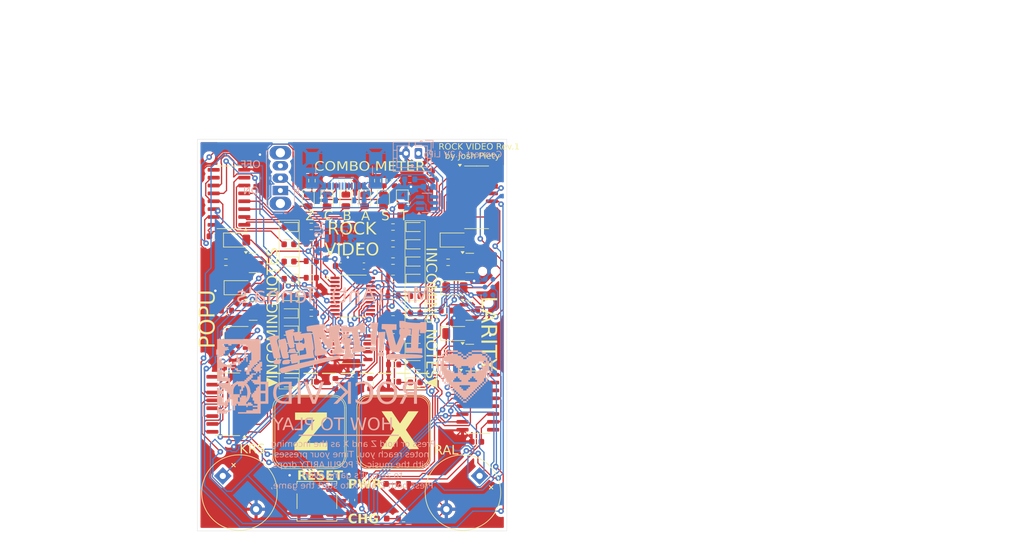
<source format=kicad_pcb>
(kicad_pcb (version 20241229) (generator "pcbnew") (generator_version "9.0")
  (layers (0 "F.Cu" signal) (2 "B.Cu" signal) (13 "F.Paste" user) (15 "B.Paste" user) (5 "F.SilkS" user "F.Silkscreen") (7 "B.SilkS" user "B.Silkscreen") (1 "F.Mask" user) (3 "B.Mask" user) (25 "Edge.Cuts" user))
  (net 0 "")
  (net 1 "GND")
  (net 2 "/BUZ1")
  (net 3 "/BUZ2")
  (net 4 "+3V3")
  (net 5 "VBUS")
  (net 6 "Net-(J5-Pin_1)")
  (net 7 "+BATT")
  (net 8 "/NRST")
  (net 9 "Net-(D1-A)")
  (net 10 "Net-(D1-K)")
  (net 11 "Net-(D2-K)")
  (net 12 "Net-(D2-A)")
  (net 13 "Net-(D3-K)")
  (net 14 "Net-(D3-A)")
  (net 15 "Net-(D4-K)")
  (net 16 "Net-(D4-A)")
  (net 17 "Net-(D5-K)")
  (net 18 "Net-(D5-A)")
  (net 19 "Net-(D6-A)")
  (net 20 "Net-(D6-K)")
  (net 21 "Net-(D7-K)")
  (net 22 "Net-(D7-A)")
  (net 23 "Net-(D8-K)")
  (net 24 "Net-(D8-A)")
  (net 25 "Net-(D9-A)")
  (net 26 "Net-(D9-K)")
  (net 27 "Net-(D10-A)")
  (net 28 "Net-(D10-K)")
  (net 29 "Net-(D11-A)")
  (net 30 "Net-(D11-K)")
  (net 31 "Net-(D12-A)")
  (net 32 "Net-(D12-K)")
  (net 33 "Net-(D13-K)")
  (net 34 "Net-(D13-A)")
  (net 35 "Net-(D14-A)")
  (net 36 "Net-(D14-K)")
  (net 37 "Net-(D15-K)")
  (net 38 "Net-(D15-A)")
  (net 39 "Net-(D16-A)")
  (net 40 "Net-(D16-K)")
  (net 41 "Net-(D17-A)")
  (net 42 "Net-(D17-K)")
  (net 43 "Net-(D18-K)")
  (net 44 "Net-(D18-A)")
  (net 45 "Net-(D19-A)")
  (net 46 "Net-(D19-K)")
  (net 47 "Net-(D20-K)")
  (net 48 "Net-(D20-A)")
  (net 49 "Net-(D21-A)")
  (net 50 "Net-(D21-K)")
  (net 51 "Net-(D22-K)")
  (net 52 "Net-(D22-A)")
  (net 53 "Net-(D23-K)")
  (net 54 "Net-(D23-A)")
  (net 55 "Net-(D24-A)")
  (net 56 "Net-(D24-K)")
  (net 57 "Net-(D25-A)")
  (net 58 "Net-(D25-K)")
  (net 59 "Net-(D26-K)")
  (net 60 "Net-(D27-K)")
  (net 61 "Net-(D28-K)")
  (net 62 "Net-(D29-A)")
  (net 63 "Net-(D29-K)")
  (net 64 "Net-(D30-K)")
  (net 65 "Net-(D31-K)")
  (net 66 "Net-(D32-K)")
  (net 67 "Net-(D33-K)")
  (net 68 "/CHG")
  (net 69 "Net-(D34-A)")
  (net 70 "/CAP_I1")
  (net 71 "/CAP_I2")
  (net 73 "/SWCLK")
  (net 74 "/SWDIO")
  (net 75 "Net-(J4-CC1)")
  (net 76 "/USB_DP")
  (net 77 "Net-(J4-CC2)")
  (net 78 "/USB_DN")
  (net 79 "Net-(Q1-D)")
  (net 80 "/INDI1")
  (net 81 "Net-(Q2-D)")
  (net 82 "/INDI3")
  (net 83 "Net-(Q3-D)")
  (net 84 "/INDI5")
  (net 85 "Net-(Q4-D)")
  (net 86 "/INDI2")
  (net 87 "/INDI4")
  (net 88 "Net-(Q5-D)")
  (net 89 "/INDI6")
  (net 90 "Net-(Q6-D)")
  (net 91 "Net-(U7-ISET)")
  (net 92 "/R3SER")
  (net 93 "/RCLK")
  (net 94 "/SRCLK")
  (net 95 "/MISO")
  (net 96 "/R1SER")
  (net 97 "/R2SER")
  (net 98 "/SCK")
  (net 99 "/R4SER")
  (net 100 "/MOSI")
  (footprint "LED_SMD:LED_0603_1608Metric" (layer "F.Cu") (at 219.1 82.255556 180)
    (property "Reference" "D15" (hide yes))
    (property "Value" "LED")
  )
  (footprint "LED_SMD:LED_0603_1608Metric" (layer "F.Cu") (at 239.5 73.888889)
    (property "Reference" "D21" (hide yes))
    (property "Value" "LED")
  )
  (footprint "Package_SO:JEITA_SOIC-8_3.9x4.9mm_P1.27mm" (layer "F.Cu") (at 229.2 90.6)
    (property "Reference" "U6" (hide yes))
    (property "Value" "MX25L3233FM1")
  )
  (footprint "LED_SMD:LED_0805_2012Metric" (layer "F.Cu") (at 225.24 66.8 -90)
    (property "Reference" "D5" (hide yes))
    (property "Value" "LED")
  )
  (footprint "Package_TO_SOT_SMD:SOT-23" (layer "F.Cu") (at 248.3 84.6)
    (property "Reference" "Q5" (hide yes))
    (property "Value" "2N7002")
  )
  (footprint "Resistor_SMD:R_0603_1608Metric" (layer "F.Cu") (at 236 93.3 180)
    (property "Reference" "R29" (hide yes))
    (property "Value" "330")
  )
  (footprint "Resistor_SMD:R_0603_1608Metric" (layer "F.Cu") (at 222.7 90.5)
    (property "Reference" "R14" (hide yes))
    (property "Value" "330")
  )
  (footprint "LED_SMD:LED_1206_3216Metric" (layer "F.Cu") (at 245.9 80.9)
    (property "Reference" "D31" (hide yes))
    (property "Value" "LED")
  )
  (footprint "Resistor_SMD:R_0603_1608Metric" (layer "F.Cu") (at 222.7 73.8)
    (property "Reference" "R8" (hide yes))
    (property "Value" "330")
  )
  (footprint "Resistor_SMD:R_0603_1608Metric" (layer "F.Cu") (at 222.7 82.1)
    (property "Reference" "R12" (hide yes))
    (property "Value" "330")
  )
  (footprint "Resistor_SMD:R_0603_1608Metric" (layer "F.Cu") (at 228.62 63.6 90)
    (property "Reference" "R4" (hide yes))
    (property "Value" "330")
  )
  (footprint "LED_SMD:LED_1206_3216Metric" (layer "F.Cu") (at 245.8 73.2)
    (property "Reference" "D30" (hide yes))
    (property "Value" "LED")
  )
  (footprint "Resistor_SMD:R_0603_1608Metric" (layer "F.Cu") (at 222.7 93.3)
    (property "Reference" "R10" (hide yes))
    (property "Value" "330")
  )
  (footprint "Resistor_SMD:R_0603_1608Metric" (layer "F.Cu") (at 222.7 87.8)
    (property "Reference" "R11" (hide yes))
    (property "Value" "330")
  )
  (footprint "LED_SMD:LED_0603_1608Metric" (layer "F.Cu") (at 239.5 76.677778)
    (property "Reference" "D18" (hide yes))
    (property "Value" "LED")
  )
  (footprint "Resistor_SMD:R_0603_1608Metric" (layer "F.Cu") (at 235.9 79.4 180)
    (property "Reference" "R22" (hide yes))
    (property "Value" "330")
  )
  (footprint "LED_SMD:LED_1206_3216Metric" (layer "F.Cu") (at 210.8 73.2)
    (property "Reference" "D26" (hide yes))
    (property "Value" "LED")
  )
  (footprint "LED_SMD:LED_0603_1608Metric" (layer "F.Cu") (at 239.5 93.411111)
    (property "Reference" "D29" (hide yes))
    (property "Value" "LED")
  )
  (footprint "LED_SMD:LED_0603_1608Metric" (layer "F.Cu") (at 239.5 79.466667)
    (property "Reference" "D22" (hide yes))
    (property "Value" "LED")
  )
  (footprint "Resistor_SMD:R_0603_1608Metric" (layer "F.Cu") (at 222.7 71)
    (property "Reference" "R7" (hide yes))
    (property "Value" "330")
  )
  (footprint "LED_SMD:LED_0603_1608Metric" (layer "F.Cu") (at 219.1 71.1 180)
    (property "Reference" "D7" (hide yes))
    (property "Value" "LED")
  )
  (footprint "LED_SMD:LED_0603_1608Metric" (layer "F.Cu") (at 219.1 79.466667 180)
    (property "Reference" "D16" (hide yes))
    (property "Value" "LED")
  )
  (footprint "Resistor_SMD:R_0603_1608Metric" (layer "F.Cu") (at 222.7 96.1)
    (property "Reference" "R13" (hide yes))
    (property "Value" "330")
  )
  (footprint "Package_TO_SOT_SMD:SOT-23" (layer "F.Cu") (at 248.3 76.9)
    (property "Reference" "Q4" (hide yes))
    (property "Value" "2N7002")
  )
  (footprint "Resistor_SMD:R_0603_1608Metric" (layer "F.Cu") (at 209.1 91.4)
    (property "Reference" "R28" (hide yes))
    (property "Value" "330")
  )
  (footprint "Buzzer_Beeper:Buzzer_12x9.5RM7.6" (layer "F.Cu") (at 208.4 111.312994 -45)
    (property "Reference" "BZ2" (hide yes))
    (property "Value" "Buzzer")
  )
  (footprint "Capacitor_SMD:C_0603_1608Metric" (layer "F.Cu") (at 234 112.6 180)
    (property "Reference" "D33" (hide yes))
    (property "Value" "LED")
  )
  (footprint "LED_SMD:LED_0603_1608Metric" (layer "F.Cu") (at 239.5 85.044444)
    (property "Reference" "D23" (hide yes))
    (property "Value" "LED")
  )
  (footprint "LED_SMD:LED_0603_1608Metric" (layer "F.Cu") (at 239.5 71.1)
    (property "Reference" "D17" (hide yes))
    (property "Value" "LED")
  )
  (footprint "LED_SMD:LED_1206_3216Metric" (layer "F.Cu") (at 210.9 80.9)
    (property "Reference" "D27" (hide yes))
    (property "Value" "LED")
  )
  (footprint "LED_SMD:LED_0603_1608Metric" (layer "F.Cu") (at 219.1 76.677778 180)
    (property "Reference" "D9" (hide yes))
    (property "Value" "LED")
  )
  (footprint "Resistor_SMD:R_0603_1608Metric" (layer "F.Cu") (at 244.1 91.4)
    (property "Reference" "R32" (hide yes))
    (property "Value" "330")
  )
  (footprint "LED_SMD:LED_0603_1608Metric" (layer "F.Cu") (at 239.5 87.833333)
    (property "Reference" "D20" (hide yes))
    (property "Value" "LED")
  )
  (footprint "Capacitor_SMD:C_0603_1608Metric" (layer "F.Cu") (at 249.4 105.8 180)
    (property "Reference" "C6" (hide yes))
    (property "Value" "0.1u")
  )
  (footprint "Resistor_SMD:R_0603_1608Metric" (layer "F.Cu") (at 244.5 84.6)
    (property "Reference" "R31" (hide yes))
    (property "Value" "330")
  )
  (footprint "LED_SMD:LED_1206_3216Metric" (layer "F.Cu") (at 245.9 88.3)
    (property "Reference" "D32" (hide yes))
    (property "Value" "LED")
  )
  (footprint "LED_SMD:LED_0603_1608Metric" (layer "F.Cu") (at 239.5 90.622222)
    (property "Reference" "D24" (hide yes))
    (property "Value" "LED")
  )
  (footprint "Resistor_SMD:R_0603_1608Metric" (layer "F.Cu") (at 237.6 118.2 180)
    (property "Reference" "R39" (hide yes))
    (property "Value" "330")
  )
  (footprint "Capacitor_SMD:C_0603_1608Metric" (layer "F.Cu") (at 227.4 77.4)
    (property "Reference" "C1" (hide yes))
    (property "Value" "0.1u")
  )
  (footprint "LED_SMD:LED_0805_2012Metric" (layer "F.Cu") (at 228.28 66.8 -90)
    (property "Reference" "D4" (hide yes))
    (property "Value" "LED")
  )
  (footprint "LED_SMD:LED_0805_2012Metric" (layer "F.Cu") (at 234.36 66.8 -90)
    (property "Reference" "D2" (hide yes))
    (property "Value" "LED")
  )
  (footprint "Resistor_SMD:R_0603_1608Metric" (layer "F.Cu") (at 235.9 76.6 180)
    (property "Reference" "R18" (hide yes))
    (property "Value" "330")
  )
  (footprint "Resistor_SMD:R_0603_1608Metric" (layer "F.Cu") (at 222.7 79.3)
    (property "Reference" "R16" (hide yes))
    (property "Value" "330")
  )
  (footprint "Capacitor_SMD:C_0603_1608Metric" (layer "F.Cu") (at 234.1 118.2)
    (property "Reference" "D34" (hide yes))
    (property "Value" "LED")
  )
  (footprint "LED_SMD:LED_0603_1608Metric" (layer "F.Cu") (at 219.1 85.044444 180)
    (property "Reference" "D14" (hide yes))
    (property "Value" "LED")
  )
  (footprint "Resistor_SMD:R_0603_1608Metric" (layer "F.Cu") (at 235.9 73.8 180)
    (property "Reference" "R21" (hide yes))
    (property "Value" "330")
  )
  (footprint "Package_TO_SOT_SMD:SOT-23" (layer "F.Cu") (at 213.3 76.9)
    (property "Reference" "Q1" (hide yes))
    (property "Value" "2N7002")
  )
  (footprint "Resistor_SMD:R_0603_1608Metric" (layer "F.Cu") (at 235.9 90.6 180)
    (property "Reference" "R24" (hide yes))
    (property "Value" "330")
  )
  (footprint "Resistor_SMD:R_0603_1608Metric" (layer "F.Cu") (at 222.8 63.6 90)
    (property "Reference" "R6" (hide yes))
    (property "Value" "330")
  )
  (footprint "Resistor_SMD:R_0603_1608Metric" (layer "F.Cu") (at 208.9 76.8)
    (property "Reference" "R26" (hide yes))
    (property "Value" "330")
  )
  (footprint "Package_SO:SOIC-16_3.9x9.9mm_P1.27mm" (layer "F.Cu") (at 209.399 66.3 180)
    (property "Reference" "U2" (hide yes))
    (property "Value" "74HC594")
  )
  (footprint "Package_SO:SOIC-16_3.9x9.9mm_P1.27mm" (layer "F.Cu") (at 249.4 66.3)
    (property "Reference" "U4" (hide yes))
    (property "Value" "74HC594")
  )
  (footprint "Resistor_SMD:R_0603_1608Metric" (layer "F.Cu") (at 235.9 84.9 180)
    (property "Reference" "R23" (hide yes))
    (property "Value" "330")
  )
  (footprint "Resistor_SMD:R_0603_1608Metric" (layer "F.Cu") (at 232.4 63.6 90)
    (property "Reference" "R3" (hide yes))
    (property "Value" "330")
  )
  (footprint "Package_TO_SOT_SMD:SOT-23" (layer "F.Cu") (at 248.3 91.6)
    (property "Reference" "Q6" (hide yes))
    (property "Value" "2N7002")
  )
  (footprint "Capacitor_SMD:C_0603_1608Metric" (layer "F.Cu") (at 242.2 62.8 -90)
    (property "Reference" "C5" (hide yes))
    (property "Value" "0.1u")
  )
  (footprint "Package_SO:SOIC-16_3.9x9.9mm_P1.27mm" (layer "F.Cu") (at 209.199 99.737499 180)
    (property "Reference" "U3" (hide yes))
    (property "Value" "74HC594")
  )
  (footprint "LED_SMD:LED_0805_2012Metric" (layer "F.Cu") (at 231.32 66.8 -90)
    (property "Reference" "D3" (hide yes))
    (property "Value" "LED")
  )
  (footprint "Capacitor_SMD:C_0603_1608Metric" (layer "F.Cu") (at 209.4 93.8)
    (property "Reference" "C4" (hide yes))
    (property "Value" "0.1u")
  )
  (footprint "Resistor_SMD:R_0603_1608Metric" (layer "F.Cu") (at 235.9 87.8 180)
    (property "Reference" "R20" (hide yes))
    (property "Value" "330")
  )
  (footprint "cap_pad:cap_pad" (layer "F.Cu") (at 222.4 104.2)
    (property "Reference" "J1" (hide yes))
    (property "Value" "Conn_01x01")
  )
  (footprint "Buzzer_Beeper:Buzzer_12x9.5RM7.6" (layer "F.Cu") (at 249.887006 111.312994 -135)
    (property "Reference" "BZ1" (hide yes))
    (property "Value" "Buzzer")
  )
  (footprint "Button_Switch_SMD:SW_Push_1P1T_NO_CK_KSC7xxJ" (layer "F.Cu") (at 223.6 115.4)
    (property "Reference" "SW2" (hide yes))
    (property "Value" "SW_Push")
  )
  (footprint "LED_SMD:LED_0603_1608Metric" (layer "F.Cu") (at 219.1 87.833333 180)
    (property "Reference" "D13" (hide yes))
    (property "Value" "LED")
  )
  (footprint "LED_SMD:LED_0603_1608Metric" (layer "F.Cu") (at 219.1 93.411111 180)
    (property "Reference" "D11" (hide yes))
    (property "Value" "LED")
  )
  (footprint "Resistor_SMD:R_0603_1608Metric" (layer "F.Cu") (at 236.15 63.6 90)
    (property "Reference" "R1" (hide yes))
    (property "Value" "330")
  )
  (footprint "Resistor_SMD:R_0603_1608Metric" (layer "F.Cu") (at 234.4 63.6 90)
    (property "Reference" "R2" (hide yes))
    (property "Value" "330")
  )
  (footprint "Package_TO_SOT_SMD:SOT-23" (layer "F.Cu") (at 213.3 84.6)
    (property "Reference" "Q2" (hide yes))
    (property "Value" "2N7002")
  )
  (footprint "Resistor_SMD:R_0603_1608Metric" (layer "F.Cu") (at 244.8 76.8)
    (property "Reference" "R30" (hide yes))
    (property "Value" "330")
  )
  (footprint "Resistor_SMD:R_0603_1608Metric" (layer "F.Cu") (at 236 96.1 180)
    (property "Reference" "R25" (hide yes))
    (property "Value" "330")
  )
  (footprint "Resistor_SMD:R_0603_1608Metric" (layer "F.Cu") (at 209 84.6)
    (property "Reference" "R27" (hide yes))
    (property "Value" "330")
  )
  (footprint "Resistor_SMD:R_0603_1608Metric" (layer "F.Cu") (at 235.9 82.2 180)
    (property "Reference" "R19" (hide yes))
    (property "Value" "330")
  )
  (footprint "Package_SO:TSSOP-20_4.4x6.5mm_P0.65mm" (layer "F.Cu") (at 229.4 82.255556)
    (property "Reference" "U1" (hide yes))
    (property "Value" "STM32C071FBPx")
  )
  (footprint "Capacitor_SMD:C_0603_1608Metric" (layer "F.Cu") (at 231.2 77.4 180)
    (property "Reference" "C7" (hide yes))
    (property "Value" "10u")
  )
  (footprint "Capacitor_SMD:C_0603_1608Metric" (layer "F.Cu") (at 229.2 115.2 -90)
    (property "Reference" "C12" (hide yes))
    (property "Value" "0.1u")
  )
  (footprint "Resistor_SMD:R_0603_1608Metric" (layer "F.Cu") (at 232.2 96.4 -90)
    (property "Reference" "R34" (hide yes))
    (property "Value" "1M")
  )
  (footprint "LED_SMD:LED_0603_1608Metric" (layer "F.Cu") (at 239.5 82.255556)
    (property "Reference" "D19" (hide yes))
    (property "Value" "LED")
  )
  (footprint "LED_SMD:LED_1206_3216Metric" (layer "F.Cu") (at 210.9 88.3)
    (property "Reference" "D28" (hide yes))
    (property "Value" "LED")
  )
  (footprint "Resistor_SMD:R_0603_1608Metric" (layer "F.Cu") (at 226.6 96.4 -90)
    (property "Reference" "R33" (hide yes))
    (property "Value" "1M")
  )
  (footprint "LED_SMD:LED_0805_2012Metric" (layer "F.Cu") (at 237.4 66.8 -90)
    (property "Reference" "D1" (hide yes))
    (property "Value" "LED")
  )
  (footprint "Resistor_SMD:R_0603_1608Metric" (layer "F.Cu") (at 222.7 76.6)
    (property "Reference" "R9" (hide yes))
    (property "Value" "330")
  )
  (footprint "LED_SMD:LED_0603_1608Metric" (layer "F.Cu") (at 219.1 73.888889 180)
    (property "Reference" "D8" (hide yes))
    (property "Value" "LED")
  )
  (footprint "Resistor_SMD:R_0603_1608Metric" (layer "F.Cu") (at 226.6 63.6 90)
    (property "Reference" "R5" (hide yes))
    (property "Value" "330")
  )
  (footprint "LED_SMD:LED_0603_1608Metric" (layer "F.Cu") (at 239.5 96.2)
    (property "Reference" "D25" (hide yes))
    (property "Value" "LED")
  )
  (footprint "LED_SMD:LED_0603_1608Metric" (layer "F.Cu") (at 219.1 90.622222 180)
    (property "Reference" "D12" (hide yes))
    (property "Value" "LED")
  )
  (footprint "cap_pad:cap_pad" (layer "F.Cu") (at 236 104.2)
    (property "Reference" "J2" (hide yes))
    (property "Value" "Conn_01x01")
  )
  (footprint "Package_TO_SOT_SMD:SOT-23" (layer "F.Cu") (at 213.3 91.6)
    (property "Reference" "Q3" (hide yes))
    (property "Value" "2N7002")
  )
  (footprint "Resistor_SMD:R_0603_1608Metric" (layer "F.Cu") (at 237.6 112.6)
    (property "Reference" "R35" (hide yes))
    (property "Value" "1k")
  )
  (footprint "Resistor_SMD:R_0603_1608Metric" (layer "F.Cu") (at 222.7 85)
    (property "Reference" "R15" (hide yes))
    (property "Value" "330")
  )
  (footprint "Package_SO:SOIC-16_3.9x9.9mm_P1.27mm" (layer "F.Cu") (at 249.6 99.4)
    (property "Reference" "U5" (hide yes))
    (property "Value" "74HC594")
  )
  (footprint "Capacitor_SMD:C_0603_1608Metric" (layer "F.Cu") (at 207 72.6)
    (property "Reference" "C3" (hide yes))
    (property "Value" "0.1u")
  )
  (footprint "Capacitor_SMD:C_0603_1608Metric" (layer "F.Cu") (at 229.4 94.8 180)
    (property "Reference" "C2" (hide yes))
    (property "Value" "0.1u")
  )
  (footprint "Resistor_SMD:R_0603_1608Metric" (layer "F.Cu") (at 235.9 71.1 180)
    (property "Reference" "R17" (hide yes))
    (property "Value" "330")
  )
  (footprint "LED_SMD:LED_0805_2012Metric" (layer "F.Cu") (at 222.2 66.8 -90)
    (property "Reference" "D6" (hide yes))
    (property "Value" "LED")
  )
  (footprint "LED_SMD:LED_0603_1608Metric" (layer "F.Cu") (at 219.1 96.2 180)
    (property "Reference" "D10" (hide yes))
    (property "Value" "LED")
  )
  (footprint "cap_pad:kris" (layer "B.Cu") (at 211 95.25 180)
    (property "Reference" "G***" (hide yes))
    (property "Value" "LOGO" (hide yes))
  )
  (footprint "Capacitor_SMD:C_0603_1608Metric" (layer "B.Cu") (at 225 75.5 90)
    (property "Reference" "C11" (hide yes))
    (property "Value" "1u")
  )
  (footprint "Resistor_SMD:R_0603_1608Metric" (layer "B.Cu") (at 238.6 63.4 180)
    (property "Reference" "R38" (hide yes))
    (property "Value" "1k")
  )
  (footprint "Connector_USB:USB_C_Receptacle_GCT_USB4110" (layer "B.Cu") (at 228 60.8)
    (property "Reference" "J4" (hide yes))
    (property "Value" "USB_C_Receptacle_USB2.0_14P")
  )
  (footprint "Resistor_SMD:R_0603_1608Metric" (layer "B.Cu") (at 230.4 66.8)
    (property "Reference" "R36" (hide yes))
    (property "Value" "5.1k")
  )
  (footprint "Connector:Tag-Connect_TC2030-IDC-NL_2x03_P1.27mm_Vertical" (layer "B.Cu") (at 251.4 80.8 90)
    (property "Reference" "J3" (hide yes))
    (property "Value" "Conn_ARM_SWD_TagConnect_TC2030-NL")
  )
  (footprint "Resistor_SMD:R_0603_1608Metric" (layer "B.Cu") (at 225.8 66.8 180)
    (property "Reference" "R37" (hide yes))
    (property "Value" "5.1k")
  )
  (footprint "cap_pad:deltarune" (layer "B.Cu") (at 247.5 95.25 180)
    (property "Reference" "G***" (hide yes))
    (property "Value" "LOGO" (hide yes))
  )
  (footprint "Button_Switch_THT:SW_Slide_SPDT_Straight_CK_OS102011MS2Q" (layer "B.Cu") (at 217.7025 65.2 90)
    (property "Reference" "SW1" (hide yes))
    (property "Value" "SW_SPST")
  )
  (footprint "Capacitor_SMD:C_0603_1608Metric" (layer "B.Cu") (at 238.2 67.2 90)
    (property "Reference" "C9" (hide yes))
    (property "Value" "1u")
  )
  (footprint "Package_TO_SOT_SMD:SOT-23-6" (layer "B.Cu") (at 241.4 67.2)
    (property "Reference" "U7" (hide yes))
    (property "Value" "BQ21040DBV")
  )
  (footprint "cap_pad:tv_time" (layer "B.Cu") (at 228.5 90.5 180)
    (property "Reference" "G***" (hide yes))
    (property "Value" "LOGO" (hide yes))
  )
  (footprint "Capacitor_SMD:C_0603_1608Metric" (layer "B.Cu") (at 241.6 64.6 180)
    (property "Reference" "C8" (hide yes))
    (property "Value" "1u")
  )
  (footprint "Connector_JST:JST_PH_B2B-PH-K_1x02_P2.00mm_Vertical" (layer "B.Cu") (at 240 59.2 180)
    (property "Reference" "J5" (hide yes))
    (property "Value" "Conn_01x02")
  )
  (footprint "Package_TO_SOT_SMD:SOT-23-5" (layer "B.Cu") (at 226.2 71.8 -90)
    (property "Reference" "U8")
    (property "Value" "TLV75533PDBV")
  )
  (footprint "Capacitor_SMD:C_0603_1608Metric" (layer "B.Cu") (at 229 71.8 -90)
    (property "Reference" "C10" (hide yes))
    (property "Value" "1u")
  )
  (gr_poly (pts (xy 243 97) (xy 243 95.5) (xy 241.25 96.25)) (stroke (width 0.1)) (fill yes) (layer "F.SilkS"))
  (gr_poly (pts (xy 215.5 95.5) (xy 215.5 97) (xy 217.25 96.25)) (stroke (width 0.1)) (fill yes) (layer "F.SilkS"))
  (gr_rect (start 237.837028 70.077358) (end 241.087028 97.327358) (stroke (width 0.1)) (fill no) (layer "F.SilkS"))
  (gr_rect (start 217.5 70) (end 220.75 97.25) (stroke (width 0.1)) (fill no) (layer "F.SilkS"))
  (gr_line (start 215.5 94.75) (end 241.75 94.75) (stroke (width 0.2) (type dash)) (layer "F.SilkS"))
  (gr_line (start 220.75 104.75) (end 236.75 104.75) (stroke (width 0.2)) (layer "B.SilkS"))
  (gr_rect (start 204.3 56.9) (end 254.3 120.2) (stroke (width 0.05)) (fill no) (layer "Edge.Cuts"))
  (gr_text "INCOMING NOTES" (at 241 85 270) (layer "F.SilkS") (effects (font (size 1.7 1.7) (thickness 0.1)) (justify bottom)))
  (gr_text "RAL" (at 242.5 108.097159 0) (layer "F.SilkS") (effects (font (size 1.5 1.5) (thickness 0.1)) (justify left bottom)))
  (gr_text "INCOMING NOTES" (at 217.5 85 90) (layer "F.SilkS") (effects (font (size 1.7 1.7) (thickness 0.1)) (justify bottom)))
  (gr_text "Z" (at 221.75 70.25 0) (layer "F.SilkS") (effects (font (size 1.5 1.5) (thickness 0.1)) (justify left bottom)))
  (gr_text "Z" (at 219.6 108.2 0) (layer "F.SilkS") (effects (font (size 6 6) (thickness 0.3) (bold yes)) (justify left bottom)))
  (gr_text "S" (at 234 70.25 0) (layer "F.SilkS") (effects (font (size 1.5 1.5) (thickness 0.1)) (justify left bottom)))
  (gr_text "PWR" (at 228.6 113.6 0) (layer "F.SilkS") (effects (font (size 1.5 1.5) (thickness 0.3) (bold yes)) (justify left bottom)))
  (gr_text "C" (at 224.75 70.25 0) (layer "F.SilkS") (effects (font (size 1.5 1.5) (thickness 0.1)) (justify left bottom)))
  (gr_text "A" (at 230.75 70.25 0) (layer "F.SilkS") (effects (font (size 1.5 1.5) (thickness 0.1)) (justify left bottom)))
  (gr_text "RESET" (at 220.4 112.2 0) (layer "F.SilkS") (effects (font (size 1.5 1.5) (thickness 0.3) (bold yes)) (justify left bottom)))
  (gr_text "X\n" (at 233.8 108 0) (layer "F.SilkS") (effects (font (size 6 6) (thickness 0.3) (bold yes)) (justify left bottom)))
  (gr_text "CHG" (at 228.6 119.2 0) (layer "F.SilkS") (effects (font (size 1.5 1.5) (thickness 0.3) (bold yes)) (justify left bottom)))
  (gr_text "KRS" (at 211.087006 107.900001 0) (layer "F.SilkS") (effects (font (size 1.5 1.5) (thickness 0.1)) (justify left bottom)))
  (gr_text "ROCK VIDEO Rev.1" (at 243.25 58.75 0) (layer "F.SilkS") (effects (font (size 1 1) (thickness 0.1)) (justify left bottom)))
  (gr_text "B" (at 227.75 70.25 0) (layer "F.SilkS") (effects (font (size 1.5 1.5) (thickness 0.1)) (justify left bottom)))
  (gr_text "COMBO METER" (at 223.16 62.25 0) (layer "F.SilkS") (effects (font (size 1.5 1.7) (thickness 0.1)) (justify left bottom)))
  (gr_text "T" (at 237 70.25 0) (layer "F.SilkS") (effects (font (size 1.5 1.5) (thickness 0.1)) (justify left bottom)))
  (gr_text "POPU" (at 207.5 90.75 90) (layer "F.SilkS") (effects (font (size 2.5 2.5) (thickness 0.1)) (justify left bottom)))
  (gr_text "LARITY" (at 249.75 82.25 270) (layer "F.SilkS") (effects (font (size 2.5 2.5) (thickness 0.1)) (justify left bottom)))
  (gr_text "by Josh Piety" (at 244.25 60.25 0) (layer "F.SilkS") (effects (font (size 1 1) (thickness 0.1)) (justify left bottom)))
  (gr_text "ROCK\nVIDEO" (at 229.25 76 0) (layer "F.SilkS") (effects (font (size 2 2) (thickness 0.1)) (justify bottom)))
  (gr_text "Mr.  (Ant)  Tenna's" (at 242 83.75 0) (layer "B.SilkS") (effects (font (size 2.5 2.5) (thickness 0.1)) (justify left bottom mirror)))
  (gr_text "ON" (at 214.25 66 0) (layer "B.SilkS") (effects (font (size 1.2 1.2) (thickness 0.1)) (justify left bottom mirror)))
  (gr_text "Connect 4.2V LiPo" (at 253.5 60 0) (layer "B.SilkS") (effects (font (size 1 1) (thickness 0.1)) (justify left bottom mirror)))
  (gr_text "ROCK VIDEO" (at 240.25 100.25 0) (layer "B.SilkS") (effects (font (size 3.5 3.5) (thickness 0.1)) (justify left bottom mirror)))
  (gr_text "Press or hold Z and X as the incoming \nnotes reach you. Time your presses\nwith the music. If POPULARITY drops\nto zero, it's game over!\nPress both Z and X to start the game," (at 229.25 113.5 0) (layer "B.SilkS") (effects (font (size 1 1) (thickness 0.1)) (justify bottom mirror)))
  (gr_text "OFF" (at 214.5 61.75 0) (layer "B.SilkS") (effects (font (size 1.2 1.2) (thickness 0.1)) (justify left bottom mirror)))
  (gr_text "HOW TO PLAY" (at 236 104.25 0) (layer "B.SilkS") (effects (font (size 2 2) (thickness 0.1)) (justify left bottom mirror)))
  (segment (start 205.274 63.560314) (end 204.901 63.933314) (width 0.2) (layer "F.Cu") (net 1))
  (segment (start 250.734549 79.1063) (end 251.2303 78.610549) (width 0.2) (layer "F.Cu") (net 1))
  (segment (start 230.776122 117.551122) (end 232.201 118.976) (width 0.2) (layer "F.Cu") (net 1))
  (segment (start 249 79.4875) (end 249 79.8) (width 0.2) (layer "F.Cu") (net 1))
  (segment (start 247.3625 77.85) (end 248.6188 79.1063) (width 0.2) (layer "F.Cu") (net 1))
  (segment (start 248.625 105.345) (end 247.125 103.845) (width 0.2) (layer "F.Cu") (net 1))
  (segment (start 235.075 83.393629) (end 235.075 71.1) (width 0.2) (layer "F.Cu") (net 1))
  (segment (start 230.6 73.8) (end 230.4 74) (width 0.2) (layer "F.Cu") (net 1))
  (segment (start 242.2 63.575) (end 241.725 63.575) (width 0.2) (layer "F.Cu") (net 1))
  (segment (start 247.6625 92.25) (end 249.966968 92.25) (width 0.2) (layer "F.Cu") (net 1))
  (segment (start 209.885936 92.55) (end 212.3625 92.55) (width 0.2) (layer "F.Cu") (net 1))
  (segment (start 238 63.2) (end 238 59.2) (width 0.2) (layer "F.Cu") (net 1))
  (segment (start 211.2661 81.969836) (end 209.124 84.111936) (width 0.2) (layer "F.Cu") (net 1))
  (segment (start 240.425988 112.6) (end 238.425 112.6) (width 0.2) (layer "F.Cu") (net 1))
  (segment (start 224.268629 81.8) (end 223.968629 82.1) (width 0.2) (layer "F.Cu") (net 1))
  (segment (start 250.276 84.940968) (end 249.666968 85.55) (width 0.2) (layer "F.Cu") (net 1))
  (segment (start 244.2 107.068629) (end 244.2 107.936949) (width 0.2) (layer "F.Cu") (net 1))
  (segment (start 226.55 88.695) (end 224.42 88.695) (width 0.2) (layer "F.Cu") (net 1))
  (segment (start 220.7 117.4) (end 226.5 117.4) (width 0.2) (layer "F.Cu") (net 1))
  (segment (start 209.224 91.888064) (end 209.885936 92.55) (width 0.2) (layer "F.Cu") (net 1))
  (segment (start 226.55 92.505) (end 224.32 92.505) (width 0.2) (layer "F.Cu") (net 1))
  (segment (start 223.525 72.4) (end 223.525 96.1) (width 0.2) (layer "F.Cu") (net 1))
  (segment (start 212.3625 77.85) (end 211.2661 78.9464) (width 0.2) (layer "F.Cu") (net 1))
  (segment (start 211.874 61.855) (end 214.329 59.4) (width 0.2) (layer "F.Cu") (net 1))
  (segment (start 248.6188 79.1063) (end 249 79.4875) (width 0.2) (layer "F.Cu") (net 1))
  (segment (start 229.2 115.975) (end 227.925 115.975) (width 0.2) (layer "F.Cu") (net 1))
  (segment (start 228.175 77.4) (end 230.425 77.4) (width 0.2) (layer "F.Cu") (net 1))
  (segment (start 250.015968 83.999) (end 250.276 84.259032) (width 0.2) (layer "F.Cu") (net 1))
  (segment (start 209.224 90.663936) (end 209.224 91.888064) (width 0.2) (layer "F.Cu") (net 1))
  (segment (start 210.46384 89.424096) (end 209.224 90.663936) (width 0.2) (layer "F.Cu") (net 1))
  (segment (start 207.935936 77.85) (end 212.3625 77.85) (width 0.2) (layer "F.Cu") (net 1))
  (segment (start 248.625 105.8) (end 248.625 105.345) (width 0.2) (layer "F.Cu") (net 1))
  (segment (start 240.670264 110.901) (end 240.172264 111.399) (width 0.2) (layer "F.Cu") (net 1))
  (segment (start 210.46384 87.44866) (end 210.46384 89.424096) (width 0.2) (layer "F.Cu") (net 1))
  (segment (start 207.374 77.288064) (end 207.935936 77.85) (width 0.2) (layer "F.Cu") (net 1))
  (segment (start 205.369629 74.525559) (end 205.587623 74.525559) (width 0.2) (layer "F.Cu") (net 1))
  (segment (start 244.2 107.936949) (end 241.235949 110.901) (width 0.2) (layer "F.Cu") (net 1))
  (segment (start 225.261927 81.930556) (end 225.131371 81.8) (width 0.2) (layer "F.Cu") (net 1))
  (segment (start 234.934314 83.534315) (end 235.075 83.393629) (width 0.2) (layer "F.Cu") (net 1))
  (segment (start 211.874 61.555001) (end 209.518999 59.2) (width 0.2) (layer "F.Cu") (net 1))
  (segment (start 250.276 84.259032) (end 250.276 84.940968) (width 0.2) (layer "F.Cu") (net 1))
  (segment (start 251.2303 77.513332) (end 248.092968 74.376) (width 0.2) (layer "F.Cu") (net 1))
  (segment (start 211.674 95.292499) (end 211.674 94.526) (width 0.2) (layer "F.Cu") (net 1))
  (segment (start 248.092968 74.376) (end 246.58984 74.376) (width 0.2) (layer "F.Cu") (net 1))
  (segment (start 229.976 114.62389) (end 229.976 115.199) (width 0.2) (layer "F.Cu") (net 1))
  (segment (start 251.2303 78.610549) (end 251.2303 77.513332) (width 0.2) (layer "F.Cu") (net 1))
  (segment (start 248.140968 83.049) (end 249.090968 83.999) (width 0.2) (layer "F.Cu") (net 1))
  (segment (start 204.901 74.05693) (end 205.369629 74.525559) (width 0.2) (layer "F.Cu") (net 1))
  (segment (start 235.175 96.1) (end 235.175 84.437743) (width 0.2) (layer "F.Cu") (net 1))
  (segment (start 228.175 76.425) (end 228.6 76) (width 0.2) (layer "F.Cu") (net 1))
  (segment (start 244.668629 106.6) (end 244.2 107.068629) (width 0.2) (layer "F.Cu") (net 1))
  (segment (start 229.2 116.425) (end 230.326122 117.551122) (width 0.2) (layer "F.Cu") (net 1))
  (segment (start 238 59.2) (end 238 60.925) (width 0.2) (layer "F.Cu") (net 1))
  (segment (start 230.326122 117.551122) (end 230.776122 117.551122) (width 0.2) (layer "F.Cu") (net 1))
  (segment (start 246.374 78.8385) (end 246.374 81.823) (width 0.2) (layer "F.Cu") (net 1))
  (segment (start 238 60.925) (end 236.15 62.775) (width 0.2) (layer "F.Cu") (net 1))
  (segment (start 211.674 94.526) (end 212.2 94) (width 0.2) (layer "F.Cu") (net 1))
  (segment (start 248.6188 79.1063) (end 250.734549 79.1063) (width 0.2) (layer "F.Cu") (net 1))
  (segment (start 222.846 62.729) (end 222.8 62.775) (width 0.2) (layer "F.Cu") (net 1))
  (segment (start 211.1125 93.8) (end 212.3625 92.55) (width 0.2) (layer "F.Cu") (net 1))
  (segment (start 209.124 84.111936) (end 209.124 85.088064) (width 0.2) (layer "F.Cu") (net 1))
  (segment (start 228.625 94.58) (end 226.55 92.505) (width 0.2) (layer "F.Cu") (net 1))
  (segment (start 224.42 88.695) (end 223.525 87.8) (width 0.2) (layer "F.Cu") (net 1))
  (segment (start 246.374 81.823) (end 247.6 83.049) (width 0.2) (layer "F.Cu") (net 1))
  (segment (start 247.3625 92.55) (end 247.6625 92.25) (width 0.2) (layer "F.Cu") (net 1))
  (segment (start 212.3625 85.55) (end 210.46384 87.44866) (width 0.2) (layer "F.Cu") (net 1))
  (segment (start 238 59.85) (end 238 59.2) (width 0.2) (layer "F.Cu") (net 1))
  (segment (start 226.5375 81.930556) (end 225.261927 81.930556) (width 0.2) (layer "F.Cu") (net 1))
  (segment (start 238.8 64.6) (end 238.8 64) (width 0.2) (layer "F.Cu") (net 1))
  (segment (start 210.175 93.8) (end 211.1125 93.8) (width 0.2) (layer "F.Cu") (net 1))
  (segment (start 241.725 63.575) (end 238 59.85) (width 0.2) (layer "F.Cu") (net 1))
  (segment (start 209.518999 59.2) (end 208.502943 59.2) (width 0.2) (layer "F.Cu") (net 1))
  (segment (start 235.175 84.437743) (end 234.934314 84.197057) (width 0.2) (layer "F.Cu") (net 1))
  (segment (start 204.901 63.933314) (end 204.901 74.05693) (width 0.2) (layer "F.Cu") (net 1))
  (segment (start 241.235949 110.901) (end 240.670264 110.901) (width 0.2) (layer "F.Cu") (net 1))
  (segment (start 246.274 71.396) (end 246.925 70.745) (width 0.2) (layer "F.Cu") (net 1))
  (segment (start 248.492968 89.476) (end 246.68984 89.476) (width 0.2) (layer "F.Cu") (net 1))
  (segment (start 207.775 72.6) (end 207.8 72.625) (width 0.2) (layer "F.Cu") (net 1))
  (segment (start 247.3625 77.85) (end 246.374 78.8385) (width 0.2) (layer "F.Cu") (net 1))
  (segment (start 205.587623 74.525559) (end 207.374 76.311936) (width 0.2) (layer "F.Cu") (net 1))
  (segment (start 250.276 91.940968) (end 250.276 91.259032) (width 0.2) (layer "F.Cu") (net 1))
  (segment (start 240.172264 111.399) (end 233.20089 111.399) (width 0.2) (layer "F.Cu") (net 1))
  (segment (start 213.774012 116.687006) (end 219.987006 116.687006) (width 0.2) (layer "F.Cu") (net 1))
  (segment (start 249.090968 83.999) (end 250.015968 83.999) (width 0.2) (layer "F.Cu") (net 1))
  (segment (start 246.68984 89.476) (end 246.374 89.16016) (width 0.2) (layer "F.Cu") (net 1))
  (segment (start 247.125 103.845) (end 244.668629 106.301371) (width 0.2) (layer "F.Cu") (net 1))
  (segment (start 236.104 62.729) (end 222.846 62.729) (width 0.2) (layer "F.Cu") (net 1))
  (segment (start 209.585936 85.55) (end 212.3625 85.55) (width 0.2) (layer "F.Cu") (net 1))
  (segment (start 246.274 74.06016) (end 246.274 71.396) (width 0.2) (layer "F.Cu") (net 1))
  (segment (start 247.6 83.049) (end 248.140968 83.049) (width 0.2) (layer "F.Cu") (net 1))
  (segment (start 238.8 64) (end 238 63.2) (width 0.2) (layer "F.Cu") (net 1))
  (segment (start 246.374 86.5385) (end 247.3625 85.55) (width 0.2) (layer "F.Cu") (net 1))
  (segment (start 224.32 92.505) (end 223.525 93.3) (width 0.2) (layer "F.Cu") (net 1))
  (segment (start 210.181501 93.8) (end 210.175 93.8) (width 0.2) (layer "F.Cu") (net 1))
  (segment (start 242.224 118.976) (end 244.512994 116.687006) (width 0.2) (layer "F.Cu") (net 1))
  (segment (start 228.175 77.4) (end 228.175 76.425) (width 0.2) (layer "F.Cu") (net 1))
  (segment (start 246.58984 74.376) (end 246.274 74.06016) (width 0.2) (layer "F.Cu") (net 1))
  (segment (start 250.276 91.259032) (end 248.492968 89.476) (width 0.2) (layer "F.Cu") (net 1))
  (segment (start 210.2 113.112994) (end 210.2 106.6) (width 0.2) (layer "F.Cu") (net 1))
  (segment (start 206.448943 61.254) (end 205.847 61.254) (width 0.2) (layer "F.Cu") (net 1))
  (segment (start 211.874 61.855) (end 211.874 61.555001) (width 0.2) (layer "F.Cu") (net 1))
  (segment (start 208.502943 59.2) (end 206.448943 61.254) (width 0.2) (layer "F.Cu") (net 1))
  (segment (start 233.20089 111.399) (end 229.976 114.62389) (width 0.2) (layer "F.Cu") (net 1))
  (segment (start 244.668629 106.301371) (end 244.668629 106.6) (width 0.2) (layer "F.Cu") (net 1))
  (segment (start 207.8 72.625) (end 207.8 76.024) (width 0.2) (layer "F.Cu") (net 1))
  (segment (start 211.2661 78.9464) (end 211.2661 81.969836) (width 0.2) (layer "F.Cu") (net 1))
  (segment (start 213.774012 116.687006) (end 210.2 113.112994) (width 0.2) (layer "F.Cu") (net 1))
  (segment (start 228.625 94.8) (end 228.625 94.58) (width 0.2) (layer "F.Cu") (net 1))
  (segment (start 249.666968 85.55) (end 247.3625 85.55) (width 0.2) (layer "F.Cu") (net 1))
  (segment (start 223.525 71) (end 223.525 72.4) (width 0.2) (layer "F.Cu") (net 1))
  (segment (start 229.976 115.199) (end 229.2 115.975) (width 0.2) (layer "F.Cu") (net 1))
  (segment (start 229.2 115.975) (end 229.2 116.425) (width 0.2) (layer "F.Cu") (net 1))
  (segment (start 219.987006 116.687006) (end 220.7 117.4) (width 0.2) (layer "F.Cu") (net 1))
  (segment (start 205.847 61.254) (end 205.274 61.827) (width 0.2) (layer "F.Cu") (net 1))
  (segment (start 232.201 118.976) (end 242.224 118.976) (width 0.2) (layer "F.Cu") (net 1))
  (segment (start 234.934314 84.197057) (end 234.934314 83.534315) (width 0.2) (layer "F.Cu") (net 1))
  (segment (start 214.329 59.4) (end 214.4 59.4) (width 0.2) (layer "F.Cu") (net 1))
  (segment (start 227.925 115.975) (end 226.5 117.4) (width 0.2) (layer "F.Cu") (net 1))
  (segment (start 244.512994 116.687006) (end 240.425988 112.6) (width 0.2) (layer "F.Cu") (net 1))
  (segment (start 225.131371 81.8) (end 224.268629 81.8) (width 0.2) (layer "F.Cu") (net 1))
  (segment (start 211.674 95.292499) (end 210.181501 93.8) (width 0.2) (layer "F.Cu") (net 1))
  (segment (start 209.124 85.088064) (end 209.585936 85.55) (width 0.2) (layer "F.Cu") (net 1))
  (segment (start 207.8 76.024) (end 207.661936 76.024) (width 0.2) (layer "F.Cu") (net 1))
  (segment (start 235.075 73.8) (end 230.6 73.8) (width 0.2) (layer "F.Cu") (net 1))
  (segment (start 205.274 61.827) (end 205.274 63.560314) (width 0.2) (layer "F.Cu") (net 1))
  (segment (start 207.661936 76.024) (end 207.374 76.311936) (width 0.2) (layer "F.Cu") (net 1))
  (segment (start 249.966968 92.25) (end 250.276 91.940968) (width 0.2) (layer "F.Cu") (net 1))
  (segment (start 223.968629 82.1) (end 223.525 82.1) (width 0.2) (layer "F.Cu") (net 1))
  (segment (start 246.374 89.16016) (end 246.374 86.5385) (width 0.2) (layer "F.Cu") (net 1))
  (segment (start 207.374 76.311936) (end 207.374 77.2) (width 0.2) (layer "F.Cu") (net 1))
  (segment (start 236.15 62.775) (end 236.104 62.729) (width 0.2) (layer "F.Cu") (net 1))
  (via (at 207.2 81.4) (size 0.9) (drill 0.4) (layers "F.Cu" "B.Cu") (net 1))
  (via (at 212.2 94) (size 0.9) (drill 0.4) (layers "F.Cu" "B.Cu") (net 1))
  (via (at 230.4 74) (size 0.9) (drill 0.4) (layers "F.Cu" "B.Cu") (net 1))
  (via (at 237.8 89.2) (size 0.9) (drill 0.4) (layers "F.Cu" "B.Cu") (net 1))
  (via (at 223.525 72.4) (size 0.9) (drill 0.4) (layers "F.Cu" "B.Cu") (net 1))
  (via (at 249 79.8) (size 0.9) (drill 0.4) (layers "F.Cu" "B.Cu") (net 1))
  (via (at 251.6 88.6) (size 0.9) (drill 0.4) (layers "F.Cu" "B.Cu") (net 1))
  (via (at 228.6 76) (size 0.9) (drill 0.4) (layers "F.Cu" "B.Cu") (net 1))
  (via (at 219.2 111.2) (size 0.9) (drill 0.4) (layers "F.Cu" "B.Cu") (net 1))
  (via (at 238.8 64.6) (size 0.9) (drill 0.4) (layers "F.Cu" "B.Cu") (net 1))
  (via (at 210.2 106.6) (size 0.9) (drill 0.4) (layers "F.Cu" "B.Cu") (net 1))
  (via (at 245.8 85.8) (size 0.9) (drill 0.4) (layers "F.Cu" "B.Cu") (net 1))
  (via (at 228.8 111) (size 0.9) (drill 0.4) (layers "F.Cu" "B.Cu") (net 1))
  (via (at 214.4 59.4) (size 0.9) (drill 0.4) (layers "F.Cu" "B.Cu") (net 1))
  (segment (start 224.8 66.625) (end 224.975 66.8) (width 0.2) (layer "B.Cu") (net 1))
  (segment (start 218.2 68.701) (end 218.2 70.428813) (width 0.2) (layer "B.Cu") (net 1))
  (segment (start 218.2 70.428813) (end 218.771187 71) (width 0.2) (layer "B.Cu") (net 1))
  (segment (start 226.861756 74.347375) (end 227.677625 74.347375) (width 0.2) (layer "B.Cu") (net 1))
  (segment (start 226.2 71.324999) (end 226.2 70.6625) (width 0.2) (layer "B.Cu") (net 1))
  (segment (start 224.8 64.48) (end 224.225 63.905) (width 0.2) (layer "B.Cu") (net 1))
  (segment (start 216.1515 64.149) (end 216.1515 66.219687) (width 0.2) (layer "B.Cu") (net 1))
  (segment (start 218.771187 71) (end 220.2 71) (width 0.2) (layer "B.Cu") (net 1))
  (segment (start 212.2 94) (end 212.2 104.6) (width 0.2) (layer "B.Cu") (net 1))
  (segment (start 237.775 66) (end 238.2 66.425) (width 0.2) (layer "B.Cu") (net 1))
  (segment (start 241.574 65.852186) (end 241.574 66.898999) (width 0.2) (layer "B.Cu") (net 1))
  (segment (start 220.614 57.699) (end 216.472187 57.699) (width 0.2) (layer "B.Cu") (net 1))
  (segment (start 240.825 64.6) (end 240.825 65.103186) (width 0.2) (layer "B.Cu") (net 1))
  (segment (start 229 72.575) (end 228.051 71.626) (width 0.2) (layer "B.Cu") (net 1))
  (segment (start 243.253225 72.575) (end 229 72.575) (width 0.2) (layer "B.Cu") (net 1))
  (segment (start 215.280313 58.519687) (end 215.6515 58.519687) (width 0.2) (layer "B.Cu") (net 1))
  (segment (start 238 59.2) (end 223.665 59.2) (width 0.2) (layer "B.Cu") (net 1))
  (segment (start 226.484131 74.725) (end 226.861756 74.347375) (width 0.2) (layer "B.Cu") (net 1))
  (segment (start 230.4 74) (end 229 72.6) (width 0.2) (layer "B.Cu") (net 1))
  (segment (start 216.1515 66.219687) (end 215.6515 66.719687) (width 0.2) (layer "B.Cu") (net 1))
  (segment (start 224.225 63.905) (end 222.89 63.905) (width 0.2) (layer "B.Cu") (net 1))
  (segment (start 237.775 63.4) (end 237.775 66) (width 0.2) (layer "B.Cu") (net 1))
  (segment (start 223.6 71.626) (end 225.590968 71.626) (width 0.2) (layer "B.Cu") (net 1))
  (segment (start 249 79.8) (end 250.495 79.8) (width 0.2) (layer "B.Cu") (net 1))
  (segment (start 226.4 72.435032) (end 226.4 73.609875) (width 0.2) (layer "B.Cu") (net 1))
  (segment (start 233.11 63.905) (end 231.775 63.905) (width 0.2) (layer "B.Cu") (net 1))
  (segment (start 228.051 71.626) (end 226.501001 71.626) (width 0.2) (layer "B.Cu") (net 1))
  (segment (start 222.89 59.975) (end 220.614 57.699) (width 0.2) (layer "B.Cu") (net 1))
  (segment (start 215.6515 66.719687) (end 215.6515 67.880313) (width 0.2) (layer "B.Cu") (net 1))
  (segment (start 222.89 63.905) (end 222.89 59.975) (width 0.2) (layer "B.Cu") (net 1))
  (segment (start 226.501001 71.626) (end 226.2 71.324999) (width 0.2) (layer "B.Cu") (net 1))
  (segment (start 238.2 66.425) (end 240.025 64.6) (width 0.2) (layer "B.Cu") (net 1))
  (segment (start 225 74.725) (end 226.484131 74.725) (width 0.2) (layer "B.Cu") (net 1))
  (segment (start 216.472187 68.701) (end 218.2 68.701) (width 0.2) (layer "B.Cu") (net 1))
  (segment (start 240.825 65.103186) (end 241.574 65.852186) (width 0.2) (layer "B.Cu") (net 1))
  (segment (start 225.590968 71.626) (end 226.4 72.435032) (width 0.2) (layer "B.Cu") (net 1))
  (segment (start 229 73.025) (end 229 72.575) (width 0.2) (layer "B.Cu") (net 1))
  (segment (start 220.826 71.626) (end 223.6 71.626) (width 0.2) (layer "B.Cu") (net 1))
  (segment (start 223.665 59.2) (end 222.89 59.975) (width 0.2) (layer "B.Cu") (net 1))
  (segment (start 224.8 64.48) (end 224.8 66.625) (width 0.2) (layer "B.Cu") (net 1))
  (segment (start 250.765 79.53) (end 250.208225 79.53) (width 0.2) (layer "B.Cu") (net 1))
  (segment (start 223.6 72.325) (end 223.525 72.4) (width 0.2) (layer "B.Cu") (net 1))
  (segment (start 241.574 66.898999) (end 241.875001 67.2) (width 0.2) (layer "B.Cu") (net 1))
  (segment (start 231.225 66.8) (end 231.225 64.505) (width 0.2) (layer "B.Cu") (net 1))
  (segment (start 227.677625 74.347375) (end 229 73.025) (width 0.2) (layer "B.Cu") (net 1))
  (segment (start 241.875001 67.2) (end 242.5375 67.2) (width 0.2) (layer "B.Cu") (net 1))
  (segment (start 220.2 71) (end 220.826 71.626) (width 0.2) (layer "B.Cu") (net 1))
  (segment (start 240.025 64.6) (end 240.825 64.6) (width 0.2) (layer "B.Cu") (net 1))
  (segment (start 229 75.6) (end 229 72.575) (width 0.2) (layer "B.Cu") (net 1))
  (segment (start 215.6515 58.519687) (end 215.6515 62.285814) (width 0.2) (layer "B.Cu") (net 1))
  (segment (start 215.6515 67.880313) (end 216.472187 68.701) (width 0.2) (layer "B.Cu") (net 1))
  (segment (start 212.2 104.6) (end 210.2 106.6) (width 0.2) (layer "B.Cu") (net 1))
  (segment (start 250.495 79.8) (end 250.765 79.53) (width 0.2) (layer "B.Cu") (net 1))
  (segment (start 214.4 59.4) (end 215.280313 58.519687) (width 0.2) (layer "B.Cu") (net 1))
  (segment (start 216.1515 63.635338) (end 216.665162 64.149) (width 0.2) (layer "B.Cu") (net 1))
  (segment (start 216.1515 62.785815) (end 216.1515 63.635338) (width 0.2) (layer "B.Cu") (net 1))
  (segment (start 250.208225 79.53) (end 243.253225 72.575) (width 0.2) (layer "B.Cu") (net 1))
  (segment (start 229 72.6) (end 229 72.575) (width 0.2) (layer "B.Cu") (net 1))
  (segment (start 216.472187 57.699) (end 215.6515 58.519687) (width 0.2) (layer "B.Cu") (net 1))
  (segment (start 240.825 64.6) (end 238.8 64.6) (width 0.2) (layer "B.Cu") (net 1))
  (segment (start 233.11 59.975) (end 233.11 63.905) (width 0.2) (layer "B.Cu") (net 1))
  (segment (start 228.6 76) (end 229 75.6) (width 0.2) (layer "B.Cu") (net 1))
  (segment (start 223.6 71.626) (end 223.6 72.325) (width 0.2) (layer "B.Cu") (net 1))
  (segment (start 231.775 63.905) (end 231.2 64.48) (width 0.2) (layer "B.Cu") (net 1))
  (segment (start 216.665162 64.149) (end 216.1515 64.149) (width 0.2) (layer "B.Cu") (net 1))
  (segment (start 226.4 73.609875) (end 227.1375 74.347375) (width 0.2) (layer "B.Cu") (net 1))
  (segment (start 231.225 64.505) (end 231.2 64.48) (width 0.2) (layer "B.Cu") (net 1))
  (segment (start 215.6515 62.285814) (end 216.1515 62.785815) (width 0.2) (layer "B.Cu") (net 1))
  (segment (start 231.2 84.205557) (end 231.2 84.370002) (width 0.2) (layer "F.Cu") (net 2))
  (segment (start 231.2 84.370002) (end 230.824 84.746003) (width 0.2) (layer "F.Cu") (net 2))
  (segment (start 232.374 87.72) (end 232.374 87.732964) (width 0.2) (layer "F.Cu") (net 2))
  (segment (start 230.824 84.746003) (end 230.824 85.615112) (width 0.2) (layer "F.Cu") (net 2))
  (segment (start 231.525001 83.880556) (end 231.2 84.205557) (width 0.2) (layer "F.Cu") (net 2))
  (segment (start 232.2625 83.880556) (end 231.525001 83.880556) (width 0.2) (layer "F.Cu") (net 2))
  (segment (start 231.17389 86.51989) (end 232.374 87.72) (width 0.2) (layer "F.Cu") (net 2))
  (segment (start 230.824 85.615112) (end 231.17389 85.965002) (width 0.2) (layer "F.Cu") (net 2))
  (segment (start 231.17389 85.965002) (end 231.17389 86.51989) (width 0.2) (layer "F.Cu") (net 2))
  (via (at 232.374 87.732964) (size 0.9) (drill 0.4) (layers "F.Cu" "B.Cu") (net 2))
  (segment (start 232.43315 87.751272) (end 232.414842 87.732964) (width 0.2) (layer "B.Cu") (net 2))
  (segment (start 249.887006 104.446233) (end 246.033045 100.592272) (width 0.2) (layer "B.Cu") (net 2))
  (segment (start 241.36197 96.707971) (end 232.478987 87.824988) (width 0.2) (layer "B.Cu") (net 2))
  (segment (start 250.594113 107.507107) (end 249.887006 106.8) (width 0.2) (layer "B.Cu") (net 2))
  (segment (start 232.436725 87.782727) (end 232.43315 87.779152) (width 0.2) (layer "B.Cu") (net 2))
  (segment (start 243.057716 98.403717) (end 241.830599 98.403717) (width 0.2) (layer "B.Cu") (net 2))
  (segment (start 244.661808 100.007809) (end 243.057716 98.403717) (width 0.2) (layer "B.Cu") (net 2))
  (segment (start 232.43315 87.779152) (end 232.43315 87.751272) (width 0.2) (layer "B.Cu") (net 2))
  (segment (start 250.594113 110.605887) (end 250.594113 107.507107) (width 0.2) (layer "B.Cu") (net 2))
  (segment (start 246.033045 100.592272) (end 246.033045 100.476438) (width 0.2) (layer "B.Cu") (net 2))
  (segment (start 249.887006 111.312994) (end 250.594113 110.605887) (width 0.2) (layer "B.Cu") (net 2))
  (segment (start 241.830599 98.403717) (end 241.36197 97.935088) (width 0.2) (layer "B.Cu") (net 2))
  (segment (start 241.36197 97.935088) (end 241.36197 96.707971) (width 0.2) (layer "B.Cu") (net 2))
  (segment (start 232.478987 87.824988) (end 232.478987 87.786519) (width 0.2) (layer "B.Cu") (net 2))
  (segment (start 249.887006 106.8) (end 249.887006 104.446233) (width 0.2) (layer "B.Cu") (net 2))
  (segment (start 245.564416 100.007809) (end 244.661808 100.007809) (width 0.2) (layer "B.Cu") (net 2))
  (segment (start 232.475195 87.782727) (end 232.436725 87.782727) (width 0.2) (layer "B.Cu") (net 2))
  (segment (start 232.414842 87.732964) (end 232.374 87.732964) (width 0.2) (layer "B.Cu") (net 2))
  (segment (start 232.478987 87.786519) (end 232.475195 87.782727) (width 0.2) (layer "B.Cu") (net 2))
  (segment (start 246.033045 100.476438) (end 245.564416 100.007809) (width 0.2) (layer "B.Cu") (net 2))
  (segment (start 230.424 85.780797) (end 230.447898 85.804695) (width 0.2) (layer "F.Cu") (net 3))
  (segment (start 230.420982 84.583334) (end 230.420982 85.320363) (width 0.2) (layer "F.Cu") (net 3))
  (segment (start 230.8 83.955557) (end 230.8 84.204316) (width 0.2) (layer "F.Cu") (net 3))
  (segment (start 230.420982 85.320363) (end 230.424 85.323381) (width 0.2) (layer "F.Cu") (net 3))
  (segment (start 230.8 84.204316) (end 230.420982 84.583334) (width 0.2) (layer "F.Cu") (net 3))
  (segment (start 230.447898 87.821826) (end 230.406855 87.862869) (width 0.2) (layer "F.Cu") (net 3))
  (segment (start 230.424 85.323381) (end 230.424 85.780797) (width 0.2) (layer "F.Cu") (net 3))
  (segment (start 230.447898 85.804695) (end 230.447898 87.821826) (width 0.2) (layer "F.Cu") (net 3))
  (segment (start 232.2625 83.230556) (end 231.525001 83.230556) (width 0.2) (layer "F.Cu") (net 3))
  (segment (start 231.525001 83.230556) (end 230.8 83.955557) (width 0.2) (layer "F.Cu") (net 3))
  (via (at 230.406855 87.862869) (size 0.9) (drill 0.4) (layers "F.Cu" "B.Cu") (net 3))
  (segment (start 211.4 106.89878) (end 228.579024 89.719756) (width 0.2) (layer "B.Cu") (net 3))
  (segment (start 229.532371 89.719756) (end 230.406855 88.845272) (width 0.2) (layer "B.Cu") (net 3))
  (segment (start 230.406855 88.845272) (end 230.406855 87.862869) (width 0.2) (layer "B.Cu") (net 3))
  (segment (start 228.579024 89.719756) (end 229.532371 89.719756) (width 0.2) (layer "B.Cu") (net 3))
  (segment (start 211.4 108.312994) (end 211.4 106.89878) (width 0.2) (layer "B.Cu") (net 3))
  (segment (start 208.4 111.312994) (end 211.4 108.312994) (width 0.2) (layer "B.Cu") (net 3))
  (segment (start 249.999 83.599) (end 250.181654 83.599) (width 0.2) (layer "F.Cu") (net 4))
  (segment (start 213.625 80.2) (end 212.925 80.9) (width 0.2) (layer "F.Cu") (net 4))
  (segment (start 208.4 70.299) (end 207.954 70.745) (width 0.2) (layer "F.Cu") (net 4))
  (segment (start 250.175 103.625) (end 251.225 102.575) (width 0.2) (layer "F.Cu") (net 4))
  (segment (start 228.4 89.503688) (end 228.4 90) (width 0.2) (layer "F.Cu") (net 4))
  (segment (start 228.585866 88.185866) (end 228.401 88.370732) (width 0.2) (layer "F.Cu") (net 4))
  (segment (start 206.577032 66.935) (end 206.924 66.935) (width 0.2) (layer "F.Cu") (net 4))
  (segment (start 229.212615 87.8) (end 229 87.8) (width 0.2) (layer "F.Cu") (net 4))
  (segment (start 230.511056 90) (end 231.170056 90.659) (width 0.2) (layer "F.Cu") (net 4))
  (segment (start 247.3 80.9) (end 248.5 82.1) (width 0.2) (layer "F.Cu") (net 4))
  (segment (start 248.552849 73.2) (end 253.2623 77.909451) (width 0.2) (layer "F.Cu") (net 4))
  (segment (start 251.875 65.665) (end 249.665 65.665) (width 0.2) (layer "F.Cu") (net 4))
  (segment (start 253.049999 98.765) (end 253.351 99.066001) (width 0.2) (layer "F.Cu") (net 4))
  (segment (start 226.625 76.375) (end 226.5 76.25) (width 0.2) (layer "F.Cu") (net 4))
  (segment (start 205.708032 102.311499) (end 207.732899 102.311499) (width 0.2) (layer "F.Cu") (net 4))
  (segment (start 232.659 90.659) (end 232.901 90.901) (width 0.2) (layer "F.Cu") (net 4))
  (segment (start 247.2 73.2) (end 249.0625 71.3375) (width 0.2) (layer "F.Cu") (net 4))
  (segment (start 248.5 82.1) (end 249.999 83.599) (width 0.2) (layer "F.Cu") (net 4))
  (segment (start 230.107615 88.695) (end 229.212615 87.8) (width 0.2) (layer "F.Cu") (net 4))
  (segment (start 248.899 62.156001) (end 249.200001 61.855) (width 0.2) (layer "F.Cu") (net 4))
  (segment (start 253.049999 94.955) (end 253.351 95.256001) (width 0.2) (layer "F.Cu") (net 4))
  (segment (start 231.170056 90.659) (end 232.659 90.659) (width 0.2) (layer "F.Cu") (net 4))
  (segment (start 232.901 90.901) (end 232.901 92.827944) (width 0.2) (layer "F.Cu") (net 4))
  (segment (start 206.924 66.935) (end 207.898999 66.935) (width 0.2) (layer "F.Cu") (net 4))
  (segment (start 206.025 71.644) (end 206.225 71.844) (width 0.2) (layer "F.Cu") (net 4))
  (segment (start 212.2 73.2) (end 211.147 72.147) (width 0.2) (layer "F.Cu") (net 4))
  (segment (start 248.899 64.899) (end 248.899 62.156001) (width 0.2) (layer "F.Cu") (net 4))
  (segment (start 252.075 98.765) (end 253.049999 98.765) (width 0.2) (layer "F.Cu") (net 4))
  (segment (start 250.972849 80.9) (end 247.3 80.9) (width 0.2) (layer "F.Cu") (net 4))
  (segment (start 253.2623 77.909451) (end 253.2623 78.610549) (width 0.2) (layer "F.Cu") (net 4))
  (segment (start 250.181654 83.599) (end 250.676 84.093347) (width 0.2) (layer "F.Cu") (net 4))
  (segment (start 231.85 88.695) (end 230.107615 88.695) (width 0.2) (layer "F.Cu") (net 4))
  (segment (start 250.676 85.549) (end 247.925 88.3) (width 0.2) (layer "F.Cu") (net 4))
  (segment (start 238.425 118.2) (end 238.425 117.8) (width 0.2) (layer "F.Cu") (net 4))
  (segment (start 215.8 76.034315) (end 215.8 78.931371) (width 0.2) (layer "F.Cu") (net 4))
  (segment (start 251.225 102.575) (end 252.075 102.575) (width 0.2) (layer "F.Cu") (net 4))
  (segment (start 248.899 66.501) (end 248.899 69.173999) (width 0.2) (layer "F.Cu") (net 4))
  (segment (start 206.801 71.824) (end 206.801 72.024) (width 0.2) (layer "F.Cu") (net 4))
  (segment (start 231.528944 94.2) (end 230.775 94.2) (width 0.2) (layer "F.Cu") (net 4))
  (segment (start 208.4 92.8) (end 208.4 93.575) (width 0.2) (layer "F.Cu") (net 4))
  (segment (start 238.425 117.8) (end 233.225 112.6) (width 0.2) (layer "F.Cu") (net 4))
  (segment (start 227.576 78.351) (end 227.576 80.979555) (width 0.2) (layer "F.Cu") (net 4))
  (segment (start 208.4 93.575) (end 208.625 93.8) (width 0.2) (layer "F.Cu") (net 4))
  (segment (start 216.834315 75) (end 222.2 75) (width 0.2) (layer "F.Cu") (net 4))
  (segment (start 249.0625 71.3375) (end 249.0625 69.3375) (width 0.2) (layer "F.Cu") (net 4))
  (segment (start 211.147 72.147) (end 210.526246 72.147) (width 0.2) (layer "F.Cu") (net 4))
  (segment (start 249.665 65.665) (end 248.899 64.899) (width 0.2) (layer "F.Cu") (net 4))
  (segment (start 253.2623 78.610549) (end 250.972849 80.9) (width 0.2) (layer "F.Cu") (net 4))
  (segment (start 207.954 70.745) (end 206.924 70.745) (width 0.2) (layer "F.Cu") (net 4))
  (segment (start 215.8 78.931371) (end 214.531371 80.2) (width 0.2) (layer "F.Cu") (net 4))
  (segment (start 205.648 64.054032) (end 205.648 66.005968) (width 0.2) (layer "F.Cu") (net 4))
  (segment (start 242.2 62.025) (end 242.971 61.254) (width 0.2) (layer "F.Cu") (net 4))
  (segment (start 231.375 78) (end 231.289869 78) (width 0.2) (layer "F.Cu") (net 4))
  (segment (start 206.924 63.125) (end 206.577032 63.125) (width 0.2) (layer "F.Cu") (net 4))
  (segment (start 247.3 88.3) (end 247.925 88.3) (width 0.2) (layer "F.Cu") (net 4))
  (segment (start 253.351 98.463999) (end 253.049999 98.765) (width 0.2) (layer "F.Cu") (net 4))
  (segment (start 208.193187 100.372499) (end 207.564 100.372499) (width 0.2) (layer "F.Cu") (net 4))
  (segment (start 227.576 80.979555) (end 227.274999 81.280556) (width 0.2) (layer "F.Cu") (net 4))
  (segment (start 208.625 93.8) (end 208.625 95.636498) (width 0.2) (layer "F.Cu") (net 4))
  (segment (start 249.200001 61.855) (end 251.875 61.855) (width 0.2) (layer "F.Cu") (net 4))
  (segment (start 208.4 97.2635) (end 208.4 100.165686) (width 0.2) (layer "F.Cu") (net 4))
  (segment (start 208.625 95.636498) (end 207.698999 96.562499) (width 0.2) (layer "F.Cu") (net 4))
  (segment (start 247.925 88.3) (end 252.075 92.45) (width 0.2) (layer "F.Cu") (net 4))
  (segment (start 213.5 88.3) (end 214 87.8) (width 0.2) (layer "F.Cu") (net 4))
  (segment (start 215.276 83.251) (end 215.276 85.324) (width 0.2) (layer "F.Cu") (net 4))
  (segment (start 206.724 104.182499) (end 205.749001 104.182499) (width 0.2) (layer "F.Cu") (net 4))
  (segment (start 230.775 94.2) (end 230.175 94.8) (width 0.2) (layer "F.Cu") (net 4))
  (segment (start 205.448 103.881498) (end 205.448 102.571531) (width 0.2) (layer "F.Cu") (net 4))
  (segment (start 206.577032 63.125) (end 205.648 64.054032) (width 0.2) (layer "F.Cu") (net 4))
  (segment (start 208.4 67.436001) (end 208.4 70.299) (width 0.2) (layer "F.Cu") (net 4))
  (segment (start 212.925 80.9) (end 215.276 83.251) (width 0.2) (layer "F.Cu") (net 4))
  (segment (start 228.4 90) (end 230.511056 90) (width 0.2) (layer "F.Cu") (net 4))
  (segment (start 227.401 78.176) (end 226.625 77.4) (width 0.2) (layer "F.Cu") (net 4))
  (segment (start 206.801 72.024) (end 206.225 72.6) (width 0.2) (layer "F.Cu") (net 4))
  (segment (start 248.8 107.65) (end 248.8 107.415796) (width 0.2) (layer "F.Cu") (net 4))
  (segment (start 214.531371 80.2) (end 213.625 80.2) (width 0.2) (layer "F.Cu") (net 4))
  (segment (start 212.965685 73.2) (end 215.8 76.034315) (width 0.2) (layer "F.Cu") (net 4))
  (segment (start 227.4 86.486324) (end 227.407285 86.479039) (width 0.2) (layer "F.Cu") (net 4))
  (segment (start 207.732899 102.311499) (end 208 102.044398) (width 0.2) (layer "F.Cu") (net 4))
  (segment (start 232.901 92.827944) (end 231.528944 94.2) (width 0.2) (layer "F.Cu") (net 4))
  (segment (start 210.526246 72.147) (end 210.203246 71.824) (width 0.2) (layer "F.Cu") (net 4))
  (segment (start 249.735 65.665) (end 248.899 66.501) (width 0.2) (layer "F.Cu") (net 4))
  (segment (start 231.289869 78) (end 231.113869 78.176) (width 0.2) (layer "F.Cu") (net 4))
  (segment (start 250.175 105.8) (end 250.175 103.625) (width 0.2) (layer "F.Cu") (net 4))
  (segment (start 229 87.8) (end 228.6 88.2) (width 0.2) (layer "F.Cu") (net 4))
  (segment (start 228.6 88.2) (end 227.4 87) (width 0.2) (layer "F.Cu") (net 4))
  (segment (start 251.274 61.254) (end 251.875 61.855) (width 0.2) (layer "F.Cu") (net 4))
  (segment (start 207.698999 96.562499) (end 206.724 96.562499) (width 0.2) (layer "F.Cu") (net 4))
  (segment (start 206.025 71.644) (end 206.924 70.745) (width 0.2) (layer "F.Cu") (net 4))
  (segment (start 248.899 69.173999) (end 249.0625 69.3375) (width 0.2) (layer "F.Cu") (net 4))
  (segment (start 206.225 71.844) (end 206.225 72.6) (width 0.2) (layer "F.Cu") (net 4))
  (segment (start 247.2 73.2) (end 248.552849 73.2) (width 0.2) (layer "F.Cu") (net 4))
  (segment (start 253.351 99.066001) (end 253.351 102.273999) (width 0.2) (layer "F.Cu") (net 4))
  (segment (start 228.401 89.502688) (end 228.4 89.503688) (width 0.2) (layer "F.Cu") (net 4))
  (segment (start 212.2 73.2) (end 212.965685 73.2) (width 0.2) (layer "F.Cu") (net 4))
  (segment (start 234.026 111.799) (end 244.651 111.799) (width 0.2) (layer "F.Cu") (net 4))
  (segment (start 212.3 88.3) (end 213.5 88.3) (width 0.2) (layer "F.Cu") (net 4))
  (segment (start 208 102.044398) (end 208 100.6735) (width 0.2) (layer "F.Cu") (net 4))
  (segment (start 252.075 94.955) (end 253.049999 94.955) (width 0.2) (layer "F.Cu") (net 4))
  (segment (start 207.898999 66.935) (end 208.4 67.436001) (width 0.2) (layer "F.Cu") (net 4))
  (segment (start 208.4 100.165686) (end 208.193187 100.372499) (width 0.2) (layer "F.Cu") (net 4))
  (segment (start 253.049999 102.575) (end 252.075 102.575) (width 0.2) (layer "F.Cu") (net 4))
  (segment (start 226.625 77.4) (end 226.625 76.375) (width 0.2) (layer "F.Cu") (net 4))
  (segment (start 249.0625 69.3375) (end 249.200001 69.475) (width 0.2) (layer "F.Cu") (net 4))
  (segment (start 231.113869 78.176) (end 227.401 78.176) (width 0.2) (layer "F.Cu") (net 4))
  (segment (start 252.075 92.45) (end 252.075 94.955) (width 0.2) (layer "F.Cu") (net 4))
  (segment (start 242.971 61.254) (end 251.274 61.254) (width 0.2) (layer "F.Cu") (net 4))
  (segment (start 250.175 106.040796) (end 250.175 105.8) (width 0.2) (layer "F.Cu") (net 4))
  (segment (start 205.749001 104.182499) (end 205.448 103.881498) (width 0.2) (layer "F.Cu") (net 4))
  (segment (start 249.200001 69.475) (end 251.875 69.475) (width 0.2) (layer "F.Cu") (net 4))
  (segment (start 205.448 102.571531) (end 205.708032 102.311499) (width 0.2) (layer "F.Cu") (net 4))
  (segment (start 253.351 102.273999) (end 253.049999 102.575) (width 0.2) (layer "F.Cu") (net 4))
  (segment (start 228.401 88.370732) (end 228.401 89.502688) (width 0.2) (layer "F.Cu") (net 4))
  (segment (start 231.975 77.4) (end 231.375 78) (width 0.2) (layer "F.Cu") (net 4))
  (segment (start 205.648 66.005968) (end 206.577032 66.935) (width 0.2) (layer "F.Cu") (net 4))
  (segment (start 212.3 80.9) (end 212.925 80.9) (width 0.2) (layer "F.Cu") (net 4))
  (segment (start 208 100.6735) (end 207.698999 100.372499) (width 0.2) (layer "F.Cu") (net 4))
  (segment (start 249.665 65.665) (end 249.735 65.665) (width 0.2) (layer "F.Cu") (net 4))
  (segment (start 233.225 112.6) (end 234.026 111.799) (width 0.2) (layer "F.Cu") (net 4))
  (segment (start 244.651 111.799) (end 248.8 107.65) (width 0.2) (layer "F.Cu") (net 4))
  (segment (start 210.203246 71.824) (end 206.801 71.824) (width 0.2) (layer "F.Cu") (net 4))
  (segment (start 227.4 87) (end 227.4 86.486324) (width 0.2) (layer "F.Cu") (net 4))
  (segment (start 248.8 107.415796) (end 250.175 106.040796) (width 0.2) (layer "F.Cu") (net 4))
  (segment (start 207.698999 96.562499) (end 208.4 97.2635) (width 0.2) (layer "F.Cu") (net 4))
  (segment (start 215.8 76.034315) (end 216.834315 75) (width 0.2) (layer "F.Cu") (net 4))
  (segment (start 226.625 77.4) (end 227.576 78.351) (width 0.2) (layer "F.Cu") (net 4))
  (segment (start 215.276 85.324) (end 212.3 88.3) (width 0.2) (layer "F.Cu") (net 4))
  (segment (start 253.351 95.256001) (end 253.351 98.463999) (width 0.2) (layer "F.Cu") (net 4))
  (segment (start 250.676 84.093347) (end 250.676 85.549) (width 0.2) (layer "F.Cu") (net 4))
  (segment (start 227.274999 81.280556) (end 226.5375 81.280556) (width 0.2) (layer "F.Cu") (net 4))
  (via (at 214 87.8) (size 0.9) (drill 0.4) (layers "F.Cu" "B.Cu") (net 4))
  (via (at 226.5 76.25) (size 0.9) (drill 0.4) (layers "F.Cu" "B.Cu") (net 4))
  (via (at 208.4 92.8) (size 0.9) (drill 0.4) (layers "F.Cu" "B.Cu") (net 4))
  (via (at 248.5 82.1) (size 0.9) (drill 0.4) (layers "F.Cu" "B.Cu") (net 4))
  (via (at 222.2 75) (size 0.9) (drill 0.4) (layers "F.Cu" "B.Cu") (net 4))
  (via (at 227.407285 86.479039) (size 0.9) (drill 0.4) (layers "F.Cu" "B.Cu") (net 4))
  (segment (start 226.475 76.275) (end 226.5 76.25) (width 0.2) (layer "B.Cu") (net 4))
  (segment (start 244.971572 80.85) (end 246.628426 80.85) (width 0.2) (layer "B.Cu") (net 4))
  (segment (start 233.112344 79.8) (end 234.565686 79.8) (width 0.2) (layer "B.Cu") (net 4))
  (segment (start 231.912344 81) (end 233.112344 79.8) (width 0.2) (layer "B.Cu") (net 4))
  (segment (start 225.075 76.275) (end 225.1 76.25) (width 0.2) (layer "B.Cu") (net 4))
  (segment (start 225.425 73.1125) (end 225.25 72.9375) (width 0.2) (layer "B.Cu") (net 4))
  (segment (start 248.5 82.1) (end 248.53 82.07) (width 0.2) (layer "B.Cu") (net 4))
  (segment (start 229.8 81) (end 226.5 77.7) (width 0.2) (layer "B.Cu") (net 4))
  (segment (start 231.4 81) (end 231.912344 81) (width 0.2) (layer "B.Cu") (net 4))
  (segment (start 244.222573 81.599) (end 244.971572 80.85) (width 0.2) (layer "B.Cu") (net 4))
  (segment (start 224.2625 72.9375) (end 222.2 75) (width 0.2) (layer "B.Cu") (net 4))
  (segment (start 246.628426 80.85) (end 247.848426 82.07) (width 0.2) (layer "B.Cu") (net 4))
  (segment (start 223.475 76.275) (end 222.2 75) (width 0.2) (layer "B.Cu") (net 4))
  (segment (start 214 87.8) (end 209 92.8) (width 0.2) (layer "B.Cu") (net 4))
  (segment (start 225.25 72.9375) (end 224.2625 72.9375) (width 0.2) (layer "B.Cu") (net 4))
  (segment (start 234.565686 79.8) (end 236.364686 81.599) (width 0.2) (layer "B.Cu") (net 4))
  (segment (start 223.475 76.275) (end 225 76.275) (width 0.2) (layer "B.Cu") (net 4))
  (segment (start 236.364686 81.599) (end 244.222573 81.599) (width 0.2) (layer "B.Cu") (net 4))
  (segment (start 225 76.275) (end 226.475 76.275) (width 0.2) (layer "B.Cu") (net 4))
  (segment (start 226.5 77.7) (end 226.5 76.25) (width 0.2) (layer "B.Cu") (net 4))
  (segment (start 247.848426 82.07) (end 250.765 82.07) (width 0.2) (layer "B.Cu") (net 4))
  (segment (start 227.407285 86.479039) (end 227.407285 84.992715) (width 0.2) (layer "B.Cu") (net 4))
  (segment (start 209 92.8) (end 208.4 92.8) (width 0.2) (layer "B.Cu") (net 4))
  (segment (start 231.4 81) (end 229.8 81) (width 0.2) (layer "B.Cu") (net 4))
  (segment (start 248.53 82.07) (end 250.765 82.07) (width 0.2) (layer "B.Cu") (net 4))
  (segment (start 227.407285 84.992715) (end 231.4 81) (width 0.2) (layer "B.Cu") (net 4))
  (segment (start 231.638064 67.576) (end 234.008064 65.206) (width 0.2) (layer "B.Cu") (net 5))
  (segment (start 234.008064 65.206) (end 234.779936 65.206) (width 0.2) (layer "B.Cu") (net 5))
  (segment (start 243.05 68.15) (end 242.5375 68.15) (width 0.2) (layer "B.Cu") (net 5))
  (segment (start 242.375 64.6) (end 243.501 65.726) (width 0.2) (layer "B.Cu") (net 5))
  (segment (start 241.024 62.624) (end 242.375 63.975) (width 0.2) (layer "B.Cu") (net 5))
  (segment (start 225.6 64.48) (end 225.6 63.905001) (width 0.2) (layer "B.Cu") (net 5))
  (segment (start 226.301001 63.204) (end 229.698999 63.204) (width 0.2) (layer "B.Cu") (net 5))
  (segment (start 243.501 67.699) (end 243.05 68.15) (width 0.2) (layer "B.Cu") (net 5))
  (segment (start 243.501 65.726) (end 243.501 67.699) (width 0.2) (layer "B.Cu") (net 5))
  (segment (start 230.811936 67.576) (end 231.638064 67.576) (width 0.2) (layer "B.Cu") (net 5))
  (segment (start 237.361936 62.624) (end 241.024 62.624) (width 0.2) (layer "B.Cu") (net 5))
  (segment (start 230.4 64.48) (end 230.4 67.164064) (width 0.2) (layer "B.Cu") (net 5))
  (segment (start 230.4 63.905001) (end 230.4 64.48) (width 0.2) (layer "B.Cu") (net 5))
  (segment (start 225.6 63.905001) (end 226.301001 63.204) (width 0.2) (layer "B.Cu") (net 5))
  (segment (start 229.698999 63.204) (end 230.4 63.905001) (width 0.2) (layer "B.Cu") (net 5))
  (segment (start 242.375 63.975) (end 242.375 64.6) (width 0.2) (layer "B.Cu") (net 5))
  (segment (start 234.779936 65.206) (end 237.361936 62.624) (width 0.2) (layer "B.Cu") (net 5))
  (segment (start 230.4 67.164064) (end 230.811936 67.576) (width 0.2) (layer "B.Cu") (net 5))
  (segment (start 231.80375 67.976) (end 231.804749 67.975) (width 0.2) (layer "B.Cu") (net 6))
  (segment (start 240.924999 67.2) (end 240.2625 67.2) (width 0.2) (layer "B.Cu") (net 6))
  (segment (start 218.2025 63.2) (end 222.9775 67.975) (width 0.2) (layer "B.Cu") (net 6))
  (segment (start 230.64525 67.975) (end 230.646251 67.976) (width 0.2) (layer "B.Cu") (net 6))
  (segment (start 243.240968 68.751) (end 241.777 68.751) (width 0.2) (layer "B.Cu") (net 6))
  (segment (start 230.646251 67.976) (end 231.80375 67.976) (width 0.2) (layer "B.Cu") (net 6))
  (segment (start 241.226 67.501001) (end 240.924999 67.2) (width 0.2) (layer "B.Cu") (net 6))
  (segment (start 240 59.2) (end 243.902 63.102) (width 0.2) (layer "B.Cu") (net 6))
  (segment (start 231.804749 67.975) (end 234.445043 67.975) (width 0.2) (layer "B.Cu") (net 6))
  (segment (start 235.469043 68.999) (end 237.176 68.999) (width 0.2) (layer "B.Cu") (net 6))
  (segment (start 241.777 68.751) (end 241.226 68.2) (width 0.2) (layer "B.Cu") (net 6))
  (segment (start 243.902 63.102) (end 243.902 68.089968) (width 0.2) (layer "B.Cu") (net 6))
  (segment (start 243.902 68.089968) (end 243.240968 68.751) (width 0.2) (layer "B.Cu") (net 6))
  (segment (start 237.176 68.999) (end 238.2 67.975) (width 0.2) (layer "B.Cu") (net 6))
  (segment (start 238.2 67.975) (end 238.675 67.975) (width 0.2) (layer "B.Cu") (net 6))
  (segment (start 234.445043 67.975) (end 235.469043 68.999) (width 0.2) (layer "B.Cu") (net 6))
  (segment (start 217.7025 63.2) (end 218.2025 63.2) (width 0.2) (layer "B.Cu") (net 6))
  (segment (start 241.226 68.2) (end 241.226 67.501001) (width 0.2) (layer "B.Cu") (net 6))
  (segment (start 239.45 67.2) (end 240.2625 67.2) (width 0.2) (layer "B.Cu") (net 6))
  (segment (start 222.9775 67.975) (end 230.64525 67.975) (width 0.2) (layer "B.Cu") (net 6))
  (segment (start 238.675 67.975) (end 239.45 67.2) (width 0.2) (layer "B.Cu") (net 6))
  (segment (start 219.1525 65.2) (end 224.615 70.6625) (width 0.2) (layer "B.Cu") (net 7))
  (segment (start 227.15 69.95) (end 227.15 70.6625) (width 0.2) (layer "B.Cu") (net 7))
  (segment (start 225.25 70.308032) (end 225.859032 69.699) (width 0.2) (layer "B.Cu") (net 7))
  (segment (start 225.859032 69.699) (end 226.899 69.699) (width 0.2) (layer "B.Cu") (net 7))
  (segment (start 226.899 69.699) (end 227.15 69.95) (width 0.2) (layer "B.Cu") (net 7))
  (segment (start 227.15 70.6625) (end 227.5125 71.025) (width 0.2) (layer "B.Cu") (net 7))
  (segment (start 217.7025 65.2) (end 219.1525 65.2) (width 0.2) (layer "B.Cu") (net 7))
  (segment (start 224.615 70.6625) (end 225.25 70.6625) (width 0.2) (layer "B.Cu") (net 7))
  (segment (start 227.5125 71.025) (end 229 71.025) (width 0.2) (layer "B.Cu") (net 7))
  (segment (start 225.25 70.6625) (end 225.25 70.308032) (width 0.2) (layer "B.Cu") (net 7))
  (segment (start 226.5 113.4) (end 220.7 113.4) (width 0.2) (layer "F.Cu") (net 8))
  (segment (start 227.274999 82.580556) (end 231.455555 78.4) (width 0.2) (layer "F.Cu") (net 8))
  (segment (start 241.070264 110.501) (end 242.6 108.971264) (width 0.2) (layer "F.Cu") (net 8))
  (segment (start 242.474 80.926) (end 243.2 80.2) (width 0.2) (layer "F.Cu") (net 8))
  (segment (start 242.301 101.965157) (end 242.301 97.742747) (width 0.2) (layer "F.Cu") (net 8))
  (segment (start 242.301 97.742747) (end 242.16197 97.603717) (width 0.2) (layer "F.Cu") (net 8))
  (segment (start 226.5375 82.580556) (end 227.274999 82.580556) (width 0.2) (layer "F.Cu") (net 8))
  (segment (start 242.474 85.674) (end 242.474 80.926) (width 0.2) (layer "F.Cu") (net 8))
  (segment (start 229.2 114.425) (end 227.525 114.425) (width 0.2) (layer "F.Cu") (net 8))
  (segment (start 231.455555 78.4) (end 233 78.4) (width 0.2) (layer "F.Cu") (net 8))
  (segment (start 233.124 110.501) (end 241.070264 110.501) (width 0.2) (layer "F.Cu") (net 8))
  (segment (start 227.525 114.425) (end 226.5 113.4) (width 0.2) (layer "F.Cu") (net 8))
  (segment (start 242.6 102.264157) (end 242.301 101.965157) (width 0.2) (layer "F.Cu") (net 8))
  (segment (start 242.6 108.971264) (end 242.6 102.264157) (width 0.2) (layer "F.Cu") (net 8))
  (segment (start 229.2 114.425) (end 233.124 110.501) (width 0.2) (layer "F.Cu") (net 8))
  (segment (start 243 86.2) (end 242.474 85.674) (width 0.2) (layer "F.Cu") (net 8))
  (via (at 242.16197 97.603717) (size 0.9) (drill 0.4) (layers "F.Cu" "B.Cu") (net 8))
  (via (at 243.2 80.2) (size 0.9) (drill 0.4) (layers "F.Cu" "B.Cu") (net 8))
  (via (at 243 86.2) (size 0.9) (drill 0.4) (layers "F.Cu" "B.Cu") (net 8))
  (via (at 233 78.4) (size 0.9) (drill 0.4) (layers "F.Cu" "B.Cu") (net 8))
  (segment (start 244.955887 80.45) (end 244.999586 80.406301) (width 0.2) (layer "B.Cu") (net 8))
  (segment (start 236.4 80.8) (end 243.2 80.8) (width 0.2) (layer "B.Cu") (net 8))
  (segment (start 243.2 80.2) (end 243.2 80.8) (width 0.2) (layer "B.Cu") (net 8))
  (segment (start 244.455886 80.8) (end 244.805887 80.45) (width 0.2) (layer "B.Cu") (net 8))
  (segment (start 248.47493 80.406301) (end 248.868629 80.8) (width 0.2) (layer "B.Cu") (net 8))
  (segment (start 244.805887 80.45) (end 244.955887 80.45) (width 0.2) (layer "B.Cu") (net 8))
  (segment (start 233 78.4) (end 234 78.4) (width 0.2) (layer "B.Cu") (net 8))
  (segment (start 243.2 80.8) (end 244.455886 80.8) (width 0.2) (layer "B.Cu") (net 8))
  (segment (start 244.999586 80.406301) (end 248.47493 80.406301) (width 0.2) (layer "B.Cu") (net 8))
  (segment (start 234 78.4) (end 236.4 80.8) (width 0.2) (layer "B.Cu") (net 8))
  (segment (start 248.868629 80.8) (end 250.765 80.8) (width 0.2) (layer "B.Cu") (net 8))
  (segment (start 243 86.2) (end 243 96.765687) (width 0.2) (layer "B.Cu") (net 8))
  (segment (start 243 96.765687) (end 242.16197 97.603717) (width 0.2) (layer "B.Cu") (net 8))
  (segment (start 221.511354 66.651) (end 219.7535 64.893146) (width 0.2) (layer "F.Cu") (net 9))
  (segment (start 219.7535 58.519687) (end 218.932813 57.699) (width 0.2) (layer "F.Cu") (net 9))
  (segment (start 205.474 69.950001) (end 205.474 73.498559) (width 0.2) (layer "F.Cu") (net 9))
  (segment (start 237.4 67.7375) (end 236.3135 66.651) (width 0.2) (layer "F.Cu") (net 9))
  (segment (start 205.474 73.498559) (end 205.701 73.725559) (width 0.2) (layer "F.Cu") (net 9))
  (segment (start 206.924 69.475) (end 205.949001 69.475) (width 0.2) (layer "F.Cu") (net 9))
  (segment (start 218.932813 57.699) (end 208.301 57.699) (width 0.2) (layer "F.Cu") (net 9))
  (segment (start 219.7535 64.893146) (end 219.7535 58.519687) (width 0.2) (layer "F.Cu") (net 9))
  (segment (start 208.301 57.699) (end 206.2 59.8) (width 0.2) (layer "F.Cu") (net 9))
  (segment (start 236.3135 66.651) (end 221.511354 66.651) (width 0.2) (layer "F.Cu") (net 9))
  (segment (start 205.949001 69.475) (end 205.474 69.950001) (width 0.2) (layer "F.Cu") (net 9))
  (via (at 205.701 73.725559) (size 0.9) (drill 0.4) (layers "F.Cu" "B.Cu") (net 9))
  (via (at 206.2 59.8) (size 0.9) (drill 0.4) (layers "F.Cu" "B.Cu") (net 9))
  (segment (start 206.2 59.8) (end 204.901 61.099) (width 0.2) (layer "B.Cu") (net 9))
  (segment (start 204.901 72.925559) (end 205.701 73.725559) (width 0.2) (layer "B.Cu") (net 9))
  (segment (start 204.901 61.099) (end 204.901 72.925559) (width 0.2) (layer "B.Cu") (net 9))
  (segment (start 236.15 65.3125) (end 236.700001 65.8625) (width 0.2) (layer "F.Cu") (net 10))
  (segment (start 236.700001 65.8625) (end 237.4 65.8625) (width 0.2) (layer "F.Cu") (net 10))
  (segment (start 236.15 64.425) (end 236.15 65.3125) (width 0.2) (layer "F.Cu") (net 10))
  (segment (start 234.36 65.8625) (end 234.36 64.465) (width 0.2) (layer "F.Cu") (net 11))
  (segment (start 234.36 64.465) (end 234.4 64.425) (width 0.2) (layer "F.Cu") (net 11))
  (segment (start 219.595553 70.301) (end 219.696553 70.2) (width 0.2) (layer "F.Cu") (net 12))
  (segment (start 222.57025 70.2) (end 222.946251 69.824) (width 0.2) (layer "F.Cu") (net 12))
  (segment (start 222.946251 69.824) (end 232.2735 69.824) (width 0.2) (layer "F.Cu") (net 12))
  (segment (start 211.874 70.745) (end 212.318 70.301) (width 0.2) (layer "F.Cu") (net 12))
  (segment (start 212.318 70.301) (end 219.595553 70.301) (width 0.2) (layer "F.Cu") (net 12))
  (segment (start 232.2735 69.824) (end 234.36 67.7375) (width 0.2) (layer "F.Cu") (net 12))
  (segment (start 219.696553 70.2) (end 222.57025 70.2) (width 0.2) (layer "F.Cu") (net 12))
  (segment (start 232.4 65.4825) (end 232.4 64.425) (width 0.2) (layer "F.Cu") (net 13))
  (segment (start 232.02 65.8625) (end 232.4 65.4825) (width 0.2) (layer "F.Cu") (net 13))
  (segment (start 231.32 65.8625) (end 232.02 65.8625) (width 0.2) (layer "F.Cu") (net 13))
  (segment (start 222.404565 69.8) (end 219.530867 69.8) (width 0.2) (layer "F.Cu") (net 14))
  (segment (start 219.429868 69.901) (end 212.3 69.901) (width 0.2) (layer "F.Cu") (net 14))
  (segment (start 212.3 69.901) (end 211.874 69.475) (width 0.2) (layer "F.Cu") (net 14))
  (segment (start 229.6335 69.424) (end 222.780566 69.424) (width 0.2) (layer "F.Cu") (net 14))
  (segment (start 222.780566 69.424) (end 222.404565 69.8) (width 0.2) (layer "F.Cu") (net 14))
  (segment (start 231.32 67.7375) (end 229.6335 69.424) (width 0.2) (layer "F.Cu") (net 14))
  (segment (start 219.530867 69.8) (end 219.429868 69.901) (width 0.2) (layer "F.Cu") (net 14))
  (segment (start 228.28 65.8625) (end 228.28 64.765) (width 0.2) (layer "F.Cu") (net 15))
  (segment (start 228.28 64.765) (end 228.62 64.425) (width 0.2) (layer "F.Cu") (net 15))
  (segment (start 214.844816 68.205) (end 216.140816 69.501) (width 0.2) (layer "F.Cu") (net 16))
  (segment (start 219.365179 69.400001) (end 222.23888 69.4) (width 0.2) (layer "F.Cu") (net 16))
  (segment (start 219.264182 69.501) (end 219.365179 69.400001) (width 0.2) (layer "F.Cu") (net 16))
  (segment (start 216.140816 69.501) (end 219.264182 69.501) (width 0.2) (layer "F.Cu") (net 16))
  (segment (start 211.874 68.205) (end 214.844816 68.205) (width 0.2) (layer "F.Cu") (net 16))
  (segment (start 222.614881 69.024) (end 226.9935 69.024) (width 0.2) (layer "F.Cu") (net 16))
  (segment (start 226.9935 69.024) (end 228.28 67.7375) (width 0.2) (layer "F.Cu") (net 16))
  (segment (start 222.23888 69.4) (end 222.614881 69.024) (width 0.2) (layer "F.Cu") (net 16))
  (segment (start 225.939999 65.8625) (end 226.6 65.2025) (width 0.2) (layer "F.Cu") (net 17))
  (segment (start 226.6 65.2025) (end 226.6 64.425) (width 0.2) (layer "F.Cu") (net 17))
  (segment (start 225.24 65.8625) (end 225.939999 65.8625) (width 0.2) (layer "F.Cu") (net 17))
  (segment (start 222.449196 68.624) (end 222.372196 68.701) (width 0.2) (layer "F.Cu") (net 18))
  (segment (start 219.098494 69.101) (end 216.306501 69.101) (width 0.2) (layer "F.Cu") (net 18))
  (segment (start 222.372196 68.701) (end 219.498499 68.701) (width 0.2) (layer "F.Cu") (net 18))
  (segment (start 225.24 67.7375) (end 224.3535 68.624) (width 0.2) (layer "F.Cu") (net 18))
  (segment (start 219.199489 69.000003) (end 219.098494 69.101) (width 0.2) (layer "F.Cu") (net 18))
  (segment (start 224.3535 68.624) (end 222.449196 68.624) (width 0.2) (layer "F.Cu") (net 18))
  (segment (start 214.140501 66.935) (end 211.874 66.935) (width 0.2) (layer "F.Cu") (net 18))
  (segment (start 219.199497 69.000001) (end 219.199489 69.000003) (width 0.2) (layer "F.Cu") (net 18))
  (segment (start 216.306501 69.101) (end 214.140501 66.935) (width 0.2) (layer "F.Cu") (net 18))
  (segment (start 219.498499 68.701) (end 219.199497 69.000001) (width 0.2) (layer "F.Cu") (net 18))
  (segment (start 213.436187 65.665) (end 216.472187 68.701) (width 0.2) (layer "F.Cu") (net 19))
  (segment (start 211.874 65.665) (end 213.436187 65.665) (width 0.2) (layer "F.Cu") (net 19))
  (segment (start 216.472187 68.701) (end 218.932813 68.701) (width 0.2) (layer "F.Cu") (net 19))
  (segment (start 219.896313 67.7375) (end 222.2 67.7375) (width 0.2) (layer "F.Cu") (net 19))
  (segment (start 218.932813 68.701) (end 219.896313 67.7375) (width 0.2) (layer "F.Cu") (net 19))
  (segment (start 222.2 65.8625) (end 222.8 65.2625) (width 0.2) (layer "F.Cu") (net 20))
  (segment (start 222.8 65.2) (end 222.8 64.425) (width 0.2) (layer "F.Cu") (net 20))
  (segment (start 222.8 65.2625) (end 222.8 65.2) (width 0.2) (layer "F.Cu") (net 20))
  (segment (start 222.8 65.9625) (end 222.8 65.2) (width 0.2) (layer "F.Cu") (net 20))
  (segment (start 221.775 71.1) (end 221.875 71) (width 0.2) (layer "F.Cu") (net 21))
  (segment (start 219.8875 71.1) (end 221.775 71.1) (width 0.2) (layer "F.Cu") (net 21))
  (segment (start 210.598 64.696001) (end 210.899001 64.395) (width 0.2) (layer "F.Cu") (net 22))
  (segment (start 210.899001 64.395) (end 211.874 64.395) (width 0.2) (layer "F.Cu") (net 22))
  (segment (start 218.0665 71.346) (end 210.858032 71.346) (width 0.2) (layer "F.Cu") (net 22))
  (segment (start 210.858032 71.346) (end 210.598 71.085968) (width 0.2) (layer "F.Cu") (net 22))
  (segment (start 210.598 71.085968) (end 210.598 64.696001) (width 0.2) (layer "F.Cu") (net 22))
  (segment (start 218.3125 71.1) (end 218.0665 71.346) (width 0.2) (layer "F.Cu") (net 22))
  (segment (start 221.875 73.8) (end 219.976389 73.8) (width 0.2) (layer "F.Cu") (net 23))
  (segment (start 219.976389 73.8) (end 219.8875 73.888889) (width 0.2) (layer "F.Cu") (net 23))
  (segment (start 216.170611 71.747) (end 210.691932 71.747) (width 0.2) (layer "F.Cu") (net 24))
  (segment (start 218.3125 73.888889) (end 216.170611 71.747) (width 0.2) (layer "F.Cu") (net 24))
  (segment (start 210.197 71.252068) (end 210.197 63.827001) (width 0.2) (layer "F.Cu") (net 24))
  (segment (start 210.691932 71.747) (end 210.197 71.252068) (width 0.2) (layer "F.Cu") (net 24))
  (segment (start 210.899001 63.125) (end 211.874 63.125) (width 0.2) (layer "F.Cu") (net 24))
  (segment (start 210.197 63.827001) (end 210.899001 63.125) (width 0.2) (layer "F.Cu") (net 24))
  (segment (start 208.401 102.210498) (end 208.401 100.730372) (width 0.2) (layer "F.Cu") (net 25))
  (segment (start 218.3125 77.418871) (end 215.676 80.055371) (width 0.2) (layer "F.Cu") (net 25))
  (segment (start 209.2 99.931372) (end 209.2 97.419531) (width 0.2) (layer "F.Cu") (net 25))
  (segment (start 209.2 97.419531) (end 210.726032 95.893499) (width 0.2) (layer "F.Cu") (net 25))
  (segment (start 212.689968 95.893499) (end 213.199292 95.384175) (width 0.2) (layer "F.Cu") (net 25))
  (segment (start 215.676 80.055371) (end 215.676 88.922586) (width 0.2) (layer "F.Cu") (net 25))
  (segment (start 213.199292 95.384175) (end 213.199292 94.599292) (width 0.2) (layer "F.Cu") (net 25))
  (segment (start 215.275 92.523585) (end 213.199292 94.599292) (width 0.2) (layer "F.Cu") (net 25))
  (segment (start 210.726032 95.893499) (end 212.689968 95.893499) (width 0.2) (layer "F.Cu") (net 25))
  (segment (start 206.724 102.912499) (end 207.698999 102.912499) (width 0.2) (layer "F.Cu") (net 25))
  (segment (start 215.275 89.323586) (end 215.275 92.523585) (width 0.2) (layer "F.Cu") (net 25))
  (segment (start 207.698999 102.912499) (end 208.401 102.210498) (width 0.2) (layer "F.Cu") (net 25))
  (segment (start 215.676 88.922586) (end 215.275 89.323586) (width 0.2) (layer "F.Cu") (net 25))
  (segment (start 208.401 100.730372) (end 209.2 99.931372) (width 0.2) (layer "F.Cu") (net 25))
  (segment (start 218.3125 76.677778) (end 218.3125 77.418871) (width 0.2) (layer "F.Cu") (net 25))
  (segment (start 219.8875 76.677778) (end 221.797222 76.677778) (width 0.2) (layer "F.Cu") (net 26))
  (segment (start 221.797222 76.677778) (end 221.875 76.6) (width 0.2) (layer "F.Cu") (net 26))
  (segment (start 216.099 99.129736) (end 216.099 102.595999) (width 0.2) (layer "F.Cu") (net 27))
  (segment (start 216.099 102.595999) (end 214.449999 104.245) (width 0.2) (layer "F.Cu") (net 27))
  (segment (start 213.412499 104.182499) (end 211.674 104.182499) (width 0.2) (layer "F.Cu") (net 27))
  (segment (start 213.475 104.245) (end 213.412499 104.182499) (width 0.2) (layer "F.Cu") (net 27))
  (segment (start 218.3125 96.2) (end 218.3125 96.916236) (width 0.2) (layer "F.Cu") (net 27))
  (segment (start 214.449999 104.245) (end 213.475 104.245) (width 0.2) (layer "F.Cu") (net 27))
  (segment (start 218.3125 96.916236) (end 216.099 99.129736) (width 0.2) (layer "F.Cu") (net 27))
  (segment (start 219.9875 96.1) (end 219.8875 96.2) (width 0.2) (layer "F.Cu") (net 28))
  (segment (start 221.875 96.1) (end 219.9875 96.1) (width 0.2) (layer "F.Cu") (net 28))
  (segment (start 217.176 97.22411) (end 217.176 96.239795) (width 0.2) (layer "F.Cu") (net 29))
  (segment (start 215.624 98.77611) (end 217.176 97.22411) (width 0.2) (layer "F.Cu") (net 29))
  (segment (start 217.576 95.718985) (end 218.3125 94.982485) (width 0.2) (layer "F.Cu") (net 29))
  (segment (start 215.624 101.800999) (end 215.624 98.77611) (width 0.2) (layer "F.Cu") (net 29))
  (segment (start 217.176 96.239795) (end 217.576 95.839795) (width 0.2) (layer "F.Cu") (net 29))
  (segment (start 214.449999 102.975) (end 215.624 101.800999) (width 0.2) (layer "F.Cu") (net 29))
  (segment (start 217.576 95.839795) (end 217.576 95.718985) (width 0.2) (layer "F.Cu") (net 29))
  (segment (start 213.475 102.975) (end 213.412499 102.912499) (width 0.2) (layer "F.Cu") (net 29))
  (segment (start 213.475 102.975) (end 214.449999 102.975) (width 0.2) (layer "F.Cu") (net 29))
  (segment (start 213.412499 102.912499) (end 211.674 102.912499) (width 0.2) (layer "F.Cu") (net 29))
  (segment (start 218.3125 94.982485) (end 218.3125 93.411111) (width 0.2) (layer "F.Cu") (net 29))
  (segment (start 219.8875 93.411111) (end 221.763889 93.411111) (width 0.2) (layer "F.Cu") (net 30))
  (segment (start 221.763889 93.411111) (end 221.875 93.3) (width 0.2) (layer "F.Cu") (net 30))
  (segment (start 215.624 96.32589) (end 215.624 97.963184) (width 0.2) (layer "F.Cu") (net 31))
  (segment (start 218.3125 90.622222) (end 217.574 91.360722) (width 0.2) (layer "F.Cu") (net 31))
  (segment (start 215.222998 100.932001) (end 214.5125 101.642499) (width 0.2) (layer "F.Cu") (net 31))
  (segment (start 215.624 97.963184) (end 215.222998 98.364186) (width 0.2) (layer "F.Cu") (net 31))
  (segment (start 217.173 95.5563) (end 217.173 95.675695) (width 0.2) (layer "F.Cu") (net 31))
  (segment (start 215.97389 95.976) (end 215.624 96.32589) (width 0.2) (layer "F.Cu") (net 31))
  (segment (start 217.173 95.675695) (end 216.872695 95.976) (width 0.2) (layer "F.Cu") (net 31))
  (segment (start 215.222998 98.364186) (end 215.222998 100.932001) (width 0.2) (layer "F.Cu") (net 31))
  (segment (start 214.5125 101.642499) (end 211.674 101.642499) (width 0.2) (layer "F.Cu") (net 31))
  (segment (start 217.574 91.360722) (end 217.574 95.1553) (width 0.2) (layer "F.Cu") (net 31))
  (segment (start 217.574 95.1553) (end 217.173 95.5563) (width 0.2) (layer "F.Cu") (net 31))
  (segment (start 216.872695 95.976) (end 215.97389 95.976) (width 0.2) (layer "F.Cu") (net 31))
  (segment (start 221.875 90.5) (end 220.009722 90.5) (width 0.2) (layer "F.Cu") (net 32))
  (segment (start 220.009722 90.5) (end 219.8875 90.622222) (width 0.2) (layer "F.Cu") (net 32))
  (segment (start 221.841667 87.833333) (end 221.875 87.8) (width 0.2) (layer "F.Cu") (net 33))
  (segment (start 219.8875 87.833333) (end 221.841667 87.833333) (width 0.2) (layer "F.Cu") (net 33))
  (segment (start 215.224 95.673057) (end 215.4 95.497056) (width 0.2) (layer "F.Cu") (net 34))
  (segment (start 211.674 100.372499) (end 212.648999 100.372499) (width 0.2) (layer "F.Cu") (net 34))
  (segment (start 216.875998 93.455373) (end 216.875998 90.34097) (width 0.2) (layer "F.Cu") (net 34))
  (segment (start 215.4 94.931371) (end 216.875998 93.455373) (width 0.2) (layer "F.Cu") (net 34))
  (segment (start 212.648999 100.372499) (end 215.224 97.797498) (width 0.2) (layer "F.Cu") (net 34))
  (segment (start 215.4 95.497056) (end 215.4 94.931371) (width 0.2) (layer "F.Cu") (net 34))
  (segment (start 216.875998 90.34097) (end 218.3125 88.904468) (width 0.2) (layer "F.Cu") (net 34))
  (segment (start 215.224 97.797498) (end 215.224 95.673057) (width 0.2) (layer "F.Cu") (net 34))
  (segment (start 218.3125 88.904468) (end 218.3125 87.833333) (width 0.2) (layer "F.Cu") (net 34))
  (segment (start 212.648999 99.102499) (end 214.824 96.927498) (width 0.2) (layer "F.Cu") (net 35))
  (segment (start 216.475998 93.19263) (end 216.475998 89.821058) (width 0.2) (layer "F.Cu") (net 35))
  (segment (start 217 87.897055) (end 218.3125 86.584555) (width 0.2) (layer "F.Cu") (net 35))
  (segment (start 216.475998 89.821058) (end 217 89.297056) (width 0.2) (layer "F.Cu") (net 35))
  (segment (start 214.824 94.844628) (end 216.475998 93.19263) (width 0.2) (layer "F.Cu") (net 35))
  (segment (start 214.824 96.927498) (end 214.824 94.844628) (width 0.2) (layer "F.Cu") (net 35))
  (segment (start 211.674 99.102499) (end 212.648999 99.102499) (width 0.2) (layer "F.Cu") (net 35))
  (segment (start 217 89.297056) (end 217 87.897055) (width 0.2) (layer "F.Cu") (net 35))
  (segment (start 218.3125 86.584555) (end 218.3125 85.044444) (width 0.2) (layer "F.Cu") (net 35))
  (segment (start 219.931944 85) (end 219.8875 85.044444) (width 0.2) (layer "F.Cu") (net 36))
  (segment (start 221.875 85) (end 219.931944 85) (width 0.2) (layer "F.Cu") (net 36))
  (segment (start 221.719444 82.255556) (end 221.875 82.1) (width 0.2) (layer "F.Cu") (net 37))
  (segment (start 219.8875 82.255556) (end 221.719444 82.255556) (width 0.2) (layer "F.Cu") (net 37))
  (segment (start 211.674 97.832499) (end 213.351899 97.832499) (width 0.2) (layer "F.Cu") (net 38))
  (segment (start 216.076 92.853957) (end 216.076 89.655371) (width 0.2) (layer "F.Cu") (net 38))
  (segment (start 214.423 94.506957) (end 216.076 92.853957) (width 0.2) (layer "F.Cu") (net 38))
  (segment (start 214.423 96.761398) (end 214.423 94.506957) (width 0.2) (layer "F.Cu") (net 38))
  (segment (start 216.076 89.655371) (end 216.6 89.131371) (width 0.2) (layer "F.Cu") (net 38))
  (segment (start 213.351899 97.832499) (end 214.423 96.761398) (width 0.2) (layer "F.Cu") (net 38))
  (segment (start 216.6 89.131371) (end 216.6 85.332785) (width 0.2) (layer "F.Cu") (net 38))
  (segment (start 218.3125 83.620285) (end 218.3125 82.255556) (width 0.2) (layer "F.Cu") (net 38))
  (segment (start 216.6 85.332785) (end 218.3125 83.620285) (width 0.2) (layer "F.Cu") (net 38))
  (segment (start 211.674 96.562499) (end 212.648999 96.562499) (width 0.2) (layer "F.Cu") (net 39))
  (segment (start 214.022 95.189498) (end 214.022 94.342271) (width 0.2) (layer "F.Cu") (net 39))
  (segment (start 215.676 92.688271) (end 215.676 89.489686) (width 0.2) (layer "F.Cu") (net 39))
  (segment (start 216.2 82.965685) (end 218.2 80.965685) (width 0.2) (layer "F.Cu") (net 39))
  (segment (start 218.3125 80.156129) (end 218.3125 79.466667) (width 0.2) (layer "F.Cu") (net 39))
  (segment (start 215.676 89.489686) (end 216.2 88.965686) (width 0.2) (layer "F.Cu") (net 39))
  (segment (start 218.2 80.965685) (end 218.2 80.268629) (width 0.2) (layer "F.Cu") (net 39))
  (segment (start 212.648999 96.562499) (end 214.022 95.189498) (width 0.2) (layer "F.Cu") (net 39))
  (segment (start 214.022 94.342271) (end 215.676 92.688271) (width 0.2) (layer "F.Cu") (net 39))
  (segment (start 216.2 88.965686) (end 216.2 82.965685) (width 0.2) (layer "F.Cu") (net 39))
  (segment (start 218.2 80.268629) (end 218.3125 80.156129) (width 0.2) (layer "F.Cu") (net 39))
  (segment (start 221.875 79.3) (end 220.054167 79.3) (width 0.2) (layer "F.Cu") (net 40))
  (segment (start 220.054167 79.3) (end 219.8875 79.466667) (width 0.2) (layer "F.Cu") (net 40))
  (segment (start 252.489968 60.853) (end 242.14689 60.853) (width 0.2) (layer "F.Cu") (net 41))
  (segment (start 253.151 61.514032) (end 252.489968 60.853) (width 0.2) (layer "F.Cu") (net 41))
  (segment (start 241.424 62.47411) (end 241.77389 62.824) (width 0.2) (layer "F.Cu") (net 41))
  (segment (start 253.151 62.195968) (end 253.151 61.514032) (width 0.2) (layer "F.Cu") (net 41))
  (segment (start 242.976 68.4115) (end 240.2875 71.1) (width 0.2) (layer "F.Cu") (net 41))
  (segment (start 242.67411 62.824) (end 242.976 63.12589) (width 0.2) (layer "F.Cu") (net 41))
  (segment (start 251.875 63.125) (end 252.221968 63.125) (width 0.2) (layer "F.Cu") (net 41))
  (segment (start 242.14689 60.853) (end 241.424 61.57589) (width 0.2) (layer "F.Cu") (net 41))
  (segment (start 242.976 63.12589) (end 242.976 68.4115) (width 0.2) (layer "F.Cu") (net 41))
  (segment (start 252.221968 63.125) (end 253.151 62.195968) (width 0.2) (layer "F.Cu") (net 41))
  (segment (start 241.77389 62.824) (end 242.67411 62.824) (width 0.2) (layer "F.Cu") (net 41))
  (segment (start 241.424 61.57589) (end 241.424 62.47411) (width 0.2) (layer "F.Cu") (net 41))
  (segment (start 236.725 71.1) (end 238.7125 71.1) (width 0.2) (layer "F.Cu") (net 42))
  (segment (start 238.634722 76.6) (end 238.7125 76.677778) (width 0.2) (layer "F.Cu") (net 43))
  (segment (start 236.725 76.6) (end 238.634722 76.6) (width 0.2) (layer "F.Cu") (net 43))
  (segment (start 241.473001 71.510996) (end 241.671998 71.312) (width 0.2) (layer "F.Cu") (net 44))
  (segment (start 241.671998 71.312) (end 241.671998 70.846874) (width 0.2) (layer "F.Cu") (net 44))
  (segment (start 243.776 68.74287) (end 243.776 65.299001) (width 0.2) (layer "F.Cu") (net 44))
  (segment (start 241.671998 70.846874) (end 243.776 68.74287) (width 0.2) (layer "F.Cu") (net 44))
  (segment (start 245.950001 63.125) (end 246.925 63.125) (width 0.2) (layer "F.Cu") (net 44))
  (segment (start 241.473 72.297156) (end 241.473001 71.510996) (width 0.2) (layer "F.Cu") (net 44))
  (segment (start 241.199 75.766278) (end 241.199 72.571156) (width 0.2) (layer "F.Cu") (net 44))
  (segment (start 240.2875 76.677778) (end 241.199 75.766278) (width 0.2) (layer "F.Cu") (net 44))
  (segment (start 241.199 72.571156) (end 241.473 72.297156) (width 0.2) (layer "F.Cu") (net 44))
  (segment (start 243.776 65.299001) (end 245.950001 63.125) (width 0.2) (layer "F.Cu") (net 44))
  (segment (start 244.577 69.074655) (end 242.473999 71.177659) (width 0.2) (layer "F.Cu") (net 45))
  (segment (start 242.473999 71.64137) (end 242.273001 71.842368) (width 0.2) (layer "F.Cu") (net 45))
  (segment (start 245.950001 65.665) (end 244.577 67.038001) (width 0.2) (layer "F.Cu") (net 45))
  (segment (start 241.999 78.322266) (end 241.025 79.296266) (width 0.2) (layer "F.Cu") (net 45))
  (segment (start 241.999 72.902528) (end 241.999 78.322266) (width 0.2) (layer "F.Cu") (net 45))
  (segment (start 240.2875 80.682767) (end 240.2875 82.255556) (width 0.2) (layer "F.Cu") (net 45))
  (segment (start 241.025 79.296266) (end 241.025 79.945267) (width 0.2) (layer "F.Cu") (net 45))
  (segment (start 241.025 79.945267) (end 240.2875 80.682767) (width 0.2) (layer "F.Cu") (net 45))
  (segment (start 242.473999 71.177659) (end 242.473999 71.64137) (width 0.2) (layer "F.Cu") (net 45))
  (segment (start 242.273 72.628528) (end 241.999 72.902528) (width 0.2) (layer "F.Cu") (net 45))
  (segment (start 242.273001 71.842368) (end 242.273 72.628528) (width 0.2) (layer "F.Cu") (net 45))
  (segment (start 244.577 67.038001) (end 244.577 69.074655) (width 0.2) (layer "F.Cu") (net 45))
  (segment (start 246.925 65.665) (end 245.950001 65.665) (width 0.2) (layer "F.Cu") (net 45))
  (segment (start 238.656944 82.2) (end 238.7125 82.255556) (width 0.2) (layer "F.Cu") (net 46))
  (segment (start 236.725 82.2) (end 238.656944 82.2) (width 0.2) (layer "F.Cu") (net 46))
  (segment (start 238.679167 87.8) (end 238.7125 87.833333) (width 0.2) (layer "F.Cu") (net 47))
  (segment (start 236.725 87.8) (end 238.679167 87.8) (width 0.2) (layer "F.Cu") (net 47))
  (segment (start 240.2875 86.615443) (end 241.6 85.302943) (width 0.2) (layer "F.Cu") (net 48))
  (segment (start 246.625 68.505) (end 246.925 68.205) (width 0.2) (layer "F.Cu") (net 48))
  (segment (start 242.874 73.160314) (end 243.074 72.960314) (width 0.2) (layer "F.Cu") (net 48))
  (segment (start 241.826 79.628052) (end 242.874 78.580052) (width 0.2) (layer "F.Cu") (net 48))
  (segment (start 246.279439 68.505) (end 246.625 68.505) (width 0.2) (layer "F.Cu") (net 48))
  (segment (start 243.074 72.960314) (end 243.074 72.174154) (width 0.2) (layer "F.Cu") (net 48))
  (segment (start 241.6 80.501637) (end 241.826 80.275637) (width 0.2) (layer "F.Cu") (net 48))
  (segment (start 241.826 80.275637) (end 241.826 79.628052) (width 0.2) (layer "F.Cu") (net 48))
  (segment (start 243.074 72.174154) (end 243.274999 71.973156) (width 0.2) (layer "F.Cu") (net 48))
  (segment (start 243.274999 71.509444) (end 246.279439 68.505) (width 0.2) (layer "F.Cu") (net 48))
  (segment (start 241.6 85.302943) (end 241.6 80.501637) (width 0.2) (layer "F.Cu") (net 48))
  (segment (start 243.274999 71.973156) (end 243.274999 71.509444) (width 0.2) (layer "F.Cu") (net 48))
  (segment (start 242.874 78.580052) (end 242.874 73.160314) (width 0.2) (layer "F.Cu") (net 48))
  (segment (start 240.2875 87.833333) (end 240.2875 86.615443) (width 0.2) (layer "F.Cu") (net 48))
  (segment (start 240.2875 72.91697) (end 241.026 72.178471) (width 0.2) (layer "F.Cu") (net 49))
  (segment (start 240.2875 73.888889) (end 240.2875 72.91697) (width 0.2) (layer "F.Cu") (net 49))
  (segment (start 243.376 68.577185) (end 243.376 64.429001) (width 0.2) (layer "F.Cu") (net 49))
  (segment (start 243.376 64.429001) (end 245.950001 61.855) (width 0.2) (layer "F.Cu") (net 49))
  (segment (start 241.026 72.178471) (end 241.026 70.927186) (width 0.2) (layer "F.Cu") (net 49))
  (segment (start 241.026 70.927186) (end 243.376 68.577185) (width 0.2) (layer "F.Cu") (net 49))
  (segment (start 245.950001 61.855) (end 246.925 61.855) (width 0.2) (layer "F.Cu") (net 49))
  (segment (start 238.7125 73.888889) (end 236.813889 73.888889) (width 0.2) (layer "F.Cu") (net 50))
  (segment (start 236.813889 73.888889) (end 236.725 73.8) (width 0.2) (layer "F.Cu") (net 50))
  (segment (start 236.791667 79.466667) (end 236.725 79.4) (width 0.2) (layer "F.Cu") (net 51))
  (segment (start 238.7125 79.466667) (end 236.791667 79.466667) (width 0.2) (layer "F.Cu") (net 51))
  (segment (start 241.873001 71.676682) (end 242.072999 71.476684) (width 0.2) (layer "F.Cu") (net 52))
  (segment (start 244.176 68.908555) (end 244.176 66.169001) (width 0.2) (layer "F.Cu") (net 52))
  (segment (start 242.072999 71.476684) (end 242.072999 71.011559) (width 0.2) (layer "F.Cu") (net 52))
  (segment (start 241.599 78.155167) (end 241.599 72.736842) (width 0.2) (layer "F.Cu") (net 52))
  (segment (start 241.873 72.462842) (end 241.873001 71.676682) (width 0.2) (layer "F.Cu") (net 52))
  (segment (start 242.072999 71.011559) (end 244.176 68.908555) (width 0.2) (layer "F.Cu") (net 52))
  (segment (start 244.176 66.169001) (end 245.950001 64.395) (width 0.2) (layer "F.Cu") (net 52))
  (segment (start 241.599 72.736842) (end 241.873 72.462842) (width 0.2) (layer "F.Cu") (net 52))
  (segment (start 240.2875 79.466667) (end 241.599 78.155167) (width 0.2) (layer "F.Cu") (net 52))
  (segment (start 245.950001 64.395) (end 246.925 64.395) (width 0.2) (layer "F.Cu") (net 52))
  (segment (start 236.869444 85.044444) (end 236.725 84.9) (width 0.2) (layer "F.Cu") (net 53))
  (segment (start 238.7125 85.044444) (end 236.869444 85.044444) (width 0.2) (layer "F.Cu") (net 53))
  (segment (start 244.978 69.240754) (end 244.978 67.907001) (width 0.2) (layer "F.Cu") (net 54))
  (segment (start 240.2875 85.044444) (end 240.2875 83.615445) (width 0.2) (layer "F.Cu") (net 54))
  (segment (start 245.950001 66.935) (end 246.925 66.935) (width 0.2) (layer "F.Cu") (net 54))
  (segment (start 244.978 67.907001) (end 245.950001 66.935) (width 0.2) (layer "F.Cu") (net 54))
  (segment (start 242.4 73.068628) (end 242.674 72.794628) (width 0.2) (layer "F.Cu") (net 54))
  (segment (start 242.674001 72.008468) (end 242.874999 71.80747) (width 0.2) (layer "F.Cu") (net 54))
  (segment (start 241.426 80.109952) (end 241.426 79.462366) (width 0.2) (layer "F.Cu") (net 54))
  (segment (start 242.674 72.794628) (end 242.674001 72.008468) (width 0.2) (layer "F.Cu") (net 54))
  (segment (start 241.2 80.335951) (end 241.426 80.109952) (width 0.2) (layer "F.Cu") (net 54))
  (segment (start 241.2 82.702943) (end 241.2 80.335951) (width 0.2) (layer "F.Cu") (net 54))
  (segment (start 240.2875 83.615445) (end 241.2 82.702943) (width 0.2) (layer "F.Cu") (net 54))
  (segment (start 242.874999 71.80747) (end 242.874999 71.343758) (width 0.2) (layer "F.Cu") (net 54))
  (segment (start 241.426 79.462366) (end 242.4 78.488366) (width 0.2) (layer "F.Cu") (net 54))
  (segment (start 242.4 78.488366) (end 242.4 73.068628) (width 0.2) (layer "F.Cu") (net 54))
  (segment (start 242.874999 71.343758) (end 244.978 69.240754) (width 0.2) (layer "F.Cu") (net 54))
  (segment (start 243.474 73.526) (end 243.474 72.33984) (width 0.2) (layer "F.Cu") (net 55))
  (segment (start 242 87.165686) (end 242 80.667323) (width 0.2) (layer "F.Cu") (net 55))
  (segment (start 246.925 69.475) (end 245.950001 69.475) (width 0.2) (layer "F.Cu") (net 55))
  (segment (start 242.226001 80.441322) (end 242.226 79.842629) (width 0.2) (layer "F.Cu") (net 55))
  (segment (start 243.474 72.33984) (end 245.326 70.48784) (width 0.2) (layer "F.Cu") (net 55))
  (segment (start 240.2875 90.147223) (end 241.2 89.234723) (width 0.2) (layer "F.Cu") (net 55))
  (segment (start 242.226 79.842629) (end 243.274 78.794629) (width 0.2) (layer "F.Cu") (net 55))
  (segment (start 243.274 73.726) (end 243.474 73.526) (width 0.2) (layer "F.Cu") (net 55))
  (segment (start 241.2 87.965686) (end 242 87.165686) (width 0.2) (layer "F.Cu") (net 55))
  (segment (start 245.950001 69.475) (end 245.326 70.099001) (width 0.2) (layer "F.Cu") (net 55))
  (segment (start 242 80.667323) (end 242.226001 80.441322) (width 0.2) (layer "F.Cu") (net 55))
  (segment (start 241.2 89.234723) (end 241.2 87.965686) (width 0.2) (layer "F.Cu") (net 55))
  (segment (start 240.2875 90.622222) (end 240.2875 90.147223) (width 0.2) (layer "F.Cu") (net 55))
  (segment (start 245.326 70.48784) (end 245.326 70.099001) (width 0.2) (layer "F.Cu") (net 55))
  (segment (start 243.274 78.794629) (end 243.274 73.726) (width 0.2) (layer "F.Cu") (net 55))
  (segment (start 238.7125 90.622222) (end 236.747222 90.622222) (width 0.2) (layer "F.Cu") (net 56))
  (segment (start 236.747222 90.622222) (end 236.725 90.6) (width 0.2) (layer "F.Cu") (net 56))
  (segment (start 249.668629 92.8) (end 248.401 94.067629) (width 0.2) (layer "F.Cu") (net 57))
  (segment (start 248.401 95.295968) (end 248.096968 95.6) (width 0.2) (layer "F.Cu") (net 57))
  (segment (start 241.4875 95) (end 240.2875 96.2) (width 0.2) (layer "F.Cu") (net 57))
  (segment (start 252.075 96.225) (end 251.100001 96.225) (width 0.2) (layer "F.Cu") (net 57))
  (segment (start 250.8 95.924999) (end 250.8 93.268629) (width 0.2) (layer "F.Cu") (net 57))
  (segment (start 245.565686 95.6) (end 244.965686 95) (width 0.2) (layer "F.Cu") (net 57))
  (segment (start 250.331371 92.8) (end 249.668629 92.8) (width 0.2) (layer "F.Cu") (net 57))
  (segment (start 250.8 93.268629) (end 250.331371 92.8) (width 0.2) (layer "F.Cu") (net 57))
  (segment (start 251.100001 96.225) (end 250.8 95.924999) (width 0.2) (layer "F.Cu") (net 57))
  (segment (start 244.2 95.434314) (end 244.034314 95.6) (width 0.2) (layer "F.Cu") (net 57))
  (segment (start 243.862743 95.6) (end 243.262741 95) (width 0.2) (layer "F.Cu") (net 57))
  (segment (start 248.096968 95.6) (end 245.565686 95.6) (width 0.2) (layer "F.Cu") (net 57))
  (segment (start 244.434314 95) (end 244.2 95.234314) (width 0.2) (layer "F.Cu") (net 57))
  (segment (start 243.262741 95) (end 241.4875 95) (width 0.2) (layer "F.Cu") (net 57))
  (segment (start 244.965686 95) (end 244.434314 95) (width 0.2) (layer "F.Cu") (net 57))
  (segment (start 248.401 94.067629) (end 248.401 95.295968) (width 0.2) (layer "F.Cu") (net 57))
  (segment (start 244.034314 95.6) (end 243.862743 95.6) (width 0.2) (layer "F.Cu") (net 57))
  (segment (start 244.2 95.234314) (end 244.2 95.434314) (width 0.2) (layer "F.Cu") (net 57))
  (segment (start 238.7125 96.2) (end 236.925 96.2) (width 0.2) (layer "F.Cu") (net 58))
  (segment (start 236.925 96.2) (end 236.825 96.1) (width 0.2) (layer "F.Cu") (net 58))
  (segment (start 209.4 73.2) (end 209.4 75.475) (width 0.2) (layer "F.Cu") (net 59))
  (segment (start 209.4 75.475) (end 208.075 76.8) (width 0.2) (layer "F.Cu") (net 59))
  (segment (start 209.5 83.17025) (end 208.724 83.946251) (width 0.2) (layer "F.Cu") (net 60))
  (segment (start 208.724 83.946251) (end 208.724 84.051) (width 0.2) (layer "F.Cu") (net 60))
  (segment (start 208.724 84.051) (end 208.175 84.6) (width 0.2) (layer "F.Cu") (net 60))
  (segment (start 209.5 80.9) (end 209.5 83.17025) (width 0.2) (layer "F.Cu") (net 60))
  (segment (start 208.275 91.4) (end 208.275 89.525) (width 0.2) (layer "F.Cu") (net 61))
  (segment (start 208.275 89.525) (end 209.5 88.3) (width 0.2) (layer "F.Cu") (net 61))
  (segment (start 245.581111 93.411111) (end 247.125 94.955) (width 0.2) (layer "F.Cu") (net 62))
  (segment (start 240.2875 93.411111) (end 245.581111 93.411111) (width 0.2) (layer "F.Cu") (net 62))
  (segment (start 236.825 93.3) (end 238.601389 93.3) (width 0.2) (layer "F.Cu") (net 63))
  (segment (start 238.601389 93.3) (end 238.7125 93.411111) (width 0.2) (layer "F.Cu") (net 63))
  (segment (start 244.4 75.475) (end 243.975 75.9) (width 0.2) (layer "F.Cu") (net 64))
  (segment (start 243.975 75.9) (end 243.975 76.8) (width 0.2) (layer "F.Cu") (net 64))
  (segment (start 244.4 73.2) (end 244.4 75.475) (width 0.2) (layer "F.Cu") (net 64))
  (segment (start 244.5 80.9) (end 244.5 83.170251) (width 0.2) (layer "F.Cu") (net 65))
  (segment (start 243.675 83.995251) (end 243.675 84.6) (width 0.2) (layer "F.Cu") (net 65))
  (segment (start 244.5 83.170251) (end 243.675 83.995251) (width 0.2) (layer "F.Cu") (net 65))
  (segment (start 244.5 90.07025) (end 243.824 90.746251) (width 0.2) (layer "F.Cu") (net 66))
  (segment (start 244.5 88.3) (end 244.5 90.07025) (width 0.2) (layer "F.Cu") (net 66))
  (segment (start 243.824 90.851) (end 243.275 91.4) (width 0.2) (layer "F.Cu") (net 66))
  (segment (start 243.824 90.746251) (end 243.824 90.851) (width 0.2) (layer "F.Cu") (net 66))
  (segment (start 234.775 112.6) (end 236.775 112.6) (width 0.2) (layer "F.Cu") (net 67))
  (segment (start 232.463735 118.2) (end 230.863735 116.6) (width 0.2) (layer "F.Cu") (net 68))
  (segment (start 235.800414 68.199) (end 236 68.398586) (width 0.2) (layer "F.Cu") (net 68))
  (segment (start 233.325 118.2) (end 232.463735 118.2) (width 0.2) (layer "F.Cu") (net 68))
  (segment (start 236 68.398586) (end 236 83.6) (width 0.2) (layer "F.Cu") (net 68))
  (segment (start 236 83.6) (end 235.734314 83.865686) (width 0.2) (layer "F.Cu") (net 68))
  (via (at 230.863735 116.6) (size 0.9) (drill 0.4) (layers "F.Cu" "B.Cu") (net 68))
  (via (at 235.734314 83.865686) (size 0.9) (drill 0.4) (layers "F.Cu" "B.Cu") (net 68))
  (via (at 235.800414 68.199) (size 0.9) (drill 0.4) (layers "F.Cu" "B.Cu") (net 68))
  (segment (start 234.582949 83.865686) (end 232.799139 85.649496) (width 0.2) (layer "B.Cu") (net 68))
  (segment (start 231.014403 116.449332) (end 230.863735 116.6) (width 0.2) (layer "B.Cu") (net 68))
  (segment (start 235.734314 83.865686) (end 234.582949 83.865686) (width 0.2) (layer "B.Cu") (net 68))
  (segment (start 230.8 115.6) (end 231.014403 115.814403) (width 0.2) (layer "B.Cu") (net 68))
  (segment (start 239.60011 66.25) (end 238.62611 67.224) (width 0.2) (layer "B.Cu") (net 68))
  (segment (start 231.601835 88.781663) (end 230.8 89.583498) (width 0.2) (layer "B.Cu") (net 68))
  (segment (start 230.8 89.583498) (end 230.8 115.6) (width 0.2) (layer "B.Cu") (net 68))
  (segment (start 236.775414 67.224) (end 235.800414 68.199) (width 0.2) (layer "B.Cu") (net 68))
  (segment (start 231.014403 115.814403) (end 231.014403 116.449332) (width 0.2) (layer "B.Cu") (net 68))
  (segment (start 232.33051 86.831516) (end 232.131114 86.831516) (width 0.2) (layer "B.Cu") (net 68))
  (segment (start 238.62611 67.224) (end 236.775414 67.224) (width 0.2) (layer "B.Cu") (net 68))
  (segment (start 240.2625 66.25) (end 239.60011 66.25) (width 0.2) (layer "B.Cu") (net 68))
  (segment (start 232.799139 85.649496) (end 232.799139 86.362887) (width 0.2) (layer "B.Cu") (net 68))
  (segment (start 232.131114 86.831516) (end 231.601835 87.360795) (width 0.2) (layer "B.Cu") (net 68))
  (segment (start 231.601835 87.360795) (end 231.601835 88.781663) (width 0.2) (layer "B.Cu") (net 68))
  (segment (start 232.799139 86.362887) (end 232.33051 86.831516) (width 0.2) (layer "B.Cu") (net 68))
  (segment (start 236.775 118.2) (end 234.875 118.2) (width 0.2) (layer "F.Cu") (net 69))
  (segment (start 222.824 90.011936) (end 223.111936 89.724) (width 0.2) (layer "F.Cu") (net 70))
  (segment (start 223.124 92.524) (end 223.124 91.276) (width 0.2) (layer "F.Cu") (net 70))
  (segment (start 223.111936 89.724) (end 223.124 89.724) (width 0.2) (layer "F.Cu") (net 70))
  (segment (start 222.824 90.988064) (end 222.824 90.011936) (width 0.2) (layer "F.Cu") (net 70))
  (segment (start 223.124 95.324) (end 223.124 94.076) (width 0.2) (layer "F.Cu") (net 70))
  (segment (start 223.111936 94.076) (end 222.824 93.788064) (width 0.2) (layer "F.Cu") (net 70))
  (segment (start 222.824 96.588064) (end 222.824 95.611936) (width 0.2) (layer "F.Cu") (net 70))
  (segment (start 222.774 70.561936) (end 223.111936 70.224) (width 0.2) (layer "F.Cu") (net 70))
  (segment (start 222.774 74.238064) (end 222.774 70.561936) (width 0.2) (layer "F.Cu") (net 70))
  (segment (start 226.6 97.225) (end 223.460936 97.225) (width 0.2) (layer "F.Cu") (net 70))
  (segment (start 223.124 84.224) (end 223.124 82.876) (width 0.2) (layer "F.Cu") (net 70))
  (segment (start 223.938064 70.224) (end 224.276 70.561936) (width 0.2) (layer "F.Cu") (net 70))
  (segment (start 223.111936 85.776) (end 222.824 85.488064) (width 0.2) (layer "F.Cu") (net 70))
  (segment (start 223.111936 92.524) (end 223.124 92.524) (width 0.2) (layer "F.Cu") (net 70))
  (segment (start 225.58213 80.630556) (end 226.5375 80.630556) (width 0.2) (layer "F.Cu") (net 70))
  (segment (start 223.124 85.776) (end 223.111936 85.776) (width 0.2) (layer "F.Cu") (net 70))
  (segment (start 223.111936 88.576) (end 222.824 88.288064) (width 0.2) (layer "F.Cu") (net 70))
  (segment (start 222.824 95.611936) (end 223.111936 95.324) (width 0.2) (layer "F.Cu") (net 70))
  (segment (start 226.6 97.225) (end 226.6 100) (width 0.2) (layer "F.Cu") (net 70))
  (segment (start 224.276 72.711075) (end 224.226 72.761075) (width 0.2) (layer "F.Cu") (net 70))
  (segment (start 223.124 89.724) (end 223.124 88.576) (width 0.2) (layer "F.Cu") (net 70))
  (segment (start 223.111936 70.224) (end 223.938064 70.224) (width 0.2) (layer "F.Cu") (net 70))
  (segment (start 223.124 91.276) (end 223.111936 91.276) (width 0.2) (layer "F.Cu") (net 70))
  (segment (start 223.111936 82.876) (end 222.824 82.588064) (width 0.2) (layer "F.Cu") (net 70))
  (segment (start 222.824 84.511936) (end 223.111936 84.224) (width 0.2) (layer "F.Cu") (net 70))
  (segment (start 222.824 92.811936) (end 223.111936 92.524) (width 0.2) (layer "F.Cu") (net 70))
  (segment (start 223.124 94.076) (end 223.111936 94.076) (width 0.2) (layer "F.Cu") (net 70))
  (segment (start 223.111936 87.024) (end 223.124 87.024) (width 0.2) (layer "F.Cu") (net 70))
  (segment (start 226.6 100) (end 222.4 104.2) (width 0.2) (layer "F.Cu") (net 70))
  (segment (start 222.824 85.488064) (end 222.824 84.511936) (width 0.2) (layer "F.Cu") (net 70))
  (segment (start 223.460936 97.225) (end 222.824 96.588064) (width 0.2) (layer "F.Cu") (net 70))
  (segment (start 223.124 87.024) (end 223.124 85.776) (width 0.2) (layer "F.Cu") (net 70))
  (segment (start 224.276 70.561936) (end 224.276 72.711075) (width 0.2) (layer "F.Cu") (net 70))
  (segment (start 223.111936 75.824) (end 223.111936 74.576) (width 0.2) (layer "F.Cu") (net 70))
  (segment (start 223.111936 84.224) (end 223.124 84.224) (width 0.2) (layer "F.Cu") (net 70))
  (segment (start 222.824 82.588064) (end 222.824 76.111936) (width 0.2) (layer "F.Cu") (net 70))
  (segment (start 222.824 87.311936) (end 223.111936 87.024) (width 0.2) (layer "F.Cu") (net 70))
  (segment (start 223.111936 91.276) (end 222.824 90.988064) (width 0.2) (layer "F.Cu") (net 70))
  (segment (start 224.226 79.274426) (end 225.58213 80.630556) (width 0.2) (layer "F.Cu") (net 70))
  (segment (start 223.124 88.576) (end 223.111936 88.576) (width 0.2) (layer "F.Cu") (net 70))
  (segment (start 222.824 88.288064) (end 222.824 87.311936) (width 0.2) (layer "F.Cu") (net 70))
  (segment (start 222.824 93.788064) (end 222.824 92.811936) (width 0.2) (layer "F.Cu") (net 70))
  (segment (start 224.226 72.761075) (end 224.226 79.274426) (width 0.2) (layer "F.Cu") (net 70))
  (segment (start 222.824 76.111936) (end 223.111936 75.824) (width 0.2) (layer "F.Cu") (net 70))
  (segment (start 223.111936 74.576) (end 222.774 74.238064) (width 0.2) (layer "F.Cu") (net 70))
  (segment (start 223.111936 95.324) (end 223.124 95.324) (width 0.2) (layer "F.Cu") (net 70))
  (segment (start 223.124 82.876) (end 223.111936 82.876) (width 0.2) (layer "F.Cu") (net 70))
  (segment (start 234.483376 87.20256) (end 234.374 87.311936) (width 0.2) (layer "F.Cu") (net 71))
  (segment (start 234.374001 86.490608) (end 234.374 86.79953) (width 0.2) (layer "F.Cu") (net 71))
  (segment (start 234.200001 89.359666) (end 234.2 95.7) (width 0.2) (layer "F.Cu") (net 71))
  (segment (start 232.2 100.4) (end 236 104.2) (width 0.2) (layer "F.Cu") (net 71))
  (segment (start 224.626 76.957371) (end 224.626 76.242629) (width 0.2) (layer "F.Cu") (net 71))
  (segment (start 230.355371 76.624) (end 232.42411 76.624) (width 0.2) (layer "F.Cu") (net 71))
  (segment (start 225.068629 75.8) (end 225.409131 75.8) (width 0.2) (layer "F.Cu") (net 71))
  (segment (start 234.483372 88.583965) (end 234.374004 88.693333) (width 0.2) (layer "F.Cu") (net 71))
  (segment (start 234.2 95.7) (end 232.675 97.225) (width 0.2) (layer "F.Cu") (net 71))
  (segment (start 234.101 79.969629) (end 234.4 80.268629) (width 0.2) (layer "F.Cu") (net 71))
  (segment (start 234.4 80.931371) (end 234.2 81.131371) (width 0.2) (layer "F.Cu") (net 71))
  (segment (start 234.483366 86.927105) (end 234.483372 86.927111) (width 0.2) (layer "F.Cu") (net 71))
  (segment (start 227.524498 74.347375) (end 228.377123 75.2) (width 0.2) (layer "F.Cu") (net 71))
  (segment (start 234.374 89.185667) (end 234.200001 89.359666) (width 0.2) (layer "F.Cu") (net 71))
  (segment (start 234.483372 87.092782) (end 234.483376 87.20256) (width 0.2) (layer "F.Cu") (net 71))
  (segment (start 234.374 88.95081) (end 234.374 89.185667) (width 0.2) (layer "F.Cu") (net 71))
  (segment (start 234.374004 88.950806) (end 234.374 88.95081) (width 0.2) (layer "F.Cu") (net 71))
  (segment (start 234.374 87.311936) (end 234.374 88.288064) (width 0.2) (layer "F.Cu") (net 71))
  (segment (start 228.377123 75.2) (end 228.931371 75.2) (width 0.2) (layer "F.Cu") (net 71))
  (segment (start 234.2 86.316604) (end 234.374001 86.490608) (width 0.2) (layer "F.Cu") (net 71))
  (segment (start 234.374 86.79953) (end 234.478987 86.904519) (width 0.2) (layer "F.Cu") (net 71))
  (segment (start 226.861756 74.347375) (end 227.524498 74.347375) (width 0.2) (layer "F.Cu") (net 71))
  (segment (start 232.675 97.225) (end 232.2 97.225) (width 0.2) (layer "F.Cu") (net 71))
  (segment (start 234.374004 88.693333) (end 234.374004 88.950806) (width 0.2) (layer "F.Cu") (net 71))
  (segment (start 234.478987 86.904519) (end 234.478987 86.922717) (width 0.2) (layer "F.Cu") (net 71))
  (segment (start 226.5375 79.330556) (end 226.5375 78.868871) (width 0.2) (layer "F.Cu") (net 71))
  (segment (start 234.2 81.131371) (end 234.2 86.316604) (width 0.2) (layer "F.Cu") (net 71))
  (segment (start 234.101 78.30089) (end 234.101 79.969629) (width 0.2) (layer "F.Cu") (net 71))
  (segment (start 225.409131 75.8) (end 226.861756 74.347375) (width 0.2) (layer "F.Cu") (net 71))
  (segment (start 234.483372 86.927111) (end 234.483372 87.092782) (width 0.2) (layer "F.Cu") (net 71))
  (segment (start 234.478987 86.922717) (end 234.483366 86.927096) (width 0.2) (layer "F.Cu") (net 71))
  (segment (start 226.5375 78.868871) (end 224.626 76.957371) (width 0.2) (layer "F.Cu") (net 71))
  (segment (start 234.483366 86.927096) (end 234.483366 86.927105) (width 0.2) (layer "F.Cu") (net 71))
  (segment (start 232.2 97.225) (end 232.2 100.4) (width 0.2) (layer "F.Cu") (net 71))
  (segment (start 234.4 80.268629) (end 234.4 80.931371) (width 0.2) (layer "F.Cu") (net 71))
  (segment (start 234.483372 88.397436) (end 234.483372 88.583965) (width 0.2) (layer "F.Cu") (net 71))
  (segment (start 234.374 88.288064) (end 234.483372 88.397436) (width 0.2) (layer "F.Cu") (net 71))
  (segment (start 232.42411 76.624) (end 234.101 78.30089) (width 0.2) (layer "F.Cu") (net 71))
  (segment (start 224.626 76.242629) (end 225.068629 75.8) (width 0.2) (layer "F.Cu") (net 71))
  (segment (start 228.931371 75.2) (end 230.355371 76.624) (width 0.2) (layer "F.Cu") (net 71))
  (segment (start 229.943899 81.561658) (end 229.943899 83.929046) (width 0.2) (layer "F.Cu") (net 73))
  (segment (start 228.640057 85.232888) (end 228.640057 86.369615) (width 0.2) (layer "F.Cu") (net 73))
  (segment (start 231.525001 79.980556) (end 229.943899 81.561658) (width 0.2) (layer "F.Cu") (net 73))
  (segment (start 229.943899 83.929046) (end 228.640057 85.232888) (width 0.2) (layer "F.Cu") (net 73))
  (segment (start 228.640057 86.369615) (end 229.138712 86.86827) (width 0.2) (layer "F.Cu") (net 73))
  (segment (start 232.2625 79.980556) (end 231.525001 79.980556) (width 0.2) (layer "F.Cu") (net 73))
  (via (at 229.138712 86.86827) (size 0.9) (drill 0.4) (layers "F.Cu" "B.Cu") (net 73))
  (segment (start 252.8 84.068629) (end 251.868629 85) (width 0.2) (layer "B.Cu") (net 73))
  (segment (start 228.640057 85.159943) (end 228.640057 86.369615) (width 0.2) (layer "B.Cu") (net 73))
  (segment (start 247 82.502944) (end 247 82.352943) (width 0.2) (layer "B.Cu") (net 73))
  (segment (start 242.302943 84.6) (end 241.902943 85) (width 0.2) (layer "B.Cu") (net 73))
  (segment (start 241.902943 85) (end 239.1671 85) (width 0.2) (layer "B.Cu") (net 73))
  (segment (start 243.468628 84.6) (end 242.302943 84.6) (width 0.2) (layer "B.Cu") (net 73))
  (segment (start 252.8 81.565) (end 252.8 84.068629) (width 0.2) (layer "B.Cu") (net 73))
  (segment (start 228.640057 86.369615) (end 229.138712 86.86827) (width 0.2) (layer "B.Cu") (net 73))
  (segment (start 235.999 82.399) (end 235.8 82.2) (width 0.2) (layer "B.Cu") (net 73))
  (segment (start 246.297056 81.65) (end 245.302943 81.65) (width 0.2) (layer "B.Cu") (net 73))
  (segment (start 236.5661 82.399) (end 235.999 82.399) (width 0.2) (layer "B.Cu") (net 73))
  (segment (start 244.2 82.752943) (end 244.2 83.868628) (width 0.2) (layer "B.Cu") (net 73))
  (segment (start 244.2 83.868628) (end 243.468628 84.6) (width 0.2) (layer "B.Cu") (net 73))
  (segment (start 249.497056 85) (end 247 82.502944) (width 0.2) (layer "B.Cu") (net 73))
  (segment (start 251.868629 85) (end 249.497056 85) (width 0.2) (layer "B.Cu") (net 73))
  (segment (start 245.302943 81.65) (end 244.2 82.752943) (width 0.2) (layer "B.Cu") (net 73))
  (segment (start 235.8 82.2) (end 231.6 82.2) (width 0.2) (layer "B.Cu") (net 73))
  (segment (start 231.6 82.2) (end 228.640057 85.159943) (width 0.2) (layer "B.Cu") (net 73))
  (segment (start 239.1671 85) (end 236.5661 82.399) (width 0.2) (layer "B.Cu") (net 73))
  (segment (start 247 82.352943) (end 246.297056 81.65) (width 0.2) (layer "B.Cu") (net 73))
  (segment (start 252.035 80.8) (end 252.8 81.565) (width 0.2) (layer "B.Cu") (net 73))
  (segment (start 232.369116 80.737172) (end 232.2625 80.630556) (width 0.2) (layer "F.Cu") (net 74))
  (segment (start 233.505619 80.737172) (end 232.369116 80.737172) (width 0.2) (layer "F.Cu") (net 74))
  (via (at 233.505619 80.737172) (size 0.9) (drill 0.4) (layers "F.Cu" "B.Cu") (net 74))
  (segment (start 243.8 82.587257) (end 243.8 83.702942) (width 0.2) (layer "B.Cu") (net 74))
  (segment (start 243.8 83.702942) (end 243.316642 84.1863) (width 0.2) (layer "B.Cu") (net 74))
  (segment (start 252.035 82.07) (end 252.2463 82.2813) (width 0.2) (layer "B.Cu") (net 74))
  (segment (start 249.249041 84.1863) (end 247.4 82.337259) (width 0.2) (layer "B.Cu") (net 74))
  (segment (start 247.4 82.337259) (end 247.4 82.187257) (width 0.2) (layer "B.Cu") (net 74))
  (segment (start 245.137257 81.25) (end 243.8 82.587257) (width 0.2) (layer "B.Cu") (net 74))
  (segment (start 246.462741 81.25) (end 245.137257 81.25) (width 0.2) (layer "B.Cu") (net 74))
  (segment (start 236.731785 81.999) (end 236.199 81.999) (width 0.2) (layer "B.Cu") (net 74))
  (segment (start 234.937172 80.737172) (end 233.505619 80.737172) (width 0.2) (layer "B.Cu") (net 74))
  (segment (start 251.750549 84.1863) (end 249.249041 84.1863) (width 0.2) (layer "B.Cu") (net 74))
  (segment (start 252.2463 82.2813) (end 252.2463 83.690549) (width 0.2) (layer "B.Cu") (net 74))
  (segment (start 236.199 81.999) (end 234.937172 80.737172) (width 0.2) (layer "B.Cu") (net 74))
  (segment (start 252.2463 83.690549) (end 251.750549 84.1863) (width 0.2) (layer "B.Cu") (net 74))
  (segment (start 243.316642 84.1863) (end 238.919085 84.1863) (width 0.2) (layer "B.Cu") (net 74))
  (segment (start 247.4 82.187257) (end 246.462741 81.25) (width 0.2) (layer "B.Cu") (net 74))
  (segment (start 238.919085 84.1863) (end 236.731785 81.999) (width 0.2) (layer "B.Cu") (net 74))
  (segment (start 226.75 66.675) (end 226.75 64.48) (width 0.2) (layer "B.Cu") (net 75))
  (segment (start 226.625 66.8) (end 226.75 66.675) (width 0.2) (layer "B.Cu") (net 75))
  (segment (start 233.301 88.892434) (end 233.301 92.993629) (width 0.2) (layer "F.Cu") (net 76))
  (segment (start 230.625 95.575) (end 228.190686 95.575) (width 0.2) (layer "F.Cu") (net 76))
  (segment (start 233.574 88.530826) (end 233.573998 88.530827) (width 0.2) (layer "F.Cu") (net 76))
  (segment (start 233.574 86.821976) (end 233.573998 87.130896) (width 0.2) (layer "F.Cu") (net 76))
  (segment (start 233.574 87.130898) (end 233.574 88.530826) (width 0.2) (layer "F.Cu") (net 76))
  (segment (start 233.574 88.619434) (end 233.301 88.892434) (width 0.2) (layer "F.Cu") (net 76))
  (segment (start 233.573998 88.530827) (end 233.573997 88.619427) (width 0.2) (layer "F.Cu") (net 76))
  (segment (start 233.301 92.993629) (end 231.694629 94.6) (width 0.2) (layer "F.Cu") (net 76))
  (segment (start 231.6 94.6) (end 230.625 95.575) (width 0.2) (layer "F.Cu") (net 76))
  (segment (start 227.809314 95.575) (end 226.6 95.575) (width 0.2) (layer "F.Cu") (net 76))
  (segment (start 231.694629 94.6) (end 231.6 94.6) (width 0.2) (layer "F.Cu") (net 76))
  (segment (start 233.4 82.261112) (end 233.399998 86.647974) (width 0.2) (layer "F.Cu") (net 76))
  (segment (start 227.834314 95.6) (end 227.809314 95.575) (width 0.2) (layer "F.Cu") (net 76))
  (segment (start 233.399998 86.647974) (end 233.574 86.821976) (width 0.2) (layer "F.Cu") (net 76))
  (segment (start 232.2625 81.930556) (end 233.069444 81.930556) (width 0.2) (layer "F.Cu") (net 76))
  (segment (start 233.069444 81.930556) (end 233.4 82.261112) (width 0.2) (layer "F.Cu") (net 76))
  (segment (start 228.190686 95.575) (end 228.165686 95.6) (width 0.2) (layer "F.Cu") (net 76))
  (segment (start 233.573998 87.130896) (end 233.574 87.130898) (width 0.2) (layer "F.Cu") (net 76))
  (segment (start 228.165686 95.6) (end 227.834314 95.6) (width 0.2) (layer "F.Cu") (net 76))
  (segment (start 233.573997 88.619427) (end 233.574 88.619434) (width 0.2) (layer "F.Cu") (net 76))
  (segment (start 229.75 66.625) (end 229.75 64.48) (width 0.2) (layer "B.Cu") (net 77))
  (segment (start 229.575 66.8) (end 229.75 66.625) (width 0.2) (layer "B.Cu") (net 77))
  (segment (start 232.2 95.575) (end 232.675 95.575) (width 0.2) (layer "F.Cu") (net 78))
  (segment (start 233.799999 86.482286) (end 233.8 82.095426) (width 0.2) (layer "F.Cu") (net 78))
  (segment (start 234.064517 87.055733) (end 233.973999 86.965212) (width 0.2) (layer "F.Cu") (net 78))
  (segment (start 232.675 95.575) (end 233.8 94.45) (width 0.2) (layer "F.Cu") (net 78))
  (segment (start 233.974 88.785124) (end 233.974004 88.78512) (width 0.2) (layer "F.Cu") (net 78))
  (segment (start 233.974004 88.78512) (end 233.974004 88.527647) (width 0.2) (layer "F.Cu") (net 78))
  (segment (start 233.8 94.45) (end 233.800001 89.19398) (width 0.2) (layer "F.Cu") (net 78))
  (segment (start 233.974 88.453749) (end 233.974 87.14625) (width 0.2) (layer "F.Cu") (net 78))
  (segment (start 233.974004 88.527647) (end 234.010951 88.4907) (width 0.2) (layer "F.Cu") (net 78))
  (segment (start 233.974 89.019981) (end 233.974 88.785124) (width 0.2) (layer "F.Cu") (net 78))
  (segment (start 233.974 87.14625) (end 234.064517 87.055733) (width 0.2) (layer "F.Cu") (net 78))
  (segment (start 233.974 86.65629) (end 233.799999 86.482286) (width 0.2) (layer "F.Cu") (net 78))
  (segment (start 233.8 82.095426) (end 232.985129 81.280556) (width 0.2) (layer "F.Cu") (net 78))
  (segment (start 233.973999 86.965212) (end 233.974 86.65629) (width 0.2) (layer "F.Cu") (net 78))
  (segment (start 234.010951 88.4907) (end 233.974 88.453749) (width 0.2) (layer "F.Cu") (net 78))
  (segment (start 232.985129 81.280556) (end 232.2625 81.280556) (width 0.2) (layer "F.Cu") (net 78))
  (segment (start 233.800001 89.19398) (end 233.974 89.019981) (width 0.2) (layer "F.Cu") (net 78))
  (segment (start 209.825 76.9) (end 209.725 76.8) (width 0.2) (layer "F.Cu") (net 79))
  (segment (start 214.2375 76.9) (end 209.825 76.9) (width 0.2) (layer "F.Cu") (net 79))
  (segment (start 253.699 116.651) (end 253.35 117) (width 0.2) (layer "F.Cu") (net 80))
  (segment (start 215.4 78.2) (end 214.2 79.4) (width 0.2) (layer "F.Cu") (net 80))
  (segment (start 252.499 109.8) (end 253.699 111) (width 0.2) (layer "F.Cu") (net 80))
  (segment (start 250 94.262654) (end 250 93.6) (width 0.2) (layer "F.Cu") (net 80))
  (segment (start 215.4 76.683032) (end 215.4 78.2) (width 0.2) (layer "F.Cu") (net 80))
  (segment (start 247.125 96.225) (end 248.037654 96.225) (width 0.2) (layer "F.Cu") (net 80))
  (segment (start 214.666968 75.95) (end 215.4 76.683032) (width 0.2) (layer "F.Cu") (net 80))
  (segment (start 248.037654 96.225) (end 250 94.262654) (width 0.2) (layer "F.Cu") (net 80))
  (segment (start 253.699 111) (end 253.699 116.651) (width 0.2) (layer "F.Cu") (net 80))
  (segment (start 212.3625 75.95) (end 214.666968 75.95) (width 0.2) (layer "F.Cu") (net 80))
  (via (at 250 93.6) (size 0.9) (drill 0.4) (layers "F.Cu" "B.Cu") (net 80))
  (via (at 253.35 117) (size 0.9) (drill 0.4) (layers "F.Cu" "B.Cu") (net 80))
  (via (at 252.499 109.8) (size 0.9) (drill 0.4) (layers "F.Cu" "B.Cu") (net 80))
  (via (at 214.2 79.4) (size 0.9) (drill 0.4) (layers "F.Cu" "B.Cu") (net 80))
  (segment (start 250 93.6) (end 252.601 96.201) (width 0.2) (layer "B.Cu") (net 80))
  (segment (start 252.601 96.201) (end 252.601 110.315801) (width 0.2) (layer "B.Cu") (net 80))
  (segment (start 211.2 119.6) (end 246.2 119.6) (width 0.2) (layer "B.Cu") (net 80))
  (segment (start 204.901 113.301) (end 211.2 119.6) (width 0.2) (layer "B.Cu") (net 80))
  (segment (start 206.8 91.912075) (end 205.512075 93.2) (width 0.2) (layer "B.Cu") (net 80))
  (segment (start 252.601 110.315801) (end 252.601 110.199) (width 0.2) (layer "B.Cu") (net 80))
  (segment (start 205.512075 93.2) (end 205.2 93.2) (width 0.2) (layer "B.Cu") (net 80))
  (segment (start 206.8 86.8) (end 206.8 91.912075) (width 0.2) (layer "B.Cu") (net 80))
  (segment (start 252.601 110.199) (end 252.499 110.097) (width 0.2) (layer "B.Cu") (net 80))
  (segment (start 214.2 79.4) (end 206.8 86.8) (width 0.2) (layer "B.Cu") (net 80))
  (segment (start 252.499 110.097) (end 252.499 109.8) (width 0.2) (layer "B.Cu") (net 80))
  (segment (start 253.35 117) (end 248.8 117) (width 0.2) (layer "B.Cu") (net 80))
  (segment (start 248.8 117) (end 246.2 119.6) (width 0.2) (layer "B.Cu") (net 80))
  (segment (start 204.901 93.499) (end 204.901 113.301) (width 0.2) (layer "B.Cu") (net 80))
  (segment (start 205.2 93.2) (end 204.901 93.499) (width 0.2) (layer "B.Cu") (net 80))
  (segment (start 209.825 84.6) (end 214.2375 84.6) (width 0.2) (layer "F.Cu") (net 81))
  (segment (start 215.6 107.8) (end 212.8 105) (width 0.2) (layer "F.Cu") (net 82))
  (segment (start 243.901 100.299) (end 243.901 100.6) (width 0.2) (layer "F.Cu") (net 82))
  (segment (start 213.2 82.8) (end 213.2 82.8125) (width 0.2) (layer "F.Cu") (net 82))
  (segment (start 213.2 82.8125) (end 212.3625 83.65) (width 0.2) (layer "F.Cu") (net 82))
  (segment (start 212.8 105) (end 208 105) (width 0.2) (layer "F.Cu") (net 82))
  (segment (start 245.435 98.765) (end 243.901 100.299) (width 0.2) (layer "F.Cu") (net 82))
  (segment (start 247.125 98.765) (end 245.435 98.765) (width 0.2) (layer "F.Cu") (net 82))
  (via (at 243.901 100.6) (size 0.9) (drill 0.4) (layers "F.Cu" "B.Cu") (net 82))
  (via (at 215.6 107.8) (size 0.9) (drill 0.4) (layers "F.Cu" "B.Cu") (net 82))
  (via (at 208 105) (size 0.9) (drill 0.4) (layers "F.Cu" "B.Cu") (net 82))
  (via (at 213.2 82.8) (size 0.9) (drill 0.4) (layers "F.Cu" "B.Cu") (net 82))
  (segment (start 232 117) (end 231.6 117.4) (width 0.2) (layer "B.Cu") (net 82))
  (segment (start 208 105) (end 208 93.531371) (width 0.2) (layer "B.Cu") (net 82))
  (segment (start 220.2 107.8) (end 229.8 117.4) (width 0.2) (layer "B.Cu") (net 82))
  (segment (start 243.901 100.6) (end 233.501 111) (width 0.2) (layer "B.Cu") (net 82))
  (segment (start 208 88) (end 213.2 82.8) (width 0.2) (layer "B.Cu") (net 82))
  (segment (start 207.6 92.268629) (end 208 91.868629) (width 0.2) (layer "B.Cu") (net 82))
  (segment (start 231.6 117.4) (end 229.8 117.4) (width 0.2) (layer "B.Cu") (net 82))
  (segment (start 208 93.531371) (end 207.6 93.131371) (width 0.2) (layer "B.Cu") (net 82))
  (segment (start 232 111) (end 232 117) (width 0.2) (layer "B.Cu") (net 82))
  (segment (start 233.501 111) (end 232 111) (width 0.2) (layer "B.Cu") (net 82))
  (segment (start 207.6 93.131371) (end 207.6 92.268629) (width 0.2) (layer "B.Cu") (net 82))
  (segment (start 220.2 107.8) (end 215.6 107.8) (width 0.2) (layer "B.Cu") (net 82))
  (segment (start 208 91.868629) (end 208 88) (width 0.2) (layer "B.Cu") (net 82))
  (segment (start 210.125 91.6) (end 209.925 91.4) (width 0.2) (layer "F.Cu") (net 83))
  (segment (start 214.2375 91.6) (end 210.125 91.6) (width 0.2) (layer "F.Cu") (net 83))
  (segment (start 247.125 101.305) (end 246.839651 101.590349) (width 0.2) (layer "F.Cu") (net 84))
  (segment (start 215.589565 109.120936) (end 214.8 108.331371) (width 0.2) (layer "F.Cu") (net 84))
  (segment (start 214.0125 89) (end 214.4 89) (width 0.2) (layer "F.Cu") (net 84))
  (segment (start 214.8 108.331371) (end 214.8 107.794494) (width 0.2) (layer "F.Cu") (net 84))
  (segment (start 212.3625 90.65) (end 214.0125 89) (width 0.2) (layer "F.Cu") (net 84))
  (segment (start 212.605506 105.6) (end 209.6 105.6) (width 0.2) (layer "F.Cu") (net 84))
  (segment (start 215.856923 109.120936) (end 215.589565 109.120936) (width 0.2) (layer "F.Cu") (net 84))
  (segment (start 214.8 107.794494) (end 212.605506 105.6) (width 0.2) (layer "F.Cu") (net 84))
  (segment (start 246.839651 101.590349) (end 244.390349 101.590349) (width 0.2) (layer "F.Cu") (net 84))
  (segment (start 209.6 105.6) (end 209.4 105.8) (width 0.2) (layer "F.Cu") (net 84))
  (via (at 214.4 89) (size 0.9) (drill 0.4) (layers "F.Cu" "B.Cu") (net 84))
  (via (at 209.4 105.8) (size 0.9) (drill 0.4) (layers "F.Cu" "B.Cu") (net 84))
  (via (at 244.390349 101.590349) (size 0.9) (drill 0.4) (layers "F.Cu" "B.Cu") (net 84))
  (via (at 215.856923 109.120936) (size 0.9) (drill 0.4) (layers "F.Cu" "B.Cu") (net 84))
  (segment (start 229 117.765685) (end 229 117.165686) (width 0.2) (layer "B.Cu") (net 84))
  (segment (start 220.95525 109.120936) (end 215.856923 109.120936) (width 0.2) (layer "B.Cu") (net 84))
  (segment (start 232.8 116.765686) (end 231.765686 117.8) (width 0.2) (layer "B.Cu") (net 84))
  (segment (start 229 117.165686) (end 220.95525 109.120936) (width 0.2) (layer "B.Cu") (net 84))
  (segment (start 232.8 112.266686) (end 232.8 116.765686) (width 0.2) (layer "B.Cu") (net 84))
  (segment (start 214.4 89) (end 209.4 94) (width 0.2) (layer "B.Cu") (net 84))
  (segment (start 231.765686 117.8) (end 229.034315 117.8) (width 0.2) (layer "B.Cu") (net 84))
  (segment (start 243.476337 101.590349) (end 232.8 112.266686) (width 0.2) (layer "B.Cu") (net 84))
  (segment (start 209.4 94) (end 209.4 105.8) (width 0.2) (layer "B.Cu") (net 84))
  (segment (start 244.390349 101.590349) (end 243.476337 101.590349) (width 0.2) (layer "B.Cu") (net 84))
  (segment (start 229.034315 117.8) (end 229 117.765685) (width 0.2) (layer "B.Cu") (net 84))
  (segment (start 249.2375 76.445532) (end 249.2375 76.9) (width 0.2) (layer "F.Cu") (net 85))
  (segment (start 246.584032 75.349) (end 248.140968 75.349) (width 0.2) (layer "F.Cu") (net 85))
  (segment (start 245.625 76.8) (end 245.625 76.308032) (width 0.2) (layer "F.Cu") (net 85))
  (segment (start 245.625 76.308032) (end 246.584032 75.349) (width 0.2) (layer "F.Cu") (net 85))
  (segment (start 248.140968 75.349) (end 249.2375 76.445532) (width 0.2) (layer "F.Cu") (net 85))
  (segment (start 245.8 77.814064) (end 245.8 82.85) (width 0.2) (layer "F.Cu") (net 86))
  (segment (start 247.3625 75.95) (end 247.3625 76.251564) (width 0.2) (layer "F.Cu") (net 86))
  (segment (start 246.63 97) (end 244.66994 97) (width 0.2) (layer "F.Cu") (net 86))
  (segment (start 247.3625 76.251564) (end 245.8 77.814064) (width 0.2) (layer "F.Cu") (net 86))
  (segment (start 247.125 97.495) (end 246.63 97) (width 0.2) (layer "F.Cu") (net 86))
  (via (at 245.8 82.85) (size 0.9) (drill 0.4) (layers "F.Cu" "B.Cu") (net 86))
  (via (at 244.66994 97) (size 0.9) (drill 0.4) (layers "F.Cu" "B.Cu") (net 86))
  (segment (start 245 83.8) (end 245.8 83) (width 0.2) (layer "B.Cu") (net 86))
  (segment (start 245.8 83) (end 245.8 82.85) (width 0.2) (layer "B.Cu") (net 86))
  (segment (start 245 96.66994) (end 245 83.8) (width 0.2) (layer "B.Cu") (net 86))
  (segment (start 244.66994 97) (end 245 96.66994) (width 0.2) (layer "B.Cu") (net 86))
  (segment (start 236.124 92.811936) (end 237.537714 91.398222) (width 0.2) (layer "F.Cu") (net 87))
  (segment (start 237.537714 91.398222) (end 240.7276 91.398222) (width 0.2) (layer "F.Cu") (net 87))
  (segment (start 242.701 98.167628) (end 243.268628 97.6) (width 0.2) (layer "F.Cu") (net 87))
  (segment (start 248.401 102.915968) (end 248.140968 103.176) (width 0.2) (layer "F.Cu") (net 87))
  (segment (start 248.099999 100.035) (end 248.401 100.336001) (width 0.2) (layer "F.Cu") (net 87))
  (segment (start 245.085936 83.65) (end 247.3625 83.65) (width 0.2) (layer "F.Cu") (net 87))
  (segment (start 247.125 100.035) (end 248.099999 100.035) (width 0.2) (layer "F.Cu") (net 87))
  (segment (start 244.24463 103.176) (end 242.701 101.63237) (width 0.2) (layer "F.Cu") (net 87))
  (segment (start 236.935936 97.4) (end 236.124 96.588064) (width 0.2) (layer "F.Cu") (net 87))
  (segment (start 244.624 84.111936) (end 245.085936 83.65) (width 0.2) (layer "F.Cu") (net 87))
  (segment (start 247.2125 83.8) (end 247.3625 83.65) (width 0.2) (layer "F.Cu") (net 87))
  (segment (start 242.564272 96.895644) (end 242.564272 96.070043) (width 0.2) (layer "F.Cu") (net 87))
  (segment (start 241.234315 97.4) (end 236.935936 97.4) (width 0.2) (layer "F.Cu") (net 87))
  (segment (start 243.268628 97.6) (end 242.564272 96.895644) (width 0.2) (layer "F.Cu") (net 87))
  (segment (start 236.124 96.588064) (end 236.124 92.811936) (width 0.2) (layer "F.Cu") (net 87))
  (segment (start 242.701 101.63237) (end 242.701 98.167628) (width 0.2) (layer "F.Cu") (net 87))
  (segment (start 242.564272 96.070043) (end 241.234315 97.4) (width 0.2) (layer "F.Cu") (net 87))
  (segment (start 240.7276 91.398222) (end 243.574 88.551822) (width 0.2) (layer "F.Cu") (net 87))
  (segment (start 248.140968 103.176) (end 244.24463 103.176) (width 0.2) (layer "F.Cu") (net 87))
  (segment (start 243.574 88.551822) (end 243.574 86.757371) (width 0.2) (layer "F.Cu") (net 87))
  (segment (start 248.401 100.336001) (end 248.401 102.915968) (width 0.2) (layer "F.Cu") (net 87))
  (segment (start 243.574 86.757371) (end 244.624 85.707371) (width 0.2) (layer "F.Cu") (net 87))
  (segment (start 244.624 85.707371) (end 244.624 84.111936) (width 0.2) (layer "F.Cu") (net 87))
  (segment (start 245.325 84.6) (end 249.2375 84.6) (width 0.2) (layer "F.Cu") (net 88))
  (segment (start 243.8 97.565686) (end 243.2 96.965686) (width 0.2) (layer "F.Cu") (net 89))
  (segment (start 239.549 92.933511) (end 240.306511 92.176) (width 0.2) (layer "F.Cu") (net 89))
  (segment (start 243.101 98.767629) (end 243.8 98.068629) (width 0.2) (layer "F.Cu") (net 89))
  (segment (start 243.101 101.432372) (end 243.101 98.767629) (width 0.2) (layer "F.Cu") (net 89))
  (segment (start 243.2 95.965685) (end 242.634315 95.4) (width 0.2) (layer "F.Cu") (net 89))
  (segment (start 243.8 98.068629) (end 243.8 97.565686) (width 0.2) (layer "F.Cu") (net 89))
  (segment (start 242.634315 95.4) (end 241.058315 96.976) (width 0.2) (layer "F.Cu") (net 89))
  (segment (start 244.243628 102.575) (end 243.101 101.432372) (width 0.2) (layer "F.Cu") (net 89))
  (segment (start 241.058315 96.976) (end 239.827 96.976) (width 0.2) (layer "F.Cu") (net 89))
  (segment (start 244.224 90.911936) (end 244.785935 90.350001) (width 0.2) (layer "F.Cu") (net 89))
  (segment (start 239.549 96.698) (end 239.549 92.933511) (width 0.2) (layer "F.Cu") (net 89))
  (segment (start 239.827 96.976) (end 239.549 96.698) (width 0.2) (layer "F.Cu") (net 89))
  (segment (start 243.936064 92.176) (end 244.224 91.888064) (width 0.2) (layer "F.Cu") (net 89))
  (segment (start 243.2 96.965686) (end 243.2 95.965685) (width 0.2) (layer "F.Cu") (net 89))
  (segment (start 240.306511 92.176) (end 243.936064 92.176) (width 0.2) (layer "F.Cu") (net 89))
  (segment (start 244.785935 90.350001) (end 247.062501 90.350001) (width 0.2) (layer "F.Cu") (net 89))
  (segment (start 244.224 91.888064) (end 244.224 90.911936) (width 0.2) (layer "F.Cu") (net 89))
  (segment (start 247.125 102.575) (end 244.243628 102.575) (width 0.2) (layer "F.Cu") (net 89))
  (segment (start 247.062501 90.350001) (end 247.3625 90.65) (width 0.2) (layer "F.Cu") (net 89))
  (segment (start 244.925 91.4) (end 249.0375 91.4) (width 0.2) (layer "F.Cu") (net 90))
  (segment (start 249.0375 91.4) (end 249.2375 91.6) (width 0.2) (layer "F.Cu") (net 90))
  (segment (start 239.425 63.4) (end 240.89811 63.4) (width 0.2) (layer "B.Cu") (net 91))
  (segment (start 241.624 65.3365) (end 242.5375 66.25) (width 0.2) (layer "B.Cu") (net 91))
  (segment (start 241.624 64.12589) (end 241.624 65.3365) (width 0.2) (layer "B.Cu") (net 91))
  (segment (start 240.89811 63.4) (end 241.624 64.12589) (width 0.2) (layer "B.Cu") (net 91))
  (segment (start 229.6 85.795949) (end 229.679446 85.875395) (width 0.2) (layer "F.Cu") (net 92))
  (segment (start 252.499 85.6) (end 253.6643 84.4347) (width 0.2) (layer "F.Cu") (net 92))
  (segment (start 253.6643 76.6643) (end 250 73) (width 0.2) (layer "F.Cu") (net 92))
  (segment (start 230.4 84.03863) (end 229.6 84.83863) (width 0.2) (layer "F.Cu") (net 92))
  (segment (start 231.525001 82.580556) (end 230.4 83.705557) (width 0.2) (layer "F.Cu") (net 92))
  (segment (start 252.28 64.8) (end 251.875 64.395) (width 0.2) (layer "F.Cu") (net 92))
  (segment (start 229.6 84.83863) (end 229.6 85.795949) (width 0.2) (layer "F.Cu") (net 92))
  (segment (start 253.6643 84.4347) (end 253.6643 76.6643) (width 0.2) (layer "F.Cu") (net 92))
  (segment (start 253.35 64.8) (end 252.28 64.8) (width 0.2) (layer "F.Cu") (net 92))
  (segment (start 232.2625 82.580556) (end 231.525001 82.580556) (width 0.2) (layer "F.Cu") (net 92))
  (segment (start 230.4 83.705557) (end 230.4 84.03863) (width 0.2) (layer "F.Cu") (net 92))
  (via (at 252.499 85.6) (size 0.9) (drill 0.4) (layers "F.Cu" "B.Cu") (net 92))
  (via (at 253.35 64.8) (size 0.9) (drill 0.4) (layers "F.Cu" "B.Cu") (net 92))
  (via (at 229.679446 85.875395) (size 0.9) (drill 0.4) (layers "F.Cu" "B.Cu") (net 92))
  (via (at 250 73) (size 0.9) (drill 0.4) (layers "F.Cu" "B.Cu") (net 92))
  (segment (start 249.331371 85.4) (end 246.6 82.668629) (width 0.2) (layer "B.Cu") (net 92))
  (segment (start 238.6 85.4) (end 236 82.8) (width 0.2) (layer "B.Cu") (net 92))
  (segment (start 246.6 82.668629) (end 246.6 82.518629) (width 0.2) (layer "B.Cu") (net 92))
  (segment (start 252.499 85.6) (end 252.499 85.499) (width 0.2) (layer "B.Cu") (net 92))
  (segment (start 243.331371 85) (end 242.468629 85) (width 0.2) (layer "B.Cu") (net 92))
  (segment (start 250 73) (end 250 68.15) (width 0.2) (layer "B.Cu") (net 92))
  (segment (start 230.124605 85.875395) (end 229.679446 85.875395) (width 0.2) (layer "B.Cu") (net 92))
  (segment (start 244.6 85.034314) (end 244.234314 85.4) (width 0.2) (layer "B.Cu") (net 92))
  (segment (start 242.468629 85) (end 242.068629 85.4) (width 0.2) (layer "B.Cu") (net 92))
  (segment (start 244.6 82.918629) (end 244.6 85.034314) (width 0.2) (layer "B.Cu") (net 92))
  (segment (start 242.068629 85.4) (end 238.6 85.4) (width 0.2) (layer "B.Cu") (net 92))
  (segment (start 250 68.15) (end 253.35 64.8) (width 0.2) (layer "B.Cu") (net 92))
  (segment (start 243.731371 85.4) (end 243.331371 85) (width 0.2) (layer "B.Cu") (net 92))
  (segment (start 246.6 82.518629) (end 246.131371 82.05) (width 0.2) (layer "B.Cu") (net 92))
  (segment (start 245.468629 82.05) (end 244.6 82.918629) (width 0.2) (layer "B.Cu") (net 92))
  (segment (start 233.2 82.8) (end 230.124605 85.875395) (width 0.2) (layer "B.Cu") (net 92))
  (segment (start 236 82.8) (end 233.2 82.8) (width 0.2) (layer "B.Cu") (net 92))
  (segment (start 244.234314 85.4) (end 243.731371 85.4) (width 0.2) (layer "B.Cu") (net 92))
  (segment (start 252.4 85.4) (end 249.331371 85.4) (width 0.2) (layer "B.Cu") (net 92))
  (segment (start 252.499 85.499) (end 252.4 85.4) (width 0.2) (layer "B.Cu") (net 92))
  (segment (start 246.131371 82.05) (end 245.468629 82.05) (width 0.2) (layer "B.Cu") (net 92))
  (segment (start 231.80609 86.031516) (end 231.999139 86.031516) (width 0.2) (layer "F.Cu") (net 93))
  (segment (start 209 65.2) (end 209 60.531372) (width 0.2) (layer "F.Cu") (net 93))
  (segment (start 205.047 101.812685) (end 205.047 104.447) (width 0.2) (layer "F.Cu") (net 93))
  (segment (start 231.224 85.449426) (end 231.80609 86.031516) (width 0.2) (layer "F.Cu") (net 93))
  (segment (start 206.924 65.665) (end 208.535 65.665) (width 0.2) (layer "F.Cu") (net 93))
  (segment (start 251.875 66.935) (end 252.885 66.935) (width 0.2) (layer "F.Cu") (net 93))
  (segment (start 205.531815 99.102499) (end 205 99.634314) (width 0.2) (layer "F.Cu") (net 93))
  (segment (start 246.109032 99.434) (end 245.233045 100.309987) (width 0.2) (layer "F.Cu") (net 93))
  (segment (start 251.474 99.434) (end 246.109032 99.434) (width 0.2) (layer "F.Cu") (net 93))
  (segment (start 208.535 65.665) (end 209 65.2) (width 0.2) (layer "F.Cu") (net 93))
  (segment (start 206.724 99.102499) (end 205.531815 99.102499) (width 0.2) (layer "F.Cu") (net 93))
  (segment (start 209 60.531372) (end 208.934314 60.465686) (width 0.2) (layer "F.Cu") (net 93))
  (segment (start 205 101.765685) (end 205.047 101.812685) (width 0.2) (layer "F.Cu") (net 93))
  (segment (start 205 99.634314) (end 205 101.765685) (width 0.2) (layer "F.Cu") (net 93))
  (segment (start 232.2625 84.530556) (end 231.605132 84.530556) (width 0.2) (layer "F.Cu") (net 93))
  (segment (start 249.613906 107.694689) (end 249.613906 109.2) (width 0.2) (layer "F.Cu") (net 93))
  (segment (start 249.613906 109.2) (end 252.084092 111.670186) (width 0.2) (layer "F.Cu") (net 93))
  (segment (start 249.639744 107.668851) (end 249.613906 107.694689) (width 0.2) (layer "F.Cu") (net 93))
  (segment (start 205.047 104.447) (end 208 107.4) (width 0.2) (layer "F.Cu") (net 93))
  (segment (start 252.075 100.035) (end 251.474 99.434) (width 0.2) (layer "F.Cu") (net 93))
  (segment (start 245.233045 100.309987) (end 245.233045 100.807809) (width 0.2) (layer "F.Cu") (net 93))
  (segment (start 231.224 84.911688) (end 231.224 85.449426) (width 0.2) (layer "F.Cu") (net 93))
  (segment (start 231.605132 84.530556) (end 231.224 84.911688) (width 0.2) (layer "F.Cu") (net 93))
  (segment (start 252.084092 111.670186) (end 252.899 111.670186) (width 0.2) (layer "F.Cu") (net 93))
  (segment (start 252.885 66.935) (end 253.35 67.4) (width 0.2) (layer "F.Cu") (net 93))
  (via (at 253.35 67.4) (size 0.9) (drill 0.4) (layers "F.Cu" "B.Cu") (net 93))
  (via (at 249.639744 107.668851) (size 0.9) (drill 0.4) (layers "F.Cu" "B.Cu") (net 93))
  (via (at 245.233045 100.807809) (size 0.9) (drill 0.4) (layers "F.Cu" "B.Cu") (net 93))
  (via (at 231.999139 86.031516) (size 0.9) (drill 0.4) (layers "F.Cu" "B.Cu") (net 93))
  (via (at 208.934314 60.465686) (size 0.9) (drill 0.4) (layers "F.Cu" "B.Cu") (net 93))
  (via (at 208 107.4) (size 0.9) (drill 0.4) (layers "F.Cu" "B.Cu") (net 93))
  (via (at 252.899 111.670186) (size 0.9) (drill 0.4) (layers "F.Cu" "B.Cu") (net 93))
  (segment (start 231.173998 88.643814) (end 231.173998 86.856657) (width 0.2) (layer "B.Cu") (net 93))
  (segment (start 206.8 111.0731) (end 206.8 108.6) (width 0.2) (layer "B.Cu") (net 93))
  (segment (start 222.025 81.225) (end 221.268629 81.225) (width 0.2) (layer "B.Cu") (net 93))
  (segment (start 231.101227 86.031516) (end 229.332743 87.8) (width 0.2) (layer "B.Cu") (net 93))
  (segment (start 209.047112 113.8) (end 206.684786 111.437674) (width 0.2) (layer "B.Cu") (net 93))
  (segment (start 229.601 90.119756) (end 229.698057 90.119756) (width 0.2) (layer "B.Cu") (net 93))
  (segment (start 245.233045 101.879024) (end 244.412069 102.7) (width 0.2) (layer "B.Cu") (net 93))
  (segment (start 219.4 118.2) (end 212.4 111.2) (width 0.2) (layer "B.Cu") (net 93))
  (segment (start 220.8 80.093629) (end 220.846814 80.046814) (width 0.2) (layer "B.Cu") (net 93))
  (segment (start 248.95 107.668851) (end 249.639744 107.668851) (width 0.2) (layer "B.Cu") (net 93))
  (segment (start 212.4 111.2) (end 209.8 113.8) (width 0.2) (layer "B.Cu") (net 93))
  (segment (start 253.6623 74.896614) (end 253.699 74.933315) (width 0.2) (layer "B.Cu") (net 93))
  (segment (start 209.8 113.8) (end 209.047112 113.8) (width 0.2) (layer "B.Cu") (net 93))
  (segment (start 209.065686 60.465686) (end 208.934314 60.465686) (width 0.2) (layer "B.Cu") (net 93))
  (segment (start 242.932372 102.7) (end 242.716186 102.916186) (width 0.2) (layer "B.Cu") (net 93))
  (segment (start 248.197056 106) (end 248.95 106.752944) (width 0.2) (layer "B.Cu") (net 93))
  (segment (start 214.4 62.4) (end 211 62.4) (width 0.2) (layer "B.Cu") (net 93))
  (segment (start 253.699 110.870186) (end 252.899 111.670186) (width 0.2) (layer "B.Cu") (net 93))
  (segment (start 253.6623 67.7123) (end 253.6623 74.896614) (width 0.2) (layer "B.Cu") (net 93))
  (segment (start 215 69.565686) (end 214.4 68.965686) (width 0.2) (layer "B.Cu") (net 93))
  (segment (start 229.698057 90.119756) (end 231.173998 88.643814) (width 0.2) (layer "B.Cu") (net 93))
  (segment (start 206.8 108.6) (end 208 107.4) (width 0.2) (layer "B.Cu") (net 93))
  (segment (start 242.7176 102.9176) (end 233.4 112.2352) (width 0.2) (layer "B.Cu") (net 93))
  (segment (start 231.173998 86.856657) (end 231.999139 86.031516) (width 0.2) (layer "B.Cu") (net 93))
  (segment (start 220.846814 80.046814) (end 215 74.2) (width 0.2) (layer "B.Cu") (net 93))
  (segment (start 206.684786 111.437674) (end 206.684786 111.188314) (width 0.2) (layer "B.Cu") (net 93))
  (segment (start 216.6 107) (end 229.601 93.999) (width 0.2) (layer "B.Cu") (net 93))
  (segment (start 220.8 80.756371) (end 220.8 80.093629) (width 0.2) (layer "B.Cu") (net 93))
  (segment (start 245.8 106) (end 248.197056 106) (width 0.2) (layer "B.Cu") (net 93))
  (segment (start 221.268629 81.225) (end 220.8 80.756371) (width 0.2) (layer "B.Cu") (net 93))
  (segment (start 214.8 107.468629) (end 215.268629 107) (width 0.2) (layer "B.Cu") (net 93))
  (segment (start 211 62.4) (end 209.065686 60.465686) (width 0.2) (layer "B.Cu") (net 93))
  (segment (start 214.4 68.965686) (end 214.4 62.4) (width 0.2) (layer "B.Cu") (net 93))
  (segment (start 229.332743 87.8) (end 227.468629 87.8) (width 0.2) (layer "B.Cu") (net 93))
  (segment (start 245.233045 100.807809) (end 245.233045 101.879024) (width 0.2) (layer "B.Cu") (net 93))
  (segment (start 242.716186 102.916186) (end 245.8 106) (width 0.2) (layer "B.Cu") (net 93))
  (segment (start 253.35 67.4) (end 253.6623 67.7123) (width 0.2) (layer "B.Cu") (net 93))
  (segment (start 215 74.2) (end 215 69.565686) (width 0.2) (layer "B.Cu") (net 93))
  (segment (start 253.699 74.933315) (end 253.699 110.870186) (width 0.2) (layer "B.Cu") (net 93))
  (segment (start 212.4 111.2) (end 214.8 108.8) (width 0.2) (layer "B.Cu") (net 93))
  (segment (start 244.412069 102.7) (end 242.932372 102.7) (width 0.2) (layer "B.Cu") (net 93))
  (segment (start 206.684786 111.188314) (end 206.8 111.0731) (width 0.2) (layer "B.Cu") (net 93))
  (segment (start 229.601 93.999) (end 229.601 90.119756) (width 0.2) (layer "B.Cu") (net 93))
  (segment (start 233.4 112.2352) (end 233.4 118.2) (width 0.2) (layer "B.Cu") (net 93))
  (segment (start 233.4 118.2) (end 219.4 118.2) (width 0.2) (layer "B.Cu") (net 93))
  (segment (start 215.268629 107) (end 216.6 107) (width 0.2) (layer "B.Cu") (net 93))
  (segment (start 231.999139 86.031516) (end 231.101227 86.031516) (width 0.2) (layer "B.Cu") (net 93))
  (segment (start 248.95 106.752944) (end 248.95 107.668851) (width 0.2) (layer "B.Cu") (net 93))
  (segment (start 227.468629 87.8) (end 226.6 86.931371) (width 0.2) (layer "B.Cu") (net 93))
  (segment (start 226.6 86.931371) (end 226.6 85.8) (width 0.2) (layer "B.Cu") (net 93))
  (segment (start 214.8 108.8) (end 214.8 107.468629) (width 0.2) (layer "B.Cu") (net 93))
  (segment (start 226.6 85.8) (end 222.025 81.225) (width 0.2) (layer "B.Cu") (net 93))
  (segment (start 212.924 62.524) (end 213.6 63.2) (width 0.2) (layer "F.Cu") (net 94))
  (segment (start 208.134314 60.134315) (end 208.668629 59.6) (width 0.2) (layer "F.Cu") (net 94))
  (segment (start 233.173998 87.296582) (end 233.174 87.296587) (width 0.2) (layer "F.Cu") (net 94))
  (segment (start 208.2 60.862743) (end 208.134314 60.797057) (width 0.2) (layer "F.Cu") (net 94))
  (segment (start 252.849999 68.205) (end 253.151 68.506001) (width 0.2) (layer "F.Cu") (net 94))
  (segment (start 233.174 88.36514) (end 232.901 88.63814) (width 0.2) (layer "F.Cu") (net 94))
  (segment (start 248.40011 107.25) (end 247.75 107.25) (width 0.2) (layer "F.Cu") (net 94))
  (segment (start 233.174 87.296587) (end 233.174 88.36514) (width 0.2) (layer "F.Cu") (net 94))
  (segment (start 232.529944 89.389) (end 229.670244 89.389) (width 0.2) (layer "F.Cu") (net 94))
  (segment (start 206.924 64.395) (end 207.898999 64.395) (width 0.2) (layer "F.Cu") (net 94))
  (segment (start 210.165685 60.434314) (end 210.165685 63) (width 0.2) (layer "F.Cu") (net 94))
  (segment (start 249.376 106.27411) (end 248.40011 107.25) (width 0.2) (layer "F.Cu") (net 94))
  (segment (start 233.173998 87.038138) (end 233.173998 87.296582) (width 0.2) (layer "F.Cu") (net 94))
  (segment (start 205.448 97.531498) (end 205.448 94.25768) (width 0.2) (layer "F.Cu") (net 94))
  (segment (start 232.799139 86.663279) (end 233.173998 87.038138) (width 0.2) (layer "F.Cu") (net 94))
  (segment (start 251.100001 101.305) (end 249.376 103.029001) (width 0.2) (layer "F.Cu") (net 94))
  (segment (start 253.151 68.506001) (end 253.151 73.449) (width 0.2) (layer "F.Cu") (net 94))
  (segment (start 251.875 68.205) (end 252.849999 68.205) (width 0.2) (layer "F.Cu") (net 94))
  (segment (start 209.331371 59.6) (end 210.165685 60.434314) (width 0.2) (layer "F.Cu") (net 94))
  (segment (start 210.676 62.524) (end 212.924 62.524) (width 0.2) (layer "F.Cu") (net 94))
  (segment (start 205.749001 97.832499) (end 205.448 97.531498) (width 0.2) (layer "F.Cu") (net 94))
  (segment (start 210.165685 63) (end 210.2 63) (width 0.2) (layer "F.Cu") (net 94))
  (segment (start 232.901 88.63814) (end 232.901 89.017944) (width 0.2) (layer "F.Cu") (net 94))
  (segment (start 232.901 89.017944) (end 232.529944 89.389) (width 0.2) (layer "F.Cu") (net 94))
  (segment (start 232.2625 85.180556) (end 232.799139 85.717195) (width 0.2) (layer "F.Cu") (net 94))
  (segment (start 208.2 64.093999) (end 208.2 60.862743) (width 0.2) (layer "F.Cu") (net 94))
  (segment (start 249.376 103.029001) (end 249.376 106.27411) (width 0.2) (layer "F.Cu") (net 94))
  (segment (start 253.151 73.449) (end 252.4 74.2) (width 0.2) (layer "F.Cu") (net 94))
  (segment (start 205.448 94.25768) (end 205.738346 93.967334) (width 0.2) (layer "F.Cu") (net 94))
  (segment (start 206.724 97.832499) (end 205.749001 97.832499) (width 0.2) (layer "F.Cu") (net 94))
  (segment (start 232.799139 85.717195) (end 232.799139 86.663279) (width 0.2) (layer "F.Cu") (net 94))
  (segment (start 210.2 63) (end 210.676 62.524) (width 0.2) (layer "F.Cu") (net 94))
  (segment (start 252.075 101.305) (end 251.100001 101.305) (width 0.2) (layer "F.Cu") (net 94))
  (segment (start 207.898999 64.395) (end 208.2 64.093999) (width 0.2) (layer "F.Cu") (net 94))
  (segment (start 229.670244 89.389) (end 229.201 88.919756) (width 0.2) (layer "F.Cu") (net 94))
  (segment (start 208.668629 59.6) (end 209.331371 59.6) (width 0.2) (layer "F.Cu") (net 94))
  (segment (start 208.134314 60.797057) (end 208.134314 60.134315) (width 0.2) (layer "F.Cu") (net 94))
  (via (at 205.738346 93.967334) (size 0.9) (drill 0.4) (layers "F.Cu" "B.Cu") (net 94))
  (via (at 252.4 74.2) (size 0.9) (drill 0.4) (layers "F.Cu" "B.Cu") (net 94))
  (via (at 213.6 63.2) (size 0.9) (drill 0.4) (layers "F.Cu" "B.Cu") (net 94))
  (via (at 247.75 107.25) (size 0.9) (drill 0.4) (layers "F.Cu" "B.Cu") (net 94))
  (via (at 229.201 88.919756) (size 0.9) (drill 0.4) (layers "F.Cu" "B.Cu") (net 94))
  (segment (start 220.4 80.4) (end 220.4 80.922057) (width 0.2) (layer "B.Cu") (net 94))
  (segment (start 242.782843 111.982843) (end 243.017157 111.982843) (width 0.2) (layer "B.Cu") (net 94))
  (segment (start 253.299 110.266686) (end 252.6955 110.870186) (width 0.2) (layer "B.Cu") (net 94))
  (segment (start 211.6 119) (end 205.45 112.85) (width 0.2) (layer "B.Cu") (net 94))
  (segment (start 252.4 74.2) (end 253.299 75.099) (width 0.2) (layer "B.Cu") (net 94))
  (segment (start 220 80) (end 220 80.931371) (width 0.2) (layer "B.Cu") (net 94))
  (segment (start 219.531371 81.4) (end 218.6 81.4) (width 0.2) (layer "B.Cu") (net 94))
  (segment (start 218.6 81.4) (end 217 83) (width 0.2) (layer "B.Cu") (net 94))
  (segment (start 253.299 75.099) (end 253.299 110.266686) (width 0.2) (layer "B.Cu") (net 94))
  (segment (start 243.017157 111.982843) (end 247.75 107.25) (width 0.2) (layer "B.Cu") (net 94))
  (segment (start 252.099 111.901) (end 250.4 113.6) (width 0.2) (layer "B.Cu") (net 94))
  (segment (start 207.6 87.268629) (end 207.6 91.702943) (width 0.2) (layer "B.Cu") (net 94))
  (segment (start 213.8 63.4) (end 213.6 63.2) (width 0.2) (layer "B.Cu") (net 94))
  (segment (start 207.2 92.965685) (end 206.198351 93.967334) (width 0.2) (layer "B.Cu") (net 94))
  (segment (start 207.6 91.702943) (end 207.2 92.102944) (width 0.2) (layer "B.Cu") (net 94))
  (segment (start 244.2 113.6) (end 242.682843 112.082843) (width 0.2) (layer "B.Cu") (net 94))
  (segment (start 206.198351 93.967334) (end 205.738346 93.967334) (width 0.2) (layer "B.Cu") (net 94))
  (segment (start 214.531371 83) (end 213.531371 82) (width 0.2) (layer "B.Cu") (net 94))
  (segment (start 242.782843 111.982843) (end 242.384257 112.381429) (width 0.2) (layer "B.Cu") (net 94))
  (segment (start 212.868629 82) (end 207.6 87.268629) (width 0.2) (layer "B.Cu") (net 94))
  (segment (start 250.4 113.6) (end 244.2 113.6) (width 0.2) (layer "B.Cu") (net 94))
  (segment (start 226.2 87.297057) (end 227.822699 88.919756) (width 0.2) (layer "B.Cu") (net 94))
  (segment (start 252.6955 110.870186) (end 252.567629 110.870186) (width 0.2) (layer "B.Cu") (net 94))
  (segment (start 213.531371 82) (end 212.868629 82) (width 0.2) (layer "B.Cu") (net 94))
  (segment (start 227.822699 88.919756) (end 229.201 88.919756) (width 0.2) (layer "B.Cu") (net 94))
  (segment (start 220 80.931371) (end 219.531371 81.4) (width 0.2) (layer "B.Cu") (net 94))
  (segment (start 242.684257 112.084257) (end 242.384257 112.384257) (width 0.2) (layer "B.Cu") (net 94))
  (segment (start 226.2 86.068629) (end 226.2 87.297057) (width 0.2) (layer "B.Cu") (net 94))
  (segment (start 242.384257 112.384257) (end 235.768514 119) (width 0.2) (layer "B.Cu") (net 94))
  (segment (start 213.8 73.8) (end 213.8 63.4) (width 0.2) (layer "B.Cu") (net 94))
  (segment (start 205.45 112.85) (end 205.45 94.25568) (width 0.2) (layer "B.Cu") (net 94))
  (segment (start 205.45 94.25568) (end 205.738346 93.967334) (width 0.2) (layer "B.Cu") (net 94))
  (segment (start 224.8 84.8) (end 224.931371 84.8) (width 0.2) (layer "B.Cu") (net 94))
  (segment (start 224.931371 84.8) (end 226.2 86.068629) (width 0.2) (layer "B.Cu") (net 94))
  (segment (start 235.768514 119) (end 211.6 119) (width 0.2) (layer "B.Cu") (net 94))
  (segment (start 220.4 80.922057) (end 221.102944 81.625) (width 0.2) (layer "B.Cu") (net 94))
  (segment (start 221.625 81.625) (end 224.8 84.8) (width 0.2) (layer "B.Cu") (net 94))
  (segment (start 220 80) (end 220.4 80.4) (width 0.2) (layer "B.Cu") (net 94))
  (segment (start 220 80) (end 213.8 73.8) (width 0.2) (layer "B.Cu") (net 94))
  (segment (start 242.682843 112.082843) (end 242.782843 111.982843) (width 0.2) (layer "B.Cu") (net 94))
  (segment (start 252.099 111.338815) (end 252.099 111.901) (width 0.2) (layer "B.Cu") (net 94))
  (segment (start 242.384257 112.381429) (end 242.384257 112.384257) (width 0.2) (layer "B.Cu") (net 94))
  (segment (start 207.2 92.102944) (end 207.2 92.965685) (width 0.2) (layer "B.Cu") (net 94))
  (segment (start 221.102944 81.625) (end 221.625 81.625) (width 0.2) (layer "B.Cu") (net 94))
  (segment (start 217 83) (end 214.531371 83) (width 0.2) (layer "B.Cu") (net 94))
  (segment (start 252.567629 110.870186) (end 252.099 111.338815) (width 0.2) (layer "B.Cu") (net 94))
  (segment (start 226.601 86.80637) (end 226.601 86.067629) (width 0.2) (layer "F.Cu") (net 95))
  (segment (start 227.299999 89.965) (end 228.001 89.263999) (width 0.2) (layer "F.Cu") (net 95))
  (segment (start 227.6 85.468629) (end 227.6 83.255557) (width 0.2) (layer "F.Cu") (net 95))
  (segment (start 226.601 86.067629) (end 226.987073 85.681556) (width 0.2) (layer "F.Cu") (net 95))
  (segment (start 228.001 89.263999) (end 228.001 88.20637) (width 0.2) (layer "F.Cu") (net 95))
  (segment (start 231.525001 79.330556) (end 232.2625 79.330556) (width 0.2) (layer "F.Cu") (net 95))
  (segment (start 227.387073 85.681556) (end 227.6 85.468629) (width 0.2) (layer "F.Cu") (net 95))
  (segment (start 227.6 83.255557) (end 231.525001 79.330556) (width 0.2) (layer "F.Cu") (net 95))
  (segment (start 226.55 89.965) (end 227.299999 89.965) (width 0.2) (layer "F.Cu") (net 95))
  (segment (start 226.987073 85.681556) (end 227.387073 85.681556) (width 0.2) (layer "F.Cu") (net 95))
  (segment (start 228.001 88.20637) (end 226.601 86.80637) (width 0.2) (layer "F.Cu") (net 95))
  (segment (start 219 80.6) (end 221.425 80.6) (width 0.2) (layer "F.Cu") (net 96))
  (segment (start 225.2 83) (end 225.430556 83.230556) (width 0.2) (layer "F.Cu") (net 96))
  (segment (start 207.208409 68.489409) (end 207.6 68.489409) (width 0.2) (layer "F.Cu") (net 96))
  (segment (start 225.430556 83.230556) (end 226.5375 83.230556) (width 0.2) (layer "F.Cu") (net 96))
  (segment (start 206.924 68.205) (end 207.208409 68.489409) (width 0.2) (layer "F.Cu") (net 96))
  (segment (start 221.425 80.6) (end 221.6 80.425) (width 0.2) (layer "F.Cu") (net 96))
  (via (at 225.2 83) (size 0.9) (drill 0.4) (layers "F.Cu" "B.Cu") (net 96))
  (via (at 219 80.6) (size 0.9) (drill 0.4) (layers "F.Cu" "B.Cu") (net 96))
  (via (at 221.6 80.425) (size 0.9) (drill 0.4) (layers "F.Cu" "B.Cu") (net 96))
  (via (at 207.6 68.489409) (size 0.9) (drill 0.4) (layers "F.Cu" "B.Cu") (net 96))
  (segment (start 219 80.6) (end 207.2 68.8) (width 0.2) (layer "B.Cu") (net 96))
  (segment (start 222.625 80.425) (end 221.6 80.425) (width 0.2) (layer "B.Cu") (net 96))
  (segment (start 207.4 68.489409) (end 207.6 68.489409) (width 0.2) (layer "B.Cu") (net 96))
  (segment (start 207.2 68.689409) (end 207.4 68.489409) (width 0.2) (layer "B.Cu") (net 96))
  (segment (start 207.2 68.8) (end 207.2 68.689409) (width 0.2) (layer "B.Cu") (net 96))
  (segment (start 225.2 83) (end 222.625 80.425) (width 0.2) (layer "B.Cu") (net 96))
  (segment (start 205.442499 101.642499) (end 205.4 101.6) (width 0.2) (layer "F.Cu") (net 97))
  (segment (start 204.901 92.899) (end 205.290352 92.509648) (width 0.2) (layer "F.Cu") (net 97))
  (segment (start 206.724 101.642499) (end 205.442499 101.642499) (width 0.2) (layer "F.Cu") (net 97))
  (segment (start 208 98.761531) (end 207.739968 98.501499) (width 0.2) (layer "F.Cu") (net 97))
  (segment (start 205.4 101.6) (end 205.4 99.936531) (width 0.2) (layer "F.Cu") (net 97))
  (segment (start 205.290352 92.509648) (end 205.290352 92.290352) (width 0.2) (layer "F.Cu") (net 97))
  (segment (start 205.708032 98.501499) (end 204.901 97.694467) (width 0.2) (layer "F.Cu") (net 97))
  (segment (start 225.800001 79.980556) (end 225 79.180555) (width 0.2) (layer "F.Cu") (net 97))
  (segment (start 225 79.180555) (end 225 78.4) (width 0.2) (layer "F.Cu") (net 97))
  (segment (start 208 99.510052) (end 208 98.761531) (width 0.2) (layer "F.Cu") (net 97))
  (segment (start 207.806553 99.703499) (end 208 99.510052) (width 0.2) (layer "F.Cu") (net 97))
  (segment (start 205.633032 99.703499) (end 207.806553 99.703499) (width 0.2) (layer "F.Cu") (net 97))
  (segment (start 226.5375 79.980556) (end 225.800001 79.980556) (width 0.2) (layer "F.Cu") (net 97))
  (segment (start 204.901 97.694467) (end 204.901 92.899) (width 0.2) (layer "F.Cu") (net 97))
  (segment (start 207.739968 98.501499) (end 205.708032 98.501499) (width 0.2) (layer "F.Cu") (net 97))
  (segment (start 205.4 99.936531) (end 205.633032 99.703499) (width 0.2) (layer "F.Cu") (net 97))
  (via (at 205.290352 92.290352) (size 0.9) (drill 0.4) (layers "F.Cu" "B.Cu") (net 97))
  (via (at 225 78.4) (size 0.9) (drill 0.4) (layers "F.Cu" "B.Cu") (net 97))
  (segment (start 205.6 78.6) (end 205.6 92.2) (width 0.2) (layer "B.Cu") (net 97))
  (segment (start 214.8 61.2) (end 210.8 61.2) (width 0.2) (layer "B.Cu") (net 97))
  (segment (start 205.6 92.2) (end 205.509648 92.290352) (width 0.2) (layer "B.Cu") (net 97))
  (segment (start 221.4 75.331371) (end 221.4 74.8) (width 0.2) (layer "B.Cu") (net 97))
  (segment (start 214.8 68.2) (end 214.8 61.2) (width 0.2) (layer "B.Cu") (net 97))
  (segment (start 206.501 61.499) (end 206.501 77.699) (width 0.2) (layer "B.Cu") (net 97))
  (segment (start 224.468629 78.4) (end 221.4 75.331371) (width 0.2) (layer "B.Cu") (net 97))
  (segment (start 206.501 77.699) (end 205.6 78.6) (width 0.2) (layer "B.Cu") (net 97))
  (segment (start 208.8 59.2) (end 206.501 61.499) (width 0.2) (layer "B.Cu") (net 97))
  (segment (start 210.8 61.2) (end 208.8 59.2) (width 0.2) (layer "B.Cu") (net 97))
  (segment (start 225 78.4) (end 224.468629 78.4) (width 0.2) (layer "B.Cu") (net 97))
  (segment (start 205.509648 92.290352) (end 205.290352 92.290352) (width 0.2) (layer "B.Cu") (net 97))
  (segment (start 221.4 74.8) (end 214.8 68.2) (width 0.2) (layer "B.Cu") (net 97))
  (segment (start 231.100001 91.235) (end 230.524001 90.659) (width 0.2) (layer "F.Cu") (net 98))
  (segment (start 224.6 85.080557) (end 225.800001 83.880556) (width 0.2) (layer "F.Cu") (net 98))
  (segment (start 225.800001 83.880556) (end 226.5375 83.880556) (width 0.2) (layer "F.Cu") (net 98))
  (segment (start 230.524001 90.659) (end 225.259 90.659) (width 0.2) (layer "F.Cu") (net 98))
  (segment (start 224.6 85.6) (end 224.6 85.080557) (width 0.2) (layer "F.Cu") (net 98))
  (segment (start 225.259 90.659) (end 225 90.4) (width 0.2) (layer "F.Cu") (net 98))
  (segment (start 231.85 91.235) (end 231.100001 91.235) (width 0.2) (layer "F.Cu") (net 98))
  (via (at 224.6 85.6) (size 0.9) (drill 0.4) (layers "F.Cu" "B.Cu") (net 98))
  (via (at 225 90.4) (size 0.9) (drill 0.4) (layers "F.Cu" "B.Cu") (net 98))
  (segment (start 225 90.4) (end 224.6 90) (width 0.2) (layer "B.Cu") (net 98))
  (segment (start 224.6 90) (end 224.6 85.6) (width 0.2) (layer "B.Cu") (net 98))
  (segment (start 251.43246 98.13754) (end 244.838785 98.13754) (width 0.2) (layer "F.Cu") (net 99))
  (segment (start 226.2 85.518056) (end 226.2 86.502568) (width 0.2) (layer "F.Cu") (net 99))
  (segment (start 252.075 97.495) (end 251.43246 98.13754) (width 0.2) (layer "F.Cu") (net 99))
  (segment (start 226.5375 85.180556) (end 226.2 85.518056) (width 0.2) (layer "F.Cu") (net 99))
  (segment (start 226.2 86.502568) (end 225.421459 87.281109) (width 0.2) (layer "F.Cu") (net 99))
  (via (at 225.421459 87.281109) (size 0.9) (drill 0.4) (layers "F.Cu" "B.Cu") (net 99))
  (via (at 244.838785 98.13754) (size 0.9) (drill 0.4) (layers "F.Cu" "B.Cu") (net 99))
  (segment (start 251.746 111.050057) (end 251.746 109.453) (width 0.2) (layer "B.Cu") (net 99))
  (segment (start 225.421459 87.281109) (end 226 87.85965) (width 0.2) (layer "B.Cu") (net 99))
  (segment (start 206.284786 111.60336) (end 213.281426 118.6) (width 0.2) (layer "B.Cu") (net 99))
  (segment (start 210.531371 107.4) (end 209.868629 107.4) (width 0.2) (layer "B.Cu") (net 99))
  (segment (start 248 111.6) (end 249.428208 113.028208) (width 0.2) (layer "B.Cu") (net 99))
  (segment (start 206.4 110.907415) (end 206.284786 111.022629) (width 0.2) (layer "B.Cu") (net 99))
  (segment (start 245.331371 106.6) (end 245.8 107.068629) (width 0.2) (layer "B.Cu") (net 99))
  (segment (start 244.813175 98.16315) (end 244.838785 98.13754) (width 0.2) (layer "B.Cu") (net 99))
  (segment (start 248.55 107.581371) (end 248 108.131371) (width 0.2) (layer "B.Cu") (net 99))
  (segment (start 207.131371 105.4) (end 206.4 106.131371) (width 0.2) (layer "B.Cu") (net 99))
  (segment (start 246.606458 100.484166) (end 245.678531 99.556239) (width 0.2) (layer "B.Cu") (net 99))
  (segment (start 246.668629 107.2) (end 247.418629 106.45) (width 0.2) (layer "B.Cu") (net 99))
  (segment (start 208.931371 107.2) (end 207.131371 105.4) (width 0.2) (layer "B.Cu") (net 99))
  (segment (start 248.081371 106.45) (end 248.55 106.918629) (width 0.2) (layer "B.Cu") (net 99))
  (segment (start 252.199 109) (end 252.199 101) (width 0.2) (layer "B.Cu") (net 99))
  (segment (start 206.4 106.131371) (end 206.4 110.907415) (width 0.2) (layer "B.Cu") (net 99))
  (segment (start 245.8 107.068629) (end 245.8 107.2) (width 0.2) (layer "B.Cu") (net 99))
  (segment (start 251.699 111.340894) (end 251.699 110.131371) (width 0.2) (layer "B.Cu") (net 99))
  (segment (start 206.284786 111.022629) (end 206.284786 111.60336) (width 0.2) (layer "B.Cu") (net 99))
  (segment (start 247.006458 101) (end 246.606458 100.6) (width 0.2) (layer "B.Cu") (net 99))
  (segment (start 244.2 107.068629) (end 244.668629 106.6) (width 0.2) (layer "B.Cu") (net 99))
  (segment (start 213.281426 118.6) (end 233.606 118.6) (width 0.2) (layer "B.Cu") (net 99))
  (segment (start 223.6 92.8) (end 223.6 94) (width 0.2) (layer "B.Cu") (net 99))
  (segment (start 252.199 101) (end 247.006458 101) (width 0.2) (layer "B.Cu") (net 99))
  (segment (start 244.813175 99.413175) (end 244.956239 99.556239) (width 0.2) (layer "B.Cu") (net 99))
  (segment (start 244.2 108.006) (end 244.2 107.068629) (width 0.2) (layer "B.Cu") (net 99))
  (segment (start 248 108.131371) (end 248 111.6) (width 0.2) (layer "B.Cu") (net 99))
  (segment (start 249.428208 113.028208) (end 250.011686 113.028208) (width 0.2) (layer "B.Cu") (net 99))
  (segment (start 246.606458 100.6) (end 246.606458 100.484166) (width 0.2) (layer "B.Cu") (net 99))
  (segment (start 251.746 109.453) (end 252.199 109) (width 0.2) (layer "B.Cu") (net 99))
  (segment (start 211 106.931371) (end 210.531371 107.4) (width 0.2) (layer "B.Cu") (net 99))
  (segment (start 244.668629 106.6) (end 245.331371 106.6) (width 0.2) (layer "B.Cu") (net 99))
  (segment (start 223.691685 92.8) (end 223.6 92.8) (width 0.2) (layer "B.Cu") (net 99))
  (segment (start 211 106.6) (end 211 106.931371) (width 0.2) (layer "B.Cu") (net 99))
  (segment (start 209.668629 107.2) (end 208.931371 107.2) (width 0.2) (layer "B.Cu") (net 99))
  (segment (start 226 87.85965) (end 226 90.491685) (width 0.2) (layer "B.Cu") (net 99))
  (segment (start 247.418629 106.45) (end 248.081371 106.45) (width 0.2) (layer "B.Cu") (net 99))
  (segment (start 233.606 118.6) (end 244.2 108.006) (width 0.2) (layer "B.Cu") (net 99))
  (segment (start 244.956239 99.556239) (end 245.678531 99.556239) (width 0.2) (layer "B.Cu") (net 99))
  (segment (start 244.813175 99.413175) (end 244.813175 98.16315) (width 0.2) (layer "B.Cu") (net 99))
  (segment (start 223.6 94) (end 211 106.6) (width 0.2) (layer "B.Cu") (net 99))
  (segment (start 209.868629 107.4) (end 209.668629 107.2) (width 0.2) (layer "B.Cu") (net 99))
  (segment (start 226 90.491685) (end 223.691685 92.8) (width 0.2) (layer "B.Cu") (net 99))
  (segment (start 245.8 107.2) (end 246.668629 107.2) (width 0.2) (layer "B.Cu") (net 99))
  (segment (start 250.011686 113.028208) (end 251.699 111.340894) (width 0.2) (layer "B.Cu") (net 99))
  (segment (start 248.55 106.918629) (end 248.55 107.581371) (width 0.2) (layer "B.Cu") (net 99))
  (segment (start 224.621459 87.61248) (end 224.621459 86.949738) (width 0.2) (layer "F.Cu") (net 100))
  (segment (start 227.229944 89.389) (end 227.601 89.017944) (width 0.2) (layer "F.Cu") (net 100))
  (segment (start 227.310053 88.081109) (end 225.090088 88.081109) (width 0.2) (layer "F.Cu") (net 100))
  (segment (start 231.156 91.811) (end 225.752056 91.811) (width 0.2) (layer "F.Cu") (net 100))
  (segment (start 224.621459 86.949738) (end 225.499 86.072197) (width 0.2) (layer "F.Cu") (net 100))
  (segment (start 225.141056 91.2) (end 224.668629 91.2) (width 0.2) (layer "F.Cu") (net 100))
  (segment (start 225.499 84.831557) (end 225.800001 84.530556) (width 0.2) (layer "F.Cu") (net 100))
  (segment (start 225.090088 88.081109) (end 224.621459 87.61248) (width 0.2) (layer "F.Cu") (net 100))
  (segment (start 225.752056 91.811) (end 225.141056 91.2) (width 0.2) (layer "F.Cu") (net 100))
  (segment (start 231.85 92.505) (end 231.156 91.811) (width 0.2) (layer "F.Cu") (net 100))
  (segment (start 227.601 89.017944) (end 227.601 88.372056) (width 0.2) (layer "F.Cu") (net 100))
  (segment (start 225.499 86.072197) (end 225.499 84.831557) (width 0.2) (layer "F.Cu") (net 100))
  (segment (start 224.226 90.757371) (end 224.226 90.042629) (width 0.2) (layer "F.Cu") (net 100))
  (segment (start 224.668629 91.2) (end 224.226 90.757371) (width 0.2) (layer "F.Cu") (net 100))
  (segment (start 224.226 90.042629) (end 224.879629 89.389) (width 0.2) (layer "F.Cu") (net 100))
  (segment (start 224.879629 89.389) (end 227.229944 89.389) (width 0.2) (layer "F.Cu") (net 100))
  (segment (start 225.800001 84.530556) (end 226.5375 84.530556) (width 0.2) (layer "F.Cu") (net 100))
  (segment (start 227.601 88.372056) (end 227.310053 88.081109) (width 0.2) (layer "F.Cu") (net 100))
  (zone (net 1) (net_name "GND") (layers "F.Cu" "B.Cu") (connect_pads (clearance 0.5)) (min_thickness 0.25) (fill yes (thermal_gap 0.5) (thermal_bridge_width 0.5))
    (polygon (pts (xy 204 56.8) (xy 256.2 56) (xy 254.8 121.2) (xy 202.4 120.8)))
  )
)
</source>
